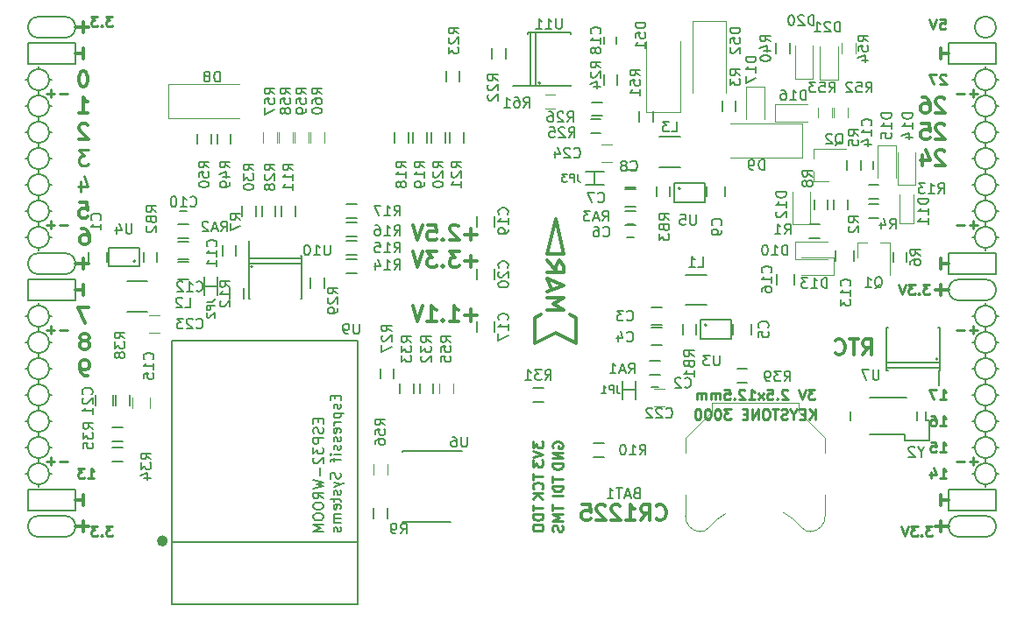
<source format=gbo>
G04 #@! TF.FileFunction,Legend,Bot*
%FSLAX46Y46*%
G04 Gerber Fmt 4.6, Leading zero omitted, Abs format (unit mm)*
G04 Created by KiCad (PCBNEW 4.0.7+dfsg1-1) date Thu Jan  4 19:54:08 2018*
%MOMM*%
%LPD*%
G01*
G04 APERTURE LIST*
%ADD10C,0.100000*%
%ADD11C,0.250000*%
%ADD12C,0.300000*%
%ADD13C,0.200000*%
%ADD14C,0.150000*%
%ADD15C,0.120000*%
%ADD16C,0.500000*%
%ADD17C,0.152400*%
G04 APERTURE END LIST*
D10*
D11*
X170323095Y-97702381D02*
X169704047Y-97702381D01*
X170037381Y-98083333D01*
X169894523Y-98083333D01*
X169799285Y-98130952D01*
X169751666Y-98178571D01*
X169704047Y-98273810D01*
X169704047Y-98511905D01*
X169751666Y-98607143D01*
X169799285Y-98654762D01*
X169894523Y-98702381D01*
X170180238Y-98702381D01*
X170275476Y-98654762D01*
X170323095Y-98607143D01*
X169418333Y-97702381D02*
X169085000Y-98702381D01*
X168751666Y-97702381D01*
X167704047Y-97797619D02*
X167656428Y-97750000D01*
X167561190Y-97702381D01*
X167323094Y-97702381D01*
X167227856Y-97750000D01*
X167180237Y-97797619D01*
X167132618Y-97892857D01*
X167132618Y-97988095D01*
X167180237Y-98130952D01*
X167751666Y-98702381D01*
X167132618Y-98702381D01*
X166704047Y-98607143D02*
X166656428Y-98654762D01*
X166704047Y-98702381D01*
X166751666Y-98654762D01*
X166704047Y-98607143D01*
X166704047Y-98702381D01*
X165751666Y-97702381D02*
X166227857Y-97702381D01*
X166275476Y-98178571D01*
X166227857Y-98130952D01*
X166132619Y-98083333D01*
X165894523Y-98083333D01*
X165799285Y-98130952D01*
X165751666Y-98178571D01*
X165704047Y-98273810D01*
X165704047Y-98511905D01*
X165751666Y-98607143D01*
X165799285Y-98654762D01*
X165894523Y-98702381D01*
X166132619Y-98702381D01*
X166227857Y-98654762D01*
X166275476Y-98607143D01*
X165370714Y-98702381D02*
X164846904Y-98035714D01*
X165370714Y-98035714D02*
X164846904Y-98702381D01*
X163942142Y-98702381D02*
X164513571Y-98702381D01*
X164227857Y-98702381D02*
X164227857Y-97702381D01*
X164323095Y-97845238D01*
X164418333Y-97940476D01*
X164513571Y-97988095D01*
X163561190Y-97797619D02*
X163513571Y-97750000D01*
X163418333Y-97702381D01*
X163180237Y-97702381D01*
X163084999Y-97750000D01*
X163037380Y-97797619D01*
X162989761Y-97892857D01*
X162989761Y-97988095D01*
X163037380Y-98130952D01*
X163608809Y-98702381D01*
X162989761Y-98702381D01*
X162561190Y-98607143D02*
X162513571Y-98654762D01*
X162561190Y-98702381D01*
X162608809Y-98654762D01*
X162561190Y-98607143D01*
X162561190Y-98702381D01*
X161608809Y-97702381D02*
X162085000Y-97702381D01*
X162132619Y-98178571D01*
X162085000Y-98130952D01*
X161989762Y-98083333D01*
X161751666Y-98083333D01*
X161656428Y-98130952D01*
X161608809Y-98178571D01*
X161561190Y-98273810D01*
X161561190Y-98511905D01*
X161608809Y-98607143D01*
X161656428Y-98654762D01*
X161751666Y-98702381D01*
X161989762Y-98702381D01*
X162085000Y-98654762D01*
X162132619Y-98607143D01*
X161132619Y-98702381D02*
X161132619Y-98035714D01*
X161132619Y-98130952D02*
X161085000Y-98083333D01*
X160989762Y-98035714D01*
X160846904Y-98035714D01*
X160751666Y-98083333D01*
X160704047Y-98178571D01*
X160704047Y-98702381D01*
X160704047Y-98178571D02*
X160656428Y-98083333D01*
X160561190Y-98035714D01*
X160418333Y-98035714D01*
X160323095Y-98083333D01*
X160275476Y-98178571D01*
X160275476Y-98702381D01*
X159799286Y-98702381D02*
X159799286Y-98035714D01*
X159799286Y-98130952D02*
X159751667Y-98083333D01*
X159656429Y-98035714D01*
X159513571Y-98035714D01*
X159418333Y-98083333D01*
X159370714Y-98178571D01*
X159370714Y-98702381D01*
X159370714Y-98178571D02*
X159323095Y-98083333D01*
X159227857Y-98035714D01*
X159085000Y-98035714D01*
X158989762Y-98083333D01*
X158942143Y-98178571D01*
X158942143Y-98702381D01*
D12*
X182492000Y-87582000D02*
X182492000Y-88598000D01*
X183254000Y-88090000D02*
X181984000Y-88090000D01*
X182492000Y-110442000D02*
X182492000Y-111458000D01*
X183254000Y-110950000D02*
X181984000Y-110950000D01*
X99688000Y-62182000D02*
X99688000Y-63198000D01*
X98926000Y-62690000D02*
X100196000Y-62690000D01*
X99688000Y-110442000D02*
X99688000Y-111458000D01*
X98926000Y-110950000D02*
X100196000Y-110950000D01*
X99688000Y-85042000D02*
X99688000Y-86058000D01*
X98926000Y-85550000D02*
X100196000Y-85550000D01*
D13*
X187826000Y-62690000D02*
G75*
G03X187826000Y-62690000I-1016000J0D01*
G01*
X184270000Y-87074000D02*
X186810000Y-87074000D01*
X184270000Y-89106000D02*
X186810000Y-89106000D01*
X184270000Y-87074000D02*
G75*
G03X184270000Y-89106000I0J-1016000D01*
G01*
X186810000Y-89106000D02*
G75*
G03X186810000Y-87074000I0J1016000D01*
G01*
X184270000Y-111966000D02*
X186810000Y-111966000D01*
X184270000Y-109934000D02*
X186810000Y-109934000D01*
X184270000Y-109934000D02*
G75*
G03X184270000Y-111966000I0J-1016000D01*
G01*
X186810000Y-111966000D02*
G75*
G03X186810000Y-109934000I0J1016000D01*
G01*
X97910000Y-63706000D02*
G75*
G03X97910000Y-61674000I0J1016000D01*
G01*
X95370000Y-61674000D02*
X97910000Y-61674000D01*
X95370000Y-63706000D02*
X97910000Y-63706000D01*
X95370000Y-61674000D02*
G75*
G03X95370000Y-63706000I0J-1016000D01*
G01*
X95370000Y-86566000D02*
X97910000Y-86566000D01*
X95370000Y-84534000D02*
X97910000Y-84534000D01*
X95370000Y-84534000D02*
G75*
G03X95370000Y-86566000I0J-1016000D01*
G01*
X97910000Y-86566000D02*
G75*
G03X97910000Y-84534000I0J1016000D01*
G01*
X95370000Y-111966000D02*
X97910000Y-111966000D01*
X95370000Y-109934000D02*
X97910000Y-109934000D01*
X95370000Y-109934000D02*
G75*
G03X95370000Y-111966000I0J-1016000D01*
G01*
X97910000Y-111966000D02*
G75*
G03X97910000Y-109934000I0J1016000D01*
G01*
X98926000Y-107394000D02*
X94354000Y-107394000D01*
X98926000Y-109426000D02*
X98926000Y-107394000D01*
X94354000Y-109426000D02*
X98926000Y-109426000D01*
X94354000Y-107394000D02*
X94354000Y-109426000D01*
X187826000Y-107394000D02*
X183254000Y-107394000D01*
X187826000Y-109426000D02*
X187826000Y-107394000D01*
X183254000Y-109426000D02*
X187826000Y-109426000D01*
X183254000Y-107394000D02*
X183254000Y-109426000D01*
X187826000Y-84534000D02*
X183254000Y-84534000D01*
X187826000Y-86566000D02*
X187826000Y-84534000D01*
X183254000Y-86566000D02*
X187826000Y-86566000D01*
X183254000Y-84534000D02*
X183254000Y-86566000D01*
X187826000Y-64214000D02*
X183254000Y-64214000D01*
X187826000Y-66246000D02*
X187826000Y-64214000D01*
X183254000Y-66246000D02*
X187826000Y-66246000D01*
X183254000Y-64214000D02*
X183254000Y-66246000D01*
X98926000Y-64214000D02*
X94354000Y-64214000D01*
X98926000Y-66246000D02*
X98926000Y-64214000D01*
X94354000Y-66246000D02*
X98926000Y-66246000D01*
X94354000Y-64214000D02*
X94354000Y-66246000D01*
X98926000Y-87074000D02*
X94354000Y-87074000D01*
X98926000Y-89106000D02*
X98926000Y-87074000D01*
X94354000Y-89106000D02*
X98926000Y-89106000D01*
X94354000Y-87074000D02*
X94354000Y-89106000D01*
D12*
X182872857Y-74711429D02*
X182801428Y-74640000D01*
X182658571Y-74568571D01*
X182301428Y-74568571D01*
X182158571Y-74640000D01*
X182087142Y-74711429D01*
X182015714Y-74854286D01*
X182015714Y-74997143D01*
X182087142Y-75211429D01*
X182944285Y-76068571D01*
X182015714Y-76068571D01*
X180730000Y-75068571D02*
X180730000Y-76068571D01*
X181087143Y-74497143D02*
X181444286Y-75568571D01*
X180515714Y-75568571D01*
X182872857Y-72171429D02*
X182801428Y-72100000D01*
X182658571Y-72028571D01*
X182301428Y-72028571D01*
X182158571Y-72100000D01*
X182087142Y-72171429D01*
X182015714Y-72314286D01*
X182015714Y-72457143D01*
X182087142Y-72671429D01*
X182944285Y-73528571D01*
X182015714Y-73528571D01*
X180658571Y-72028571D02*
X181372857Y-72028571D01*
X181444286Y-72742857D01*
X181372857Y-72671429D01*
X181230000Y-72600000D01*
X180872857Y-72600000D01*
X180730000Y-72671429D01*
X180658571Y-72742857D01*
X180587143Y-72885714D01*
X180587143Y-73242857D01*
X180658571Y-73385714D01*
X180730000Y-73457143D01*
X180872857Y-73528571D01*
X181230000Y-73528571D01*
X181372857Y-73457143D01*
X181444286Y-73385714D01*
D11*
X186032000Y-91971429D02*
X185270095Y-91971429D01*
X185651047Y-92352381D02*
X185651047Y-91590476D01*
X184793905Y-91971429D02*
X184032000Y-91971429D01*
X186032000Y-69111429D02*
X185270095Y-69111429D01*
X185651047Y-69492381D02*
X185651047Y-68730476D01*
X184793905Y-69111429D02*
X184032000Y-69111429D01*
X186032000Y-81811429D02*
X185270095Y-81811429D01*
X185651047Y-82192381D02*
X185651047Y-81430476D01*
X184793905Y-81811429D02*
X184032000Y-81811429D01*
X186032000Y-104671429D02*
X185270095Y-104671429D01*
X185651047Y-105052381D02*
X185651047Y-104290476D01*
X184793905Y-104671429D02*
X184032000Y-104671429D01*
X98148000Y-104671429D02*
X97386095Y-104671429D01*
X96909905Y-104671429D02*
X96148000Y-104671429D01*
X96528952Y-105052381D02*
X96528952Y-104290476D01*
X98148000Y-91971429D02*
X97386095Y-91971429D01*
X96909905Y-91971429D02*
X96148000Y-91971429D01*
X96528952Y-92352381D02*
X96528952Y-91590476D01*
X98148000Y-81811429D02*
X97386095Y-81811429D01*
X96909905Y-81811429D02*
X96148000Y-81811429D01*
X96528952Y-82192381D02*
X96528952Y-81430476D01*
X98148000Y-69111429D02*
X97386095Y-69111429D01*
X96909905Y-69111429D02*
X96148000Y-69111429D01*
X96528952Y-69492381D02*
X96528952Y-68730476D01*
D12*
X182492000Y-107902000D02*
X182492000Y-108918000D01*
X183254000Y-108410000D02*
X182492000Y-108410000D01*
D13*
X95370000Y-96726000D02*
X95370000Y-97234000D01*
X96386000Y-95710000D02*
X96640000Y-95710000D01*
X94354000Y-95710000D02*
X94100000Y-95710000D01*
X187826000Y-98250000D02*
X188080000Y-98250000D01*
X187826000Y-83010000D02*
X188080000Y-83010000D01*
X95370000Y-107140000D02*
X95370000Y-106886000D01*
X96386000Y-105870000D02*
X96640000Y-105870000D01*
X94354000Y-105870000D02*
X94100000Y-105870000D01*
X94354000Y-103330000D02*
X94100000Y-103330000D01*
X95370000Y-104346000D02*
X95370000Y-104854000D01*
X96386000Y-103330000D02*
X96640000Y-103330000D01*
X94354000Y-100790000D02*
X94100000Y-100790000D01*
X95370000Y-102314000D02*
X95370000Y-101806000D01*
X96386000Y-100790000D02*
X96640000Y-100790000D01*
X95370000Y-99266000D02*
X95370000Y-99774000D01*
X94354000Y-98250000D02*
X94100000Y-98250000D01*
X96386000Y-98250000D02*
X96640000Y-98250000D01*
X95370000Y-94186000D02*
X95370000Y-94694000D01*
X96386000Y-93170000D02*
X96640000Y-93170000D01*
X94354000Y-93170000D02*
X94100000Y-93170000D01*
X94354000Y-90630000D02*
X94100000Y-90630000D01*
X95370000Y-91646000D02*
X95370000Y-92154000D01*
X96640000Y-90630000D02*
X96386000Y-90630000D01*
X95370000Y-89360000D02*
X95370000Y-89614000D01*
X94354000Y-83010000D02*
X94100000Y-83010000D01*
X95370000Y-84280000D02*
X95370000Y-84026000D01*
X96386000Y-83010000D02*
X96640000Y-83010000D01*
X95370000Y-81486000D02*
X95370000Y-81994000D01*
X94354000Y-80470000D02*
X94100000Y-80470000D01*
X96640000Y-80470000D02*
X96386000Y-80470000D01*
X95370000Y-78946000D02*
X95370000Y-79454000D01*
X96386000Y-77930000D02*
X96640000Y-77930000D01*
X94354000Y-77930000D02*
X94100000Y-77930000D01*
X95370000Y-76406000D02*
X95370000Y-76914000D01*
X94354000Y-75390000D02*
X94100000Y-75390000D01*
X96386000Y-75390000D02*
X96640000Y-75390000D01*
X95370000Y-73866000D02*
X95370000Y-74374000D01*
X96386000Y-72850000D02*
X96640000Y-72850000D01*
X94100000Y-72850000D02*
X94354000Y-72850000D01*
X94354000Y-70310000D02*
X94100000Y-70310000D01*
X96640000Y-70310000D02*
X96386000Y-70310000D01*
X95370000Y-71326000D02*
X95370000Y-71834000D01*
X95370000Y-68786000D02*
X95370000Y-69294000D01*
X96386000Y-67770000D02*
X96640000Y-67770000D01*
X94354000Y-67770000D02*
X94100000Y-67770000D01*
X95370000Y-66500000D02*
X95370000Y-66754000D01*
X187826000Y-105870000D02*
X188080000Y-105870000D01*
X186810000Y-107140000D02*
X186810000Y-106886000D01*
X185540000Y-105870000D02*
X185794000Y-105870000D01*
X186810000Y-104346000D02*
X186810000Y-104854000D01*
X187826000Y-103330000D02*
X188080000Y-103330000D01*
X185540000Y-103330000D02*
X185794000Y-103330000D01*
X186810000Y-101806000D02*
X186810000Y-102314000D01*
X187826000Y-100790000D02*
X188080000Y-100790000D01*
X185540000Y-100790000D02*
X185794000Y-100790000D01*
X186810000Y-99266000D02*
X186810000Y-99774000D01*
X185540000Y-98250000D02*
X185794000Y-98250000D01*
X186810000Y-97234000D02*
X186810000Y-96726000D01*
X187826000Y-95710000D02*
X188080000Y-95710000D01*
X185540000Y-95710000D02*
X185794000Y-95710000D01*
X186810000Y-94694000D02*
X186810000Y-94186000D01*
X187826000Y-93170000D02*
X188080000Y-93170000D01*
X185540000Y-93170000D02*
X185794000Y-93170000D01*
X186810000Y-92154000D02*
X186810000Y-91646000D01*
X187826000Y-90630000D02*
X188080000Y-90630000D01*
X185540000Y-90630000D02*
X185794000Y-90630000D01*
X186810000Y-89360000D02*
X186810000Y-89614000D01*
X186810000Y-84280000D02*
X186810000Y-84026000D01*
X185540000Y-83010000D02*
X185794000Y-83010000D01*
X186810000Y-81994000D02*
X186810000Y-81486000D01*
X185794000Y-80470000D02*
X185540000Y-80470000D01*
X187826000Y-80470000D02*
X188080000Y-80470000D01*
X186810000Y-78946000D02*
X186810000Y-79454000D01*
X185794000Y-77930000D02*
X185540000Y-77930000D01*
X187826000Y-77930000D02*
X188080000Y-77930000D01*
X186810000Y-76406000D02*
X186810000Y-76914000D01*
X186810000Y-73866000D02*
X186810000Y-74374000D01*
X185794000Y-75390000D02*
X185540000Y-75390000D01*
X187826000Y-75390000D02*
X188080000Y-75390000D01*
X187826000Y-72850000D02*
X188080000Y-72850000D01*
X185540000Y-72850000D02*
X185794000Y-72850000D01*
X186810000Y-71834000D02*
X186810000Y-71326000D01*
X187826000Y-70310000D02*
X188080000Y-70310000D01*
X185540000Y-70310000D02*
X185794000Y-70310000D01*
X187826000Y-67770000D02*
X188080000Y-67770000D01*
X186810000Y-68786000D02*
X186810000Y-69294000D01*
X185540000Y-67770000D02*
X185794000Y-67770000D01*
X186810000Y-66500000D02*
X186810000Y-66754000D01*
X187826000Y-67770000D02*
G75*
G03X187826000Y-67770000I-1016000J0D01*
G01*
X187826000Y-70310000D02*
G75*
G03X187826000Y-70310000I-1016000J0D01*
G01*
X187826000Y-72850000D02*
G75*
G03X187826000Y-72850000I-1016000J0D01*
G01*
X187826000Y-75390000D02*
G75*
G03X187826000Y-75390000I-1016000J0D01*
G01*
X187826000Y-77930000D02*
G75*
G03X187826000Y-77930000I-1016000J0D01*
G01*
X187826000Y-80470000D02*
G75*
G03X187826000Y-80470000I-1016000J0D01*
G01*
X187826000Y-83010000D02*
G75*
G03X187826000Y-83010000I-1016000J0D01*
G01*
X187826000Y-90630000D02*
G75*
G03X187826000Y-90630000I-1016000J0D01*
G01*
X187826000Y-93170000D02*
G75*
G03X187826000Y-93170000I-1016000J0D01*
G01*
X187826000Y-95710000D02*
G75*
G03X187826000Y-95710000I-1016000J0D01*
G01*
X187826000Y-98250000D02*
G75*
G03X187826000Y-98250000I-1016000J0D01*
G01*
X187826000Y-100790000D02*
G75*
G03X187826000Y-100790000I-1016000J0D01*
G01*
X187826000Y-103330000D02*
G75*
G03X187826000Y-103330000I-1016000J0D01*
G01*
X187826000Y-105870000D02*
G75*
G03X187826000Y-105870000I-1016000J0D01*
G01*
X96386000Y-105870000D02*
G75*
G03X96386000Y-105870000I-1016000J0D01*
G01*
X96386000Y-103330000D02*
G75*
G03X96386000Y-103330000I-1016000J0D01*
G01*
X96386000Y-100790000D02*
G75*
G03X96386000Y-100790000I-1016000J0D01*
G01*
X96386000Y-98250000D02*
G75*
G03X96386000Y-98250000I-1016000J0D01*
G01*
X96386000Y-95710000D02*
G75*
G03X96386000Y-95710000I-1016000J0D01*
G01*
X96386000Y-93170000D02*
G75*
G03X96386000Y-93170000I-1016000J0D01*
G01*
X96386000Y-90630000D02*
G75*
G03X96386000Y-90630000I-1016000J0D01*
G01*
X96386000Y-83010000D02*
G75*
G03X96386000Y-83010000I-1016000J0D01*
G01*
X96386000Y-80470000D02*
G75*
G03X96386000Y-80470000I-1016000J0D01*
G01*
X96386000Y-77930000D02*
G75*
G03X96386000Y-77930000I-1016000J0D01*
G01*
X96386000Y-75390000D02*
G75*
G03X96386000Y-75390000I-1016000J0D01*
G01*
X96386000Y-72850000D02*
G75*
G03X96386000Y-72850000I-1016000J0D01*
G01*
X96386000Y-70310000D02*
G75*
G03X96386000Y-70310000I-1016000J0D01*
G01*
X96386000Y-67770000D02*
G75*
G03X96386000Y-67770000I-1016000J0D01*
G01*
D11*
X182428476Y-61888381D02*
X182904667Y-61888381D01*
X182952286Y-62364571D01*
X182904667Y-62316952D01*
X182809429Y-62269333D01*
X182571333Y-62269333D01*
X182476095Y-62316952D01*
X182428476Y-62364571D01*
X182380857Y-62459810D01*
X182380857Y-62697905D01*
X182428476Y-62793143D01*
X182476095Y-62840762D01*
X182571333Y-62888381D01*
X182809429Y-62888381D01*
X182904667Y-62840762D01*
X182952286Y-62793143D01*
X182095143Y-61888381D02*
X181761810Y-62888381D01*
X181428476Y-61888381D01*
D12*
X182492000Y-64722000D02*
X182492000Y-65738000D01*
X183254000Y-65230000D02*
X182492000Y-65230000D01*
D11*
X182999905Y-67317619D02*
X182952286Y-67270000D01*
X182857048Y-67222381D01*
X182618952Y-67222381D01*
X182523714Y-67270000D01*
X182476095Y-67317619D01*
X182428476Y-67412857D01*
X182428476Y-67508095D01*
X182476095Y-67650952D01*
X183047524Y-68222381D01*
X182428476Y-68222381D01*
X182095143Y-67222381D02*
X181428476Y-67222381D01*
X181857048Y-68222381D01*
D12*
X182872857Y-69631429D02*
X182801428Y-69560000D01*
X182658571Y-69488571D01*
X182301428Y-69488571D01*
X182158571Y-69560000D01*
X182087142Y-69631429D01*
X182015714Y-69774286D01*
X182015714Y-69917143D01*
X182087142Y-70131429D01*
X182944285Y-70988571D01*
X182015714Y-70988571D01*
X180730000Y-69488571D02*
X181015714Y-69488571D01*
X181158571Y-69560000D01*
X181230000Y-69631429D01*
X181372857Y-69845714D01*
X181444286Y-70131429D01*
X181444286Y-70702857D01*
X181372857Y-70845714D01*
X181301429Y-70917143D01*
X181158571Y-70988571D01*
X180872857Y-70988571D01*
X180730000Y-70917143D01*
X180658571Y-70845714D01*
X180587143Y-70702857D01*
X180587143Y-70345714D01*
X180658571Y-70202857D01*
X180730000Y-70131429D01*
X180872857Y-70060000D01*
X181158571Y-70060000D01*
X181301429Y-70131429D01*
X181372857Y-70202857D01*
X181444286Y-70345714D01*
X182492000Y-85042000D02*
X182492000Y-86058000D01*
X183254000Y-85550000D02*
X182492000Y-85550000D01*
D11*
X181428190Y-87542381D02*
X180809142Y-87542381D01*
X181142476Y-87923333D01*
X180999618Y-87923333D01*
X180904380Y-87970952D01*
X180856761Y-88018571D01*
X180809142Y-88113810D01*
X180809142Y-88351905D01*
X180856761Y-88447143D01*
X180904380Y-88494762D01*
X180999618Y-88542381D01*
X181285333Y-88542381D01*
X181380571Y-88494762D01*
X181428190Y-88447143D01*
X180380571Y-88447143D02*
X180332952Y-88494762D01*
X180380571Y-88542381D01*
X180428190Y-88494762D01*
X180380571Y-88447143D01*
X180380571Y-88542381D01*
X179999619Y-87542381D02*
X179380571Y-87542381D01*
X179713905Y-87923333D01*
X179571047Y-87923333D01*
X179475809Y-87970952D01*
X179428190Y-88018571D01*
X179380571Y-88113810D01*
X179380571Y-88351905D01*
X179428190Y-88447143D01*
X179475809Y-88494762D01*
X179571047Y-88542381D01*
X179856762Y-88542381D01*
X179952000Y-88494762D01*
X179999619Y-88447143D01*
X179094857Y-87542381D02*
X178761524Y-88542381D01*
X178428190Y-87542381D01*
X182428476Y-98702381D02*
X182999905Y-98702381D01*
X182714191Y-98702381D02*
X182714191Y-97702381D01*
X182809429Y-97845238D01*
X182904667Y-97940476D01*
X182999905Y-97988095D01*
X182095143Y-97702381D02*
X181428476Y-97702381D01*
X181857048Y-98702381D01*
X182428476Y-101242381D02*
X182999905Y-101242381D01*
X182714191Y-101242381D02*
X182714191Y-100242381D01*
X182809429Y-100385238D01*
X182904667Y-100480476D01*
X182999905Y-100528095D01*
X181571333Y-100242381D02*
X181761810Y-100242381D01*
X181857048Y-100290000D01*
X181904667Y-100337619D01*
X181999905Y-100480476D01*
X182047524Y-100670952D01*
X182047524Y-101051905D01*
X181999905Y-101147143D01*
X181952286Y-101194762D01*
X181857048Y-101242381D01*
X181666571Y-101242381D01*
X181571333Y-101194762D01*
X181523714Y-101147143D01*
X181476095Y-101051905D01*
X181476095Y-100813810D01*
X181523714Y-100718571D01*
X181571333Y-100670952D01*
X181666571Y-100623333D01*
X181857048Y-100623333D01*
X181952286Y-100670952D01*
X181999905Y-100718571D01*
X182047524Y-100813810D01*
X182428476Y-103782381D02*
X182999905Y-103782381D01*
X182714191Y-103782381D02*
X182714191Y-102782381D01*
X182809429Y-102925238D01*
X182904667Y-103020476D01*
X182999905Y-103068095D01*
X181523714Y-102782381D02*
X181999905Y-102782381D01*
X182047524Y-103258571D01*
X181999905Y-103210952D01*
X181904667Y-103163333D01*
X181666571Y-103163333D01*
X181571333Y-103210952D01*
X181523714Y-103258571D01*
X181476095Y-103353810D01*
X181476095Y-103591905D01*
X181523714Y-103687143D01*
X181571333Y-103734762D01*
X181666571Y-103782381D01*
X181904667Y-103782381D01*
X181999905Y-103734762D01*
X182047524Y-103687143D01*
X182428476Y-106322381D02*
X182999905Y-106322381D01*
X182714191Y-106322381D02*
X182714191Y-105322381D01*
X182809429Y-105465238D01*
X182904667Y-105560476D01*
X182999905Y-105608095D01*
X181571333Y-105655714D02*
X181571333Y-106322381D01*
X181809429Y-105274762D02*
X182047524Y-105989048D01*
X181428476Y-105989048D01*
X181682190Y-110910381D02*
X181063142Y-110910381D01*
X181396476Y-111291333D01*
X181253618Y-111291333D01*
X181158380Y-111338952D01*
X181110761Y-111386571D01*
X181063142Y-111481810D01*
X181063142Y-111719905D01*
X181110761Y-111815143D01*
X181158380Y-111862762D01*
X181253618Y-111910381D01*
X181539333Y-111910381D01*
X181634571Y-111862762D01*
X181682190Y-111815143D01*
X180634571Y-111815143D02*
X180586952Y-111862762D01*
X180634571Y-111910381D01*
X180682190Y-111862762D01*
X180634571Y-111815143D01*
X180634571Y-111910381D01*
X180253619Y-110910381D02*
X179634571Y-110910381D01*
X179967905Y-111291333D01*
X179825047Y-111291333D01*
X179729809Y-111338952D01*
X179682190Y-111386571D01*
X179634571Y-111481810D01*
X179634571Y-111719905D01*
X179682190Y-111815143D01*
X179729809Y-111862762D01*
X179825047Y-111910381D01*
X180110762Y-111910381D01*
X180206000Y-111862762D01*
X180253619Y-111815143D01*
X179348857Y-110910381D02*
X179015524Y-111910381D01*
X178682190Y-110910381D01*
D12*
X99688000Y-108918000D02*
X99688000Y-107902000D01*
X98926000Y-108410000D02*
X99688000Y-108410000D01*
X99688000Y-88598000D02*
X99688000Y-87582000D01*
X98926000Y-88090000D02*
X99688000Y-88090000D01*
X99688000Y-64722000D02*
X99688000Y-65738000D01*
X98926000Y-65230000D02*
X99688000Y-65230000D01*
D11*
X102513619Y-110910381D02*
X101894571Y-110910381D01*
X102227905Y-111291333D01*
X102085047Y-111291333D01*
X101989809Y-111338952D01*
X101942190Y-111386571D01*
X101894571Y-111481810D01*
X101894571Y-111719905D01*
X101942190Y-111815143D01*
X101989809Y-111862762D01*
X102085047Y-111910381D01*
X102370762Y-111910381D01*
X102466000Y-111862762D01*
X102513619Y-111815143D01*
X101466000Y-111815143D02*
X101418381Y-111862762D01*
X101466000Y-111910381D01*
X101513619Y-111862762D01*
X101466000Y-111815143D01*
X101466000Y-111910381D01*
X101085048Y-110910381D02*
X100466000Y-110910381D01*
X100799334Y-111291333D01*
X100656476Y-111291333D01*
X100561238Y-111338952D01*
X100513619Y-111386571D01*
X100466000Y-111481810D01*
X100466000Y-111719905D01*
X100513619Y-111815143D01*
X100561238Y-111862762D01*
X100656476Y-111910381D01*
X100942191Y-111910381D01*
X101037429Y-111862762D01*
X101085048Y-111815143D01*
X100132476Y-106322381D02*
X100703905Y-106322381D01*
X100418191Y-106322381D02*
X100418191Y-105322381D01*
X100513429Y-105465238D01*
X100608667Y-105560476D01*
X100703905Y-105608095D01*
X99799143Y-105322381D02*
X99180095Y-105322381D01*
X99513429Y-105703333D01*
X99370571Y-105703333D01*
X99275333Y-105750952D01*
X99227714Y-105798571D01*
X99180095Y-105893810D01*
X99180095Y-106131905D01*
X99227714Y-106227143D01*
X99275333Y-106274762D01*
X99370571Y-106322381D01*
X99656286Y-106322381D01*
X99751524Y-106274762D01*
X99799143Y-106227143D01*
D12*
X100100714Y-96388571D02*
X99814999Y-96388571D01*
X99672142Y-96317143D01*
X99600714Y-96245714D01*
X99457856Y-96031429D01*
X99386428Y-95745714D01*
X99386428Y-95174286D01*
X99457856Y-95031429D01*
X99529285Y-94960000D01*
X99672142Y-94888571D01*
X99957856Y-94888571D01*
X100100714Y-94960000D01*
X100172142Y-95031429D01*
X100243571Y-95174286D01*
X100243571Y-95531429D01*
X100172142Y-95674286D01*
X100100714Y-95745714D01*
X99957856Y-95817143D01*
X99672142Y-95817143D01*
X99529285Y-95745714D01*
X99457856Y-95674286D01*
X99386428Y-95531429D01*
X99957856Y-92991429D02*
X100100714Y-92920000D01*
X100172142Y-92848571D01*
X100243571Y-92705714D01*
X100243571Y-92634286D01*
X100172142Y-92491429D01*
X100100714Y-92420000D01*
X99957856Y-92348571D01*
X99672142Y-92348571D01*
X99529285Y-92420000D01*
X99457856Y-92491429D01*
X99386428Y-92634286D01*
X99386428Y-92705714D01*
X99457856Y-92848571D01*
X99529285Y-92920000D01*
X99672142Y-92991429D01*
X99957856Y-92991429D01*
X100100714Y-93062857D01*
X100172142Y-93134286D01*
X100243571Y-93277143D01*
X100243571Y-93562857D01*
X100172142Y-93705714D01*
X100100714Y-93777143D01*
X99957856Y-93848571D01*
X99672142Y-93848571D01*
X99529285Y-93777143D01*
X99457856Y-93705714D01*
X99386428Y-93562857D01*
X99386428Y-93277143D01*
X99457856Y-93134286D01*
X99529285Y-93062857D01*
X99672142Y-92991429D01*
X100187999Y-89808571D02*
X99187999Y-89808571D01*
X99830856Y-91308571D01*
X99529285Y-82188571D02*
X99814999Y-82188571D01*
X99957856Y-82260000D01*
X100029285Y-82331429D01*
X100172142Y-82545714D01*
X100243571Y-82831429D01*
X100243571Y-83402857D01*
X100172142Y-83545714D01*
X100100714Y-83617143D01*
X99957856Y-83688571D01*
X99672142Y-83688571D01*
X99529285Y-83617143D01*
X99457856Y-83545714D01*
X99386428Y-83402857D01*
X99386428Y-83045714D01*
X99457856Y-82902857D01*
X99529285Y-82831429D01*
X99672142Y-82760000D01*
X99957856Y-82760000D01*
X100100714Y-82831429D01*
X100172142Y-82902857D01*
X100243571Y-83045714D01*
X99330856Y-79648571D02*
X100045142Y-79648571D01*
X100116571Y-80362857D01*
X100045142Y-80291429D01*
X99902285Y-80220000D01*
X99545142Y-80220000D01*
X99402285Y-80291429D01*
X99330856Y-80362857D01*
X99259428Y-80505714D01*
X99259428Y-80862857D01*
X99330856Y-81005714D01*
X99402285Y-81077143D01*
X99545142Y-81148571D01*
X99902285Y-81148571D01*
X100045142Y-81077143D01*
X100116571Y-81005714D01*
D11*
X99402285Y-77608571D02*
X99402285Y-78608571D01*
X99759428Y-77037143D02*
X100116571Y-78108571D01*
X99187999Y-78108571D01*
X100187999Y-74568571D02*
X99259428Y-74568571D01*
X99759428Y-75140000D01*
X99545142Y-75140000D01*
X99402285Y-75211429D01*
X99330856Y-75282857D01*
X99259428Y-75425714D01*
X99259428Y-75782857D01*
X99330856Y-75925714D01*
X99402285Y-75997143D01*
X99545142Y-76068571D01*
X99973714Y-76068571D01*
X100116571Y-75997143D01*
X100187999Y-75925714D01*
D12*
X100116571Y-72171429D02*
X100045142Y-72100000D01*
X99902285Y-72028571D01*
X99545142Y-72028571D01*
X99402285Y-72100000D01*
X99330856Y-72171429D01*
X99259428Y-72314286D01*
X99259428Y-72457143D01*
X99330856Y-72671429D01*
X100187999Y-73528571D01*
X99259428Y-73528571D01*
X99259428Y-70988571D02*
X100116571Y-70988571D01*
X99687999Y-70988571D02*
X99687999Y-69488571D01*
X99830856Y-69702857D01*
X99973714Y-69845714D01*
X100116571Y-69917143D01*
X99759428Y-66948571D02*
X99616571Y-66948571D01*
X99473714Y-67020000D01*
X99402285Y-67091429D01*
X99330856Y-67234286D01*
X99259428Y-67520000D01*
X99259428Y-67877143D01*
X99330856Y-68162857D01*
X99402285Y-68305714D01*
X99473714Y-68377143D01*
X99616571Y-68448571D01*
X99759428Y-68448571D01*
X99902285Y-68377143D01*
X99973714Y-68305714D01*
X100045142Y-68162857D01*
X100116571Y-67877143D01*
X100116571Y-67520000D01*
X100045142Y-67234286D01*
X99973714Y-67091429D01*
X99902285Y-67020000D01*
X99759428Y-66948571D01*
D11*
X102513619Y-61634381D02*
X101894571Y-61634381D01*
X102227905Y-62015333D01*
X102085047Y-62015333D01*
X101989809Y-62062952D01*
X101942190Y-62110571D01*
X101894571Y-62205810D01*
X101894571Y-62443905D01*
X101942190Y-62539143D01*
X101989809Y-62586762D01*
X102085047Y-62634381D01*
X102370762Y-62634381D01*
X102466000Y-62586762D01*
X102513619Y-62539143D01*
X101466000Y-62539143D02*
X101418381Y-62586762D01*
X101466000Y-62634381D01*
X101513619Y-62586762D01*
X101466000Y-62539143D01*
X101466000Y-62634381D01*
X101085048Y-61634381D02*
X100466000Y-61634381D01*
X100799334Y-62015333D01*
X100656476Y-62015333D01*
X100561238Y-62062952D01*
X100513619Y-62110571D01*
X100466000Y-62205810D01*
X100466000Y-62443905D01*
X100513619Y-62539143D01*
X100561238Y-62586762D01*
X100656476Y-62634381D01*
X100942191Y-62634381D01*
X101037429Y-62586762D01*
X101085048Y-62539143D01*
X170370715Y-100607381D02*
X170370715Y-99607381D01*
X169799286Y-100607381D02*
X170227858Y-100035952D01*
X169799286Y-99607381D02*
X170370715Y-100178810D01*
X169370715Y-100083571D02*
X169037381Y-100083571D01*
X168894524Y-100607381D02*
X169370715Y-100607381D01*
X169370715Y-99607381D01*
X168894524Y-99607381D01*
X168275477Y-100131190D02*
X168275477Y-100607381D01*
X168608810Y-99607381D02*
X168275477Y-100131190D01*
X167942143Y-99607381D01*
X167656429Y-100559762D02*
X167513572Y-100607381D01*
X167275476Y-100607381D01*
X167180238Y-100559762D01*
X167132619Y-100512143D01*
X167085000Y-100416905D01*
X167085000Y-100321667D01*
X167132619Y-100226429D01*
X167180238Y-100178810D01*
X167275476Y-100131190D01*
X167465953Y-100083571D01*
X167561191Y-100035952D01*
X167608810Y-99988333D01*
X167656429Y-99893095D01*
X167656429Y-99797857D01*
X167608810Y-99702619D01*
X167561191Y-99655000D01*
X167465953Y-99607381D01*
X167227857Y-99607381D01*
X167085000Y-99655000D01*
X166799286Y-99607381D02*
X166227857Y-99607381D01*
X166513572Y-100607381D02*
X166513572Y-99607381D01*
X165704048Y-99607381D02*
X165513571Y-99607381D01*
X165418333Y-99655000D01*
X165323095Y-99750238D01*
X165275476Y-99940714D01*
X165275476Y-100274048D01*
X165323095Y-100464524D01*
X165418333Y-100559762D01*
X165513571Y-100607381D01*
X165704048Y-100607381D01*
X165799286Y-100559762D01*
X165894524Y-100464524D01*
X165942143Y-100274048D01*
X165942143Y-99940714D01*
X165894524Y-99750238D01*
X165799286Y-99655000D01*
X165704048Y-99607381D01*
X164846905Y-100607381D02*
X164846905Y-99607381D01*
X164275476Y-100607381D01*
X164275476Y-99607381D01*
X163799286Y-100083571D02*
X163465952Y-100083571D01*
X163323095Y-100607381D02*
X163799286Y-100607381D01*
X163799286Y-99607381D01*
X163323095Y-99607381D01*
X162227857Y-99607381D02*
X161608809Y-99607381D01*
X161942143Y-99988333D01*
X161799285Y-99988333D01*
X161704047Y-100035952D01*
X161656428Y-100083571D01*
X161608809Y-100178810D01*
X161608809Y-100416905D01*
X161656428Y-100512143D01*
X161704047Y-100559762D01*
X161799285Y-100607381D01*
X162085000Y-100607381D01*
X162180238Y-100559762D01*
X162227857Y-100512143D01*
X160989762Y-99607381D02*
X160894523Y-99607381D01*
X160799285Y-99655000D01*
X160751666Y-99702619D01*
X160704047Y-99797857D01*
X160656428Y-99988333D01*
X160656428Y-100226429D01*
X160704047Y-100416905D01*
X160751666Y-100512143D01*
X160799285Y-100559762D01*
X160894523Y-100607381D01*
X160989762Y-100607381D01*
X161085000Y-100559762D01*
X161132619Y-100512143D01*
X161180238Y-100416905D01*
X161227857Y-100226429D01*
X161227857Y-99988333D01*
X161180238Y-99797857D01*
X161132619Y-99702619D01*
X161085000Y-99655000D01*
X160989762Y-99607381D01*
X160037381Y-99607381D02*
X159942142Y-99607381D01*
X159846904Y-99655000D01*
X159799285Y-99702619D01*
X159751666Y-99797857D01*
X159704047Y-99988333D01*
X159704047Y-100226429D01*
X159751666Y-100416905D01*
X159799285Y-100512143D01*
X159846904Y-100559762D01*
X159942142Y-100607381D01*
X160037381Y-100607381D01*
X160132619Y-100559762D01*
X160180238Y-100512143D01*
X160227857Y-100416905D01*
X160275476Y-100226429D01*
X160275476Y-99988333D01*
X160227857Y-99797857D01*
X160180238Y-99702619D01*
X160132619Y-99655000D01*
X160037381Y-99607381D01*
X159085000Y-99607381D02*
X158989761Y-99607381D01*
X158894523Y-99655000D01*
X158846904Y-99702619D01*
X158799285Y-99797857D01*
X158751666Y-99988333D01*
X158751666Y-100226429D01*
X158799285Y-100416905D01*
X158846904Y-100512143D01*
X158894523Y-100559762D01*
X158989761Y-100607381D01*
X159085000Y-100607381D01*
X159180238Y-100559762D01*
X159227857Y-100512143D01*
X159275476Y-100416905D01*
X159323095Y-100226429D01*
X159323095Y-99988333D01*
X159275476Y-99797857D01*
X159227857Y-99702619D01*
X159180238Y-99655000D01*
X159085000Y-99607381D01*
D12*
X155027856Y-110215714D02*
X155099285Y-110287143D01*
X155313571Y-110358571D01*
X155456428Y-110358571D01*
X155670713Y-110287143D01*
X155813571Y-110144286D01*
X155884999Y-110001429D01*
X155956428Y-109715714D01*
X155956428Y-109501429D01*
X155884999Y-109215714D01*
X155813571Y-109072857D01*
X155670713Y-108930000D01*
X155456428Y-108858571D01*
X155313571Y-108858571D01*
X155099285Y-108930000D01*
X155027856Y-109001429D01*
X153527856Y-110358571D02*
X154027856Y-109644286D01*
X154384999Y-110358571D02*
X154384999Y-108858571D01*
X153813571Y-108858571D01*
X153670713Y-108930000D01*
X153599285Y-109001429D01*
X153527856Y-109144286D01*
X153527856Y-109358571D01*
X153599285Y-109501429D01*
X153670713Y-109572857D01*
X153813571Y-109644286D01*
X154384999Y-109644286D01*
X152099285Y-110358571D02*
X152956428Y-110358571D01*
X152527856Y-110358571D02*
X152527856Y-108858571D01*
X152670713Y-109072857D01*
X152813571Y-109215714D01*
X152956428Y-109287143D01*
X151527857Y-109001429D02*
X151456428Y-108930000D01*
X151313571Y-108858571D01*
X150956428Y-108858571D01*
X150813571Y-108930000D01*
X150742142Y-109001429D01*
X150670714Y-109144286D01*
X150670714Y-109287143D01*
X150742142Y-109501429D01*
X151599285Y-110358571D01*
X150670714Y-110358571D01*
X150099286Y-109001429D02*
X150027857Y-108930000D01*
X149885000Y-108858571D01*
X149527857Y-108858571D01*
X149385000Y-108930000D01*
X149313571Y-109001429D01*
X149242143Y-109144286D01*
X149242143Y-109287143D01*
X149313571Y-109501429D01*
X150170714Y-110358571D01*
X149242143Y-110358571D01*
X147885000Y-108858571D02*
X148599286Y-108858571D01*
X148670715Y-109572857D01*
X148599286Y-109501429D01*
X148456429Y-109430000D01*
X148099286Y-109430000D01*
X147956429Y-109501429D01*
X147885000Y-109572857D01*
X147813572Y-109715714D01*
X147813572Y-110072857D01*
X147885000Y-110215714D01*
X147956429Y-110287143D01*
X148099286Y-110358571D01*
X148456429Y-110358571D01*
X148599286Y-110287143D01*
X148670715Y-110215714D01*
X137699999Y-82727143D02*
X136557142Y-82727143D01*
X137128571Y-83298571D02*
X137128571Y-82155714D01*
X135914285Y-81941429D02*
X135842856Y-81870000D01*
X135699999Y-81798571D01*
X135342856Y-81798571D01*
X135199999Y-81870000D01*
X135128570Y-81941429D01*
X135057142Y-82084286D01*
X135057142Y-82227143D01*
X135128570Y-82441429D01*
X135985713Y-83298571D01*
X135057142Y-83298571D01*
X134414285Y-83155714D02*
X134342857Y-83227143D01*
X134414285Y-83298571D01*
X134485714Y-83227143D01*
X134414285Y-83155714D01*
X134414285Y-83298571D01*
X132985713Y-81798571D02*
X133699999Y-81798571D01*
X133771428Y-82512857D01*
X133699999Y-82441429D01*
X133557142Y-82370000D01*
X133199999Y-82370000D01*
X133057142Y-82441429D01*
X132985713Y-82512857D01*
X132914285Y-82655714D01*
X132914285Y-83012857D01*
X132985713Y-83155714D01*
X133057142Y-83227143D01*
X133199999Y-83298571D01*
X133557142Y-83298571D01*
X133699999Y-83227143D01*
X133771428Y-83155714D01*
X132485714Y-81798571D02*
X131985714Y-83298571D01*
X131485714Y-81798571D01*
X137699999Y-85327143D02*
X136557142Y-85327143D01*
X137128571Y-85898571D02*
X137128571Y-84755714D01*
X135985713Y-84398571D02*
X135057142Y-84398571D01*
X135557142Y-84970000D01*
X135342856Y-84970000D01*
X135199999Y-85041429D01*
X135128570Y-85112857D01*
X135057142Y-85255714D01*
X135057142Y-85612857D01*
X135128570Y-85755714D01*
X135199999Y-85827143D01*
X135342856Y-85898571D01*
X135771428Y-85898571D01*
X135914285Y-85827143D01*
X135985713Y-85755714D01*
X134414285Y-85755714D02*
X134342857Y-85827143D01*
X134414285Y-85898571D01*
X134485714Y-85827143D01*
X134414285Y-85755714D01*
X134414285Y-85898571D01*
X133842856Y-84398571D02*
X132914285Y-84398571D01*
X133414285Y-84970000D01*
X133199999Y-84970000D01*
X133057142Y-85041429D01*
X132985713Y-85112857D01*
X132914285Y-85255714D01*
X132914285Y-85612857D01*
X132985713Y-85755714D01*
X133057142Y-85827143D01*
X133199999Y-85898571D01*
X133628571Y-85898571D01*
X133771428Y-85827143D01*
X133842856Y-85755714D01*
X132485714Y-84398571D02*
X131985714Y-85898571D01*
X131485714Y-84398571D01*
X137699999Y-90527143D02*
X136557142Y-90527143D01*
X137128571Y-91098571D02*
X137128571Y-89955714D01*
X135057142Y-91098571D02*
X135914285Y-91098571D01*
X135485713Y-91098571D02*
X135485713Y-89598571D01*
X135628570Y-89812857D01*
X135771428Y-89955714D01*
X135914285Y-90027143D01*
X134414285Y-90955714D02*
X134342857Y-91027143D01*
X134414285Y-91098571D01*
X134485714Y-91027143D01*
X134414285Y-90955714D01*
X134414285Y-91098571D01*
X132914285Y-91098571D02*
X133771428Y-91098571D01*
X133342856Y-91098571D02*
X133342856Y-89598571D01*
X133485713Y-89812857D01*
X133628571Y-89955714D01*
X133771428Y-90027143D01*
X132485714Y-89598571D02*
X131985714Y-91098571D01*
X131485714Y-89598571D01*
D11*
X143082381Y-105854286D02*
X143082381Y-106425715D01*
X144082381Y-106140000D02*
X143082381Y-106140000D01*
X143987143Y-107330477D02*
X144034762Y-107282858D01*
X144082381Y-107140001D01*
X144082381Y-107044763D01*
X144034762Y-106901905D01*
X143939524Y-106806667D01*
X143844286Y-106759048D01*
X143653810Y-106711429D01*
X143510952Y-106711429D01*
X143320476Y-106759048D01*
X143225238Y-106806667D01*
X143130000Y-106901905D01*
X143082381Y-107044763D01*
X143082381Y-107140001D01*
X143130000Y-107282858D01*
X143177619Y-107330477D01*
X144082381Y-107759048D02*
X143082381Y-107759048D01*
X144082381Y-108330477D02*
X143510952Y-107901905D01*
X143082381Y-108330477D02*
X143653810Y-107759048D01*
X143082381Y-102726905D02*
X143082381Y-103345953D01*
X143463333Y-103012619D01*
X143463333Y-103155477D01*
X143510952Y-103250715D01*
X143558571Y-103298334D01*
X143653810Y-103345953D01*
X143891905Y-103345953D01*
X143987143Y-103298334D01*
X144034762Y-103250715D01*
X144082381Y-103155477D01*
X144082381Y-102869762D01*
X144034762Y-102774524D01*
X143987143Y-102726905D01*
X143082381Y-103631667D02*
X144082381Y-103965000D01*
X143082381Y-104298334D01*
X143082381Y-104536429D02*
X143082381Y-105155477D01*
X143463333Y-104822143D01*
X143463333Y-104965001D01*
X143510952Y-105060239D01*
X143558571Y-105107858D01*
X143653810Y-105155477D01*
X143891905Y-105155477D01*
X143987143Y-105107858D01*
X144034762Y-105060239D01*
X144082381Y-104965001D01*
X144082381Y-104679286D01*
X144034762Y-104584048D01*
X143987143Y-104536429D01*
X143082381Y-108878476D02*
X143082381Y-109449905D01*
X144082381Y-109164190D02*
X143082381Y-109164190D01*
X144082381Y-109783238D02*
X143082381Y-109783238D01*
X143082381Y-110021333D01*
X143130000Y-110164191D01*
X143225238Y-110259429D01*
X143320476Y-110307048D01*
X143510952Y-110354667D01*
X143653810Y-110354667D01*
X143844286Y-110307048D01*
X143939524Y-110259429D01*
X144034762Y-110164191D01*
X144082381Y-110021333D01*
X144082381Y-109783238D01*
X143082381Y-110973714D02*
X143082381Y-111164191D01*
X143130000Y-111259429D01*
X143225238Y-111354667D01*
X143415714Y-111402286D01*
X143749048Y-111402286D01*
X143939524Y-111354667D01*
X144034762Y-111259429D01*
X144082381Y-111164191D01*
X144082381Y-110973714D01*
X144034762Y-110878476D01*
X143939524Y-110783238D01*
X143749048Y-110735619D01*
X143415714Y-110735619D01*
X143225238Y-110783238D01*
X143130000Y-110878476D01*
X143082381Y-110973714D01*
X145035000Y-103330096D02*
X144987381Y-103234858D01*
X144987381Y-103092001D01*
X145035000Y-102949143D01*
X145130238Y-102853905D01*
X145225476Y-102806286D01*
X145415952Y-102758667D01*
X145558810Y-102758667D01*
X145749286Y-102806286D01*
X145844524Y-102853905D01*
X145939762Y-102949143D01*
X145987381Y-103092001D01*
X145987381Y-103187239D01*
X145939762Y-103330096D01*
X145892143Y-103377715D01*
X145558810Y-103377715D01*
X145558810Y-103187239D01*
X145987381Y-103806286D02*
X144987381Y-103806286D01*
X145987381Y-104377715D01*
X144987381Y-104377715D01*
X145987381Y-104853905D02*
X144987381Y-104853905D01*
X144987381Y-105092000D01*
X145035000Y-105234858D01*
X145130238Y-105330096D01*
X145225476Y-105377715D01*
X145415952Y-105425334D01*
X145558810Y-105425334D01*
X145749286Y-105377715D01*
X145844524Y-105330096D01*
X145939762Y-105234858D01*
X145987381Y-105092000D01*
X145987381Y-104853905D01*
X144987381Y-106116191D02*
X144987381Y-106687620D01*
X145987381Y-106401905D02*
X144987381Y-106401905D01*
X145987381Y-107020953D02*
X144987381Y-107020953D01*
X144987381Y-107259048D01*
X145035000Y-107401906D01*
X145130238Y-107497144D01*
X145225476Y-107544763D01*
X145415952Y-107592382D01*
X145558810Y-107592382D01*
X145749286Y-107544763D01*
X145844524Y-107497144D01*
X145939762Y-107401906D01*
X145987381Y-107259048D01*
X145987381Y-107020953D01*
X145987381Y-108020953D02*
X144987381Y-108020953D01*
X144987381Y-108854667D02*
X144987381Y-109426096D01*
X145987381Y-109140381D02*
X144987381Y-109140381D01*
X145987381Y-109759429D02*
X144987381Y-109759429D01*
X145701667Y-110092763D01*
X144987381Y-110426096D01*
X145987381Y-110426096D01*
X145939762Y-110854667D02*
X145987381Y-110997524D01*
X145987381Y-111235620D01*
X145939762Y-111330858D01*
X145892143Y-111378477D01*
X145796905Y-111426096D01*
X145701667Y-111426096D01*
X145606429Y-111378477D01*
X145558810Y-111330858D01*
X145511190Y-111235620D01*
X145463571Y-111045143D01*
X145415952Y-110949905D01*
X145368333Y-110902286D01*
X145273095Y-110854667D01*
X145177857Y-110854667D01*
X145082619Y-110902286D01*
X145035000Y-110949905D01*
X144987381Y-111045143D01*
X144987381Y-111283239D01*
X145035000Y-111426096D01*
D12*
X174967142Y-94356571D02*
X175467142Y-93642286D01*
X175824285Y-94356571D02*
X175824285Y-92856571D01*
X175252857Y-92856571D01*
X175109999Y-92928000D01*
X175038571Y-92999429D01*
X174967142Y-93142286D01*
X174967142Y-93356571D01*
X175038571Y-93499429D01*
X175109999Y-93570857D01*
X175252857Y-93642286D01*
X175824285Y-93642286D01*
X174538571Y-92856571D02*
X173681428Y-92856571D01*
X174109999Y-94356571D02*
X174109999Y-92856571D01*
X172324285Y-94213714D02*
X172395714Y-94285143D01*
X172610000Y-94356571D01*
X172752857Y-94356571D01*
X172967142Y-94285143D01*
X173110000Y-94142286D01*
X173181428Y-93999429D01*
X173252857Y-93713714D01*
X173252857Y-93499429D01*
X173181428Y-93213714D01*
X173110000Y-93070857D01*
X172967142Y-92928000D01*
X172752857Y-92856571D01*
X172610000Y-92856571D01*
X172395714Y-92928000D01*
X172324285Y-92999429D01*
D14*
X102823000Y-98258000D02*
X102823000Y-99258000D01*
X104173000Y-99258000D02*
X104173000Y-98258000D01*
X151758000Y-97742000D02*
X153028000Y-97742000D01*
X153028000Y-96853000D02*
X153028000Y-98631000D01*
X151758000Y-96853000D02*
X151758000Y-98631000D01*
D15*
X157345000Y-70900000D02*
X154045000Y-70900000D01*
X154045000Y-70900000D02*
X154045000Y-64000000D01*
X157345000Y-70900000D02*
X157345000Y-64000000D01*
D14*
X153369000Y-70826000D02*
X153369000Y-71826000D01*
X154719000Y-71826000D02*
X154719000Y-70826000D01*
X157870000Y-89565000D02*
X159870000Y-89565000D01*
X159870000Y-86615000D02*
X157870000Y-86615000D01*
X159886803Y-91500000D02*
G75*
G03X159886803Y-91500000I-111803J0D01*
G01*
X159275000Y-92800000D02*
X162275000Y-92800000D01*
X162275000Y-92800000D02*
X162275000Y-91000000D01*
X162275000Y-91000000D02*
X159275000Y-91000000D01*
X159275000Y-91000000D02*
X159275000Y-92800000D01*
X105895000Y-87250000D02*
X103895000Y-87250000D01*
X103895000Y-90200000D02*
X105895000Y-90200000D01*
X104736803Y-85315000D02*
G75*
G03X104736803Y-85315000I-111803J0D01*
G01*
X105125000Y-84015000D02*
X102125000Y-84015000D01*
X102125000Y-84015000D02*
X102125000Y-85815000D01*
X102125000Y-85815000D02*
X105125000Y-85815000D01*
X105125000Y-85815000D02*
X105125000Y-84015000D01*
X155330000Y-76230000D02*
X157330000Y-76230000D01*
X157330000Y-73280000D02*
X155330000Y-73280000D01*
X157346803Y-78292000D02*
G75*
G03X157346803Y-78292000I-111803J0D01*
G01*
X156735000Y-79592000D02*
X159735000Y-79592000D01*
X159735000Y-79592000D02*
X159735000Y-77792000D01*
X159735000Y-77792000D02*
X156735000Y-77792000D01*
X156735000Y-77792000D02*
X156735000Y-79592000D01*
X100235000Y-85415000D02*
X100235000Y-84415000D01*
X101935000Y-84415000D02*
X101935000Y-85415000D01*
X155560000Y-91480000D02*
X154560000Y-91480000D01*
X154560000Y-89780000D02*
X155560000Y-89780000D01*
X155560000Y-93385000D02*
X154560000Y-93385000D01*
X154560000Y-91685000D02*
X155560000Y-91685000D01*
X164165000Y-91400000D02*
X164165000Y-92400000D01*
X162465000Y-92400000D02*
X162465000Y-91400000D01*
X153020000Y-80050000D02*
X152020000Y-80050000D01*
X152020000Y-78350000D02*
X153020000Y-78350000D01*
X153020000Y-78145000D02*
X152020000Y-78145000D01*
X152020000Y-76445000D02*
X153020000Y-76445000D01*
X161625000Y-78065000D02*
X161625000Y-79065000D01*
X159925000Y-79065000D02*
X159925000Y-78065000D01*
X108840000Y-83430000D02*
X109840000Y-83430000D01*
X109840000Y-85130000D02*
X108840000Y-85130000D01*
X108840000Y-85335000D02*
X109840000Y-85335000D01*
X109840000Y-87035000D02*
X108840000Y-87035000D01*
X174071000Y-84288000D02*
X174071000Y-85288000D01*
X172371000Y-85288000D02*
X172371000Y-84288000D01*
D15*
X174435000Y-83520000D02*
X175365000Y-83520000D01*
X177595000Y-83520000D02*
X176665000Y-83520000D01*
X177595000Y-83520000D02*
X177595000Y-86680000D01*
X174435000Y-83520000D02*
X174435000Y-84980000D01*
X170175000Y-77605000D02*
X170175000Y-76675000D01*
X170175000Y-74445000D02*
X170175000Y-75375000D01*
X170175000Y-74445000D02*
X173335000Y-74445000D01*
X170175000Y-77605000D02*
X171635000Y-77605000D01*
D14*
X154510000Y-97510000D02*
X155210000Y-97510000D01*
X155210000Y-96310000D02*
X154510000Y-96310000D01*
X152170000Y-82975000D02*
X152870000Y-82975000D01*
X152870000Y-81775000D02*
X152170000Y-81775000D01*
X109690000Y-80505000D02*
X108990000Y-80505000D01*
X108990000Y-81705000D02*
X109690000Y-81705000D01*
X174780000Y-75675000D02*
X174780000Y-76375000D01*
X175980000Y-76375000D02*
X175980000Y-75675000D01*
X170800000Y-81700000D02*
X169800000Y-81700000D01*
X169800000Y-83050000D02*
X170800000Y-83050000D01*
X172165000Y-79335000D02*
X172165000Y-80335000D01*
X173515000Y-80335000D02*
X173515000Y-79335000D01*
X175515000Y-81145000D02*
X176515000Y-81145000D01*
X176515000Y-79795000D02*
X175515000Y-79795000D01*
X174785000Y-76525000D02*
X174785000Y-75525000D01*
X173435000Y-75525000D02*
X173435000Y-76525000D01*
X179230000Y-85415000D02*
X179230000Y-84415000D01*
X177880000Y-84415000D02*
X177880000Y-85415000D01*
X114460000Y-84780000D02*
X114460000Y-83780000D01*
X113110000Y-83780000D02*
X113110000Y-84780000D01*
X170260000Y-79335000D02*
X170260000Y-80335000D01*
X171610000Y-80335000D02*
X171610000Y-79335000D01*
X129065000Y-110180000D02*
X129065000Y-109180000D01*
X127715000Y-109180000D02*
X127715000Y-110180000D01*
X148972000Y-104259000D02*
X149972000Y-104259000D01*
X149972000Y-102909000D02*
X148972000Y-102909000D01*
X175515000Y-79240000D02*
X176515000Y-79240000D01*
X176515000Y-77890000D02*
X175515000Y-77890000D01*
X155360000Y-94965000D02*
X154360000Y-94965000D01*
X154360000Y-96315000D02*
X155360000Y-96315000D01*
X108840000Y-83050000D02*
X109840000Y-83050000D01*
X109840000Y-81700000D02*
X108840000Y-81700000D01*
X153020000Y-80430000D02*
X152020000Y-80430000D01*
X152020000Y-81780000D02*
X153020000Y-81780000D01*
X158910000Y-92400000D02*
X158910000Y-91400000D01*
X157560000Y-91400000D02*
X157560000Y-92400000D01*
X105490000Y-84415000D02*
X105490000Y-85415000D01*
X106840000Y-85415000D02*
X106840000Y-84415000D01*
X156370000Y-79065000D02*
X156370000Y-78065000D01*
X155020000Y-78065000D02*
X155020000Y-79065000D01*
X125096000Y-86479000D02*
X126096000Y-86479000D01*
X126096000Y-85129000D02*
X125096000Y-85129000D01*
X125096000Y-84701000D02*
X126096000Y-84701000D01*
X126096000Y-83351000D02*
X125096000Y-83351000D01*
X125096000Y-82923000D02*
X126096000Y-82923000D01*
X126096000Y-81573000D02*
X125096000Y-81573000D01*
X125096000Y-81145000D02*
X126096000Y-81145000D01*
X126096000Y-79795000D02*
X125096000Y-79795000D01*
X129747000Y-72858000D02*
X129747000Y-73858000D01*
X131097000Y-73858000D02*
X131097000Y-72858000D01*
X131525000Y-72858000D02*
X131525000Y-73858000D01*
X132875000Y-73858000D02*
X132875000Y-72858000D01*
X133303000Y-72858000D02*
X133303000Y-73858000D01*
X134653000Y-73858000D02*
X134653000Y-72858000D01*
X135081000Y-72858000D02*
X135081000Y-73858000D01*
X136431000Y-73858000D02*
X136431000Y-72858000D01*
X151189600Y-64310000D02*
X151189600Y-63610000D01*
X149989600Y-63610000D02*
X149989600Y-64310000D01*
X161370000Y-69810000D02*
X161370000Y-70810000D01*
X162720000Y-70810000D02*
X162720000Y-69810000D01*
X139145000Y-64730000D02*
X139145000Y-65730000D01*
X140495000Y-65730000D02*
X140495000Y-64730000D01*
X134700000Y-66932000D02*
X134700000Y-67932000D01*
X136050000Y-67932000D02*
X136050000Y-66932000D01*
X149940000Y-67270000D02*
X149940000Y-68270000D01*
X151290000Y-68270000D02*
X151290000Y-67270000D01*
X148675000Y-72890000D02*
X149675000Y-72890000D01*
X149675000Y-71540000D02*
X148675000Y-71540000D01*
X148780000Y-71275000D02*
X149780000Y-71275000D01*
X149780000Y-69925000D02*
X148780000Y-69925000D01*
X130510000Y-103690000D02*
X130510000Y-103790000D01*
X130510000Y-110515000D02*
X130510000Y-110490000D01*
X135160000Y-110515000D02*
X135160000Y-110490000D01*
X136235000Y-103690000D02*
X130510000Y-103690000D01*
X135160000Y-110515000D02*
X130510000Y-110515000D01*
X120175000Y-80970000D02*
X120175000Y-79970000D01*
X118825000Y-79970000D02*
X118825000Y-80970000D01*
X113805000Y-87900000D02*
X113805000Y-88900000D01*
X115155000Y-88900000D02*
X115155000Y-87900000D01*
X128350000Y-95675000D02*
X128350000Y-96675000D01*
X129700000Y-96675000D02*
X129700000Y-95675000D01*
X118270000Y-80970000D02*
X118270000Y-79970000D01*
X116920000Y-79970000D02*
X116920000Y-80970000D01*
X122955000Y-87900000D02*
X122955000Y-86900000D01*
X121605000Y-86900000D02*
X121605000Y-87900000D01*
X116365000Y-80970000D02*
X116365000Y-79970000D01*
X115015000Y-79970000D02*
X115015000Y-80970000D01*
X143130000Y-98925000D02*
X144130000Y-98925000D01*
X144130000Y-97575000D02*
X143130000Y-97575000D01*
X132160000Y-97115000D02*
X132160000Y-98115000D01*
X133510000Y-98115000D02*
X133510000Y-97115000D01*
X130255000Y-97115000D02*
X130255000Y-98115000D01*
X131605000Y-98115000D02*
X131605000Y-97115000D01*
X103490000Y-103290000D02*
X102490000Y-103290000D01*
X102490000Y-104640000D02*
X103490000Y-104640000D01*
X102490000Y-102735000D02*
X103490000Y-102735000D01*
X103490000Y-101385000D02*
X102490000Y-101385000D01*
X168356000Y-86574000D02*
X168356000Y-87574000D01*
X166656000Y-87574000D02*
X166656000Y-86574000D01*
X162815000Y-97020000D02*
X163815000Y-97020000D01*
X163815000Y-95670000D02*
X162815000Y-95670000D01*
X166577000Y-64222000D02*
X166577000Y-65222000D01*
X167927000Y-65222000D02*
X167927000Y-64222000D01*
X137700000Y-92146000D02*
X137700000Y-91146000D01*
X139400000Y-91146000D02*
X139400000Y-92146000D01*
X139400000Y-80986000D02*
X139400000Y-81986000D01*
X137700000Y-81986000D02*
X137700000Y-80986000D01*
X137700000Y-87066000D02*
X137700000Y-86066000D01*
X139400000Y-86066000D02*
X139400000Y-87066000D01*
X100870000Y-99258000D02*
X100870000Y-98258000D01*
X102570000Y-98258000D02*
X102570000Y-99258000D01*
X112602000Y-72985000D02*
X112602000Y-73985000D01*
X113952000Y-73985000D02*
X113952000Y-72985000D01*
X110697000Y-72985000D02*
X110697000Y-73985000D01*
X112047000Y-73985000D02*
X112047000Y-72985000D01*
D15*
X172160000Y-70445000D02*
X172160000Y-71445000D01*
X173520000Y-71445000D02*
X173520000Y-70445000D01*
X170636000Y-70445000D02*
X170636000Y-71445000D01*
X171996000Y-71445000D02*
X171996000Y-70445000D01*
X106126000Y-98512000D02*
X106126000Y-99512000D01*
X104426000Y-99512000D02*
X104426000Y-98512000D01*
X107861000Y-71452000D02*
X107861000Y-68152000D01*
X107861000Y-68152000D02*
X114761000Y-68152000D01*
X107861000Y-71452000D02*
X114761000Y-71452000D01*
X169112000Y-71962000D02*
X169112000Y-75262000D01*
X169112000Y-75262000D02*
X162212000Y-75262000D01*
X169112000Y-71962000D02*
X162212000Y-71962000D01*
X158490000Y-62100000D02*
X161790000Y-62100000D01*
X161790000Y-62100000D02*
X161790000Y-69000000D01*
X158490000Y-62100000D02*
X158490000Y-69000000D01*
X155814000Y-99354000D02*
X154814000Y-99354000D01*
X154814000Y-97654000D02*
X155814000Y-97654000D01*
X106046000Y-90542000D02*
X107046000Y-90542000D01*
X107046000Y-92242000D02*
X106046000Y-92242000D01*
X149734000Y-74032000D02*
X150734000Y-74032000D01*
X150734000Y-75732000D02*
X149734000Y-75732000D01*
X172922000Y-64222000D02*
X172922000Y-65222000D01*
X174282000Y-65222000D02*
X174282000Y-64222000D01*
X135420000Y-98115000D02*
X135420000Y-97115000D01*
X134060000Y-97115000D02*
X134060000Y-98115000D01*
X160091264Y-111074552D02*
G75*
G02X161785000Y-109670000I4493736J-3695448D01*
G01*
X167317553Y-109624793D02*
G75*
G02X169085000Y-111070000I-2732553J-5145207D01*
G01*
X159170385Y-111454160D02*
G75*
G03X160085000Y-111070000I124615J984160D01*
G01*
X169999615Y-111454160D02*
G75*
G02X169085000Y-111070000I-124615J984160D01*
G01*
X157835000Y-109920000D02*
G75*
G03X159285000Y-111470000I1500000J-50000D01*
G01*
X171335000Y-109920000D02*
G75*
G02X169885000Y-111470000I-1500000J-50000D01*
G01*
X157835000Y-107870000D02*
X157835000Y-109970000D01*
X171335000Y-107870000D02*
X171335000Y-109970000D01*
X171335000Y-103870000D02*
X171335000Y-102420000D01*
X171335000Y-102420000D02*
X168735000Y-99820000D01*
X168735000Y-99820000D02*
X168735000Y-99020000D01*
X168735000Y-99020000D02*
X160435000Y-99020000D01*
X160435000Y-99020000D02*
X160435000Y-99820000D01*
X160435000Y-99820000D02*
X157835000Y-102420000D01*
X157835000Y-102420000D02*
X157835000Y-103870000D01*
X170134000Y-67638000D02*
X168434000Y-67638000D01*
X168434000Y-67638000D02*
X168434000Y-64488000D01*
X170134000Y-67638000D02*
X170134000Y-64488000D01*
X172547000Y-67731000D02*
X170847000Y-67731000D01*
X170847000Y-67731000D02*
X170847000Y-64581000D01*
X172547000Y-67731000D02*
X172547000Y-64581000D01*
X168400000Y-85130000D02*
X168400000Y-83430000D01*
X168400000Y-83430000D02*
X171550000Y-83430000D01*
X168400000Y-85130000D02*
X171550000Y-85130000D01*
X169880000Y-81735000D02*
X168180000Y-81735000D01*
X168180000Y-81735000D02*
X168180000Y-78585000D01*
X169880000Y-81735000D02*
X169880000Y-78585000D01*
X172200000Y-84954000D02*
X172200000Y-86654000D01*
X172200000Y-86654000D02*
X169050000Y-86654000D01*
X172200000Y-84954000D02*
X169050000Y-84954000D01*
X180040000Y-77925000D02*
X178340000Y-77925000D01*
X178340000Y-77925000D02*
X178340000Y-74775000D01*
X180040000Y-77925000D02*
X180040000Y-74775000D01*
X176435000Y-74125000D02*
X178135000Y-74125000D01*
X178135000Y-74125000D02*
X178135000Y-77275000D01*
X176435000Y-74125000D02*
X176435000Y-77275000D01*
X166495000Y-71795000D02*
X166495000Y-70095000D01*
X166495000Y-70095000D02*
X169645000Y-70095000D01*
X166495000Y-71795000D02*
X169645000Y-71795000D01*
X163735000Y-68410000D02*
X165435000Y-68410000D01*
X165435000Y-68410000D02*
X165435000Y-71560000D01*
X163735000Y-68410000D02*
X163735000Y-71560000D01*
D14*
X111372000Y-87709000D02*
X112642000Y-87709000D01*
X112642000Y-86820000D02*
X112642000Y-88598000D01*
X111372000Y-86820000D02*
X111372000Y-88598000D01*
X149091000Y-76660000D02*
X149091000Y-77930000D01*
X149980000Y-77930000D02*
X148202000Y-77930000D01*
X149980000Y-76660000D02*
X148202000Y-76660000D01*
D15*
X127710000Y-104946000D02*
X127710000Y-105946000D01*
X129070000Y-105946000D02*
X129070000Y-104946000D01*
X117042000Y-72858000D02*
X117042000Y-73858000D01*
X118402000Y-73858000D02*
X118402000Y-72858000D01*
X118566000Y-72858000D02*
X118566000Y-73858000D01*
X119926000Y-73858000D02*
X119926000Y-72858000D01*
X120090000Y-72858000D02*
X120090000Y-73858000D01*
X121450000Y-73858000D02*
X121450000Y-72858000D01*
X121614000Y-72858000D02*
X121614000Y-73858000D01*
X122974000Y-73858000D02*
X122974000Y-72858000D01*
X144280000Y-70580000D02*
X145280000Y-70580000D01*
X145280000Y-69220000D02*
X144280000Y-69220000D01*
D14*
X182200803Y-94757500D02*
G75*
G03X182200803Y-94757500I-89803J0D01*
G01*
X177285000Y-95583000D02*
X182365000Y-95583000D01*
X182365000Y-95075000D02*
X177285000Y-95075000D01*
X182400000Y-95880000D02*
X182350000Y-95880000D01*
X182400000Y-91730000D02*
X182255000Y-91730000D01*
X177250000Y-91730000D02*
X177395000Y-91730000D01*
X177250000Y-95880000D02*
X177395000Y-95880000D01*
X182400000Y-95880000D02*
X182400000Y-91730000D01*
X177250000Y-95880000D02*
X177250000Y-91730000D01*
X182350000Y-95880000D02*
X182350000Y-97280000D01*
X143817303Y-68087500D02*
G75*
G03X143817303Y-68087500I-89803J0D01*
G01*
X142902000Y-63261500D02*
X142902000Y-68341500D01*
X143410000Y-68341500D02*
X143410000Y-63261500D01*
X142605000Y-68376500D02*
X142605000Y-68326500D01*
X146755000Y-68376500D02*
X146755000Y-68231500D01*
X146755000Y-63226500D02*
X146755000Y-63371500D01*
X142605000Y-63226500D02*
X142605000Y-63371500D01*
X142605000Y-68376500D02*
X146755000Y-68376500D01*
X142605000Y-63226500D02*
X146755000Y-63226500D01*
X142605000Y-68326500D02*
X141205000Y-68326500D01*
X116033803Y-85867500D02*
G75*
G03X116033803Y-85867500I-89803J0D01*
G01*
X120770000Y-85042000D02*
X115690000Y-85042000D01*
X115690000Y-85550000D02*
X120770000Y-85550000D01*
X115655000Y-84745000D02*
X115705000Y-84745000D01*
X115655000Y-88895000D02*
X115800000Y-88895000D01*
X120805000Y-88895000D02*
X120660000Y-88895000D01*
X120805000Y-84745000D02*
X120660000Y-84745000D01*
X115655000Y-84745000D02*
X115655000Y-88895000D01*
X120805000Y-84745000D02*
X120805000Y-88895000D01*
X115705000Y-84745000D02*
X115705000Y-83345000D01*
D16*
X107607981Y-112354000D02*
G75*
G03X107607981Y-112354000I-283981J0D01*
G01*
D14*
X126230000Y-112500000D02*
X108230000Y-112500000D01*
X108230000Y-118500000D02*
X108230000Y-93000000D01*
X126230000Y-118500000D02*
X126230000Y-93000000D01*
X126230000Y-93000000D02*
X108230000Y-93000000D01*
X126230000Y-118500000D02*
X108230000Y-118500000D01*
X181412000Y-100682000D02*
X181012000Y-100682000D01*
X181412000Y-102682000D02*
X181412000Y-100682000D01*
X179012000Y-102682000D02*
X181412000Y-102682000D01*
X179012000Y-102082000D02*
X179012000Y-102682000D01*
X173812000Y-99882000D02*
X173812000Y-100682000D01*
X179212000Y-98482000D02*
X175612000Y-98482000D01*
X179012000Y-102082000D02*
X175612000Y-102082000D01*
X180212000Y-99882000D02*
X180212000Y-100682000D01*
X181012000Y-99882000D02*
X181012000Y-100682000D01*
D12*
X146100000Y-88820000D02*
X144500000Y-88820000D01*
X145100000Y-89420000D02*
X146100000Y-88820000D01*
X146100000Y-90020000D02*
X145100000Y-89420000D01*
X144500000Y-90020000D02*
X146100000Y-90020000D01*
X143300000Y-90820000D02*
X143900000Y-90420000D01*
X147300000Y-90820000D02*
X146700000Y-90420000D01*
X147300000Y-93220000D02*
X147300000Y-90820000D01*
X145300000Y-81220000D02*
X146100000Y-84620000D01*
X144500000Y-84620000D02*
X145300000Y-81220000D01*
X146100000Y-84620000D02*
X144500000Y-84620000D01*
X145300000Y-86220000D02*
X144500000Y-85220000D01*
X145300000Y-85820000D02*
X145300000Y-86420000D01*
X145700000Y-85220000D02*
X145300000Y-85820000D01*
X146100000Y-85820000D02*
X145700000Y-85220000D01*
X146100000Y-86420000D02*
X146100000Y-85820000D01*
X146100000Y-86420000D02*
X144500000Y-86420000D01*
X144500000Y-87020000D02*
X144900000Y-88020000D01*
X146100000Y-87620000D02*
X144500000Y-87020000D01*
X144500000Y-88220000D02*
X146100000Y-87620000D01*
X143300000Y-93220000D02*
X143300000Y-90820000D01*
X145300000Y-92220000D02*
X143300000Y-93220000D01*
X147300000Y-93220000D02*
X145300000Y-92220000D01*
D15*
X179890000Y-81635000D02*
X178490000Y-81635000D01*
X178490000Y-81635000D02*
X178490000Y-78835000D01*
X179890000Y-81635000D02*
X179890000Y-78835000D01*
D14*
X103696381Y-92781143D02*
X103220190Y-92447809D01*
X103696381Y-92209714D02*
X102696381Y-92209714D01*
X102696381Y-92590667D01*
X102744000Y-92685905D01*
X102791619Y-92733524D01*
X102886857Y-92781143D01*
X103029714Y-92781143D01*
X103124952Y-92733524D01*
X103172571Y-92685905D01*
X103220190Y-92590667D01*
X103220190Y-92209714D01*
X102696381Y-93114476D02*
X102696381Y-93733524D01*
X103077333Y-93400190D01*
X103077333Y-93543048D01*
X103124952Y-93638286D01*
X103172571Y-93685905D01*
X103267810Y-93733524D01*
X103505905Y-93733524D01*
X103601143Y-93685905D01*
X103648762Y-93638286D01*
X103696381Y-93543048D01*
X103696381Y-93257333D01*
X103648762Y-93162095D01*
X103601143Y-93114476D01*
X103124952Y-94304952D02*
X103077333Y-94209714D01*
X103029714Y-94162095D01*
X102934476Y-94114476D01*
X102886857Y-94114476D01*
X102791619Y-94162095D01*
X102744000Y-94209714D01*
X102696381Y-94304952D01*
X102696381Y-94495429D01*
X102744000Y-94590667D01*
X102791619Y-94638286D01*
X102886857Y-94685905D01*
X102934476Y-94685905D01*
X103029714Y-94638286D01*
X103077333Y-94590667D01*
X103124952Y-94495429D01*
X103124952Y-94304952D01*
X103172571Y-94209714D01*
X103220190Y-94162095D01*
X103315429Y-94114476D01*
X103505905Y-94114476D01*
X103601143Y-94162095D01*
X103648762Y-94209714D01*
X103696381Y-94304952D01*
X103696381Y-94495429D01*
X103648762Y-94590667D01*
X103601143Y-94638286D01*
X103505905Y-94685905D01*
X103315429Y-94685905D01*
X103220190Y-94638286D01*
X103172571Y-94590667D01*
X103124952Y-94495429D01*
D17*
X151249999Y-97324714D02*
X151249999Y-97869000D01*
X151286285Y-97977857D01*
X151358856Y-98050429D01*
X151467713Y-98086714D01*
X151540285Y-98086714D01*
X150887142Y-98086714D02*
X150887142Y-97324714D01*
X150596857Y-97324714D01*
X150524285Y-97361000D01*
X150488000Y-97397286D01*
X150451714Y-97469857D01*
X150451714Y-97578714D01*
X150488000Y-97651286D01*
X150524285Y-97687571D01*
X150596857Y-97723857D01*
X150887142Y-97723857D01*
X149726000Y-98086714D02*
X150161428Y-98086714D01*
X149943714Y-98086714D02*
X149943714Y-97324714D01*
X150016285Y-97433571D01*
X150088857Y-97506143D01*
X150161428Y-97542429D01*
D14*
X153988381Y-62237714D02*
X152988381Y-62237714D01*
X152988381Y-62475809D01*
X153036000Y-62618667D01*
X153131238Y-62713905D01*
X153226476Y-62761524D01*
X153416952Y-62809143D01*
X153559810Y-62809143D01*
X153750286Y-62761524D01*
X153845524Y-62713905D01*
X153940762Y-62618667D01*
X153988381Y-62475809D01*
X153988381Y-62237714D01*
X152988381Y-63713905D02*
X152988381Y-63237714D01*
X153464571Y-63190095D01*
X153416952Y-63237714D01*
X153369333Y-63332952D01*
X153369333Y-63571048D01*
X153416952Y-63666286D01*
X153464571Y-63713905D01*
X153559810Y-63761524D01*
X153797905Y-63761524D01*
X153893143Y-63713905D01*
X153940762Y-63666286D01*
X153988381Y-63571048D01*
X153988381Y-63332952D01*
X153940762Y-63237714D01*
X153893143Y-63190095D01*
X153988381Y-64713905D02*
X153988381Y-64142476D01*
X153988381Y-64428190D02*
X152988381Y-64428190D01*
X153131238Y-64332952D01*
X153226476Y-64237714D01*
X153274095Y-64142476D01*
X153480381Y-67381143D02*
X153004190Y-67047809D01*
X153480381Y-66809714D02*
X152480381Y-66809714D01*
X152480381Y-67190667D01*
X152528000Y-67285905D01*
X152575619Y-67333524D01*
X152670857Y-67381143D01*
X152813714Y-67381143D01*
X152908952Y-67333524D01*
X152956571Y-67285905D01*
X153004190Y-67190667D01*
X153004190Y-66809714D01*
X152480381Y-68285905D02*
X152480381Y-67809714D01*
X152956571Y-67762095D01*
X152908952Y-67809714D01*
X152861333Y-67904952D01*
X152861333Y-68143048D01*
X152908952Y-68238286D01*
X152956571Y-68285905D01*
X153051810Y-68333524D01*
X153289905Y-68333524D01*
X153385143Y-68285905D01*
X153432762Y-68238286D01*
X153480381Y-68143048D01*
X153480381Y-67904952D01*
X153432762Y-67809714D01*
X153385143Y-67762095D01*
X153480381Y-69285905D02*
X153480381Y-68714476D01*
X153480381Y-69000190D02*
X152480381Y-69000190D01*
X152623238Y-68904952D01*
X152718476Y-68809714D01*
X152766095Y-68714476D01*
X159036666Y-85842381D02*
X159512857Y-85842381D01*
X159512857Y-84842381D01*
X158179523Y-85842381D02*
X158750952Y-85842381D01*
X158465238Y-85842381D02*
X158465238Y-84842381D01*
X158560476Y-84985238D01*
X158655714Y-85080476D01*
X158750952Y-85128095D01*
D13*
X161155905Y-94400381D02*
X161155905Y-95209905D01*
X161108286Y-95305143D01*
X161060667Y-95352762D01*
X160965429Y-95400381D01*
X160774952Y-95400381D01*
X160679714Y-95352762D01*
X160632095Y-95305143D01*
X160584476Y-95209905D01*
X160584476Y-94400381D01*
X160203524Y-94400381D02*
X159584476Y-94400381D01*
X159917810Y-94781333D01*
X159774952Y-94781333D01*
X159679714Y-94828952D01*
X159632095Y-94876571D01*
X159584476Y-94971810D01*
X159584476Y-95209905D01*
X159632095Y-95305143D01*
X159679714Y-95352762D01*
X159774952Y-95400381D01*
X160060667Y-95400381D01*
X160155905Y-95352762D01*
X160203524Y-95305143D01*
D14*
X109506666Y-89812381D02*
X109982857Y-89812381D01*
X109982857Y-88812381D01*
X109220952Y-88907619D02*
X109173333Y-88860000D01*
X109078095Y-88812381D01*
X108839999Y-88812381D01*
X108744761Y-88860000D01*
X108697142Y-88907619D01*
X108649523Y-89002857D01*
X108649523Y-89098095D01*
X108697142Y-89240952D01*
X109268571Y-89812381D01*
X108649523Y-89812381D01*
D13*
X104386905Y-81670381D02*
X104386905Y-82479905D01*
X104339286Y-82575143D01*
X104291667Y-82622762D01*
X104196429Y-82670381D01*
X104005952Y-82670381D01*
X103910714Y-82622762D01*
X103863095Y-82575143D01*
X103815476Y-82479905D01*
X103815476Y-81670381D01*
X102910714Y-82003714D02*
X102910714Y-82670381D01*
X103148810Y-81622762D02*
X103386905Y-82337048D01*
X102767857Y-82337048D01*
D14*
X156496666Y-72794381D02*
X156972857Y-72794381D01*
X156972857Y-71794381D01*
X156258571Y-71794381D02*
X155639523Y-71794381D01*
X155972857Y-72175333D01*
X155829999Y-72175333D01*
X155734761Y-72222952D01*
X155687142Y-72270571D01*
X155639523Y-72365810D01*
X155639523Y-72603905D01*
X155687142Y-72699143D01*
X155734761Y-72746762D01*
X155829999Y-72794381D01*
X156115714Y-72794381D01*
X156210952Y-72746762D01*
X156258571Y-72699143D01*
D13*
X158869905Y-80811381D02*
X158869905Y-81620905D01*
X158822286Y-81716143D01*
X158774667Y-81763762D01*
X158679429Y-81811381D01*
X158488952Y-81811381D01*
X158393714Y-81763762D01*
X158346095Y-81716143D01*
X158298476Y-81620905D01*
X158298476Y-80811381D01*
X157346095Y-80811381D02*
X157822286Y-80811381D01*
X157869905Y-81287571D01*
X157822286Y-81239952D01*
X157727048Y-81192333D01*
X157488952Y-81192333D01*
X157393714Y-81239952D01*
X157346095Y-81287571D01*
X157298476Y-81382810D01*
X157298476Y-81620905D01*
X157346095Y-81716143D01*
X157393714Y-81763762D01*
X157488952Y-81811381D01*
X157727048Y-81811381D01*
X157822286Y-81763762D01*
X157869905Y-81716143D01*
D14*
X101315143Y-81319334D02*
X101362762Y-81271715D01*
X101410381Y-81128858D01*
X101410381Y-81033620D01*
X101362762Y-80890762D01*
X101267524Y-80795524D01*
X101172286Y-80747905D01*
X100981810Y-80700286D01*
X100838952Y-80700286D01*
X100648476Y-80747905D01*
X100553238Y-80795524D01*
X100458000Y-80890762D01*
X100410381Y-81033620D01*
X100410381Y-81128858D01*
X100458000Y-81271715D01*
X100505619Y-81319334D01*
X101410381Y-82271715D02*
X101410381Y-81700286D01*
X101410381Y-81986000D02*
X100410381Y-81986000D01*
X100553238Y-81890762D01*
X100648476Y-81795524D01*
X100696095Y-81700286D01*
X152178666Y-90987143D02*
X152226285Y-91034762D01*
X152369142Y-91082381D01*
X152464380Y-91082381D01*
X152607238Y-91034762D01*
X152702476Y-90939524D01*
X152750095Y-90844286D01*
X152797714Y-90653810D01*
X152797714Y-90510952D01*
X152750095Y-90320476D01*
X152702476Y-90225238D01*
X152607238Y-90130000D01*
X152464380Y-90082381D01*
X152369142Y-90082381D01*
X152226285Y-90130000D01*
X152178666Y-90177619D01*
X151845333Y-90082381D02*
X151226285Y-90082381D01*
X151559619Y-90463333D01*
X151416761Y-90463333D01*
X151321523Y-90510952D01*
X151273904Y-90558571D01*
X151226285Y-90653810D01*
X151226285Y-90891905D01*
X151273904Y-90987143D01*
X151321523Y-91034762D01*
X151416761Y-91082381D01*
X151702476Y-91082381D01*
X151797714Y-91034762D01*
X151845333Y-90987143D01*
X152178666Y-93019143D02*
X152226285Y-93066762D01*
X152369142Y-93114381D01*
X152464380Y-93114381D01*
X152607238Y-93066762D01*
X152702476Y-92971524D01*
X152750095Y-92876286D01*
X152797714Y-92685810D01*
X152797714Y-92542952D01*
X152750095Y-92352476D01*
X152702476Y-92257238D01*
X152607238Y-92162000D01*
X152464380Y-92114381D01*
X152369142Y-92114381D01*
X152226285Y-92162000D01*
X152178666Y-92209619D01*
X151321523Y-92447714D02*
X151321523Y-93114381D01*
X151559619Y-92066762D02*
X151797714Y-92781048D01*
X151178666Y-92781048D01*
X165772143Y-91733334D02*
X165819762Y-91685715D01*
X165867381Y-91542858D01*
X165867381Y-91447620D01*
X165819762Y-91304762D01*
X165724524Y-91209524D01*
X165629286Y-91161905D01*
X165438810Y-91114286D01*
X165295952Y-91114286D01*
X165105476Y-91161905D01*
X165010238Y-91209524D01*
X164915000Y-91304762D01*
X164867381Y-91447620D01*
X164867381Y-91542858D01*
X164915000Y-91685715D01*
X164962619Y-91733334D01*
X164867381Y-92638096D02*
X164867381Y-92161905D01*
X165343571Y-92114286D01*
X165295952Y-92161905D01*
X165248333Y-92257143D01*
X165248333Y-92495239D01*
X165295952Y-92590477D01*
X165343571Y-92638096D01*
X165438810Y-92685715D01*
X165676905Y-92685715D01*
X165772143Y-92638096D01*
X165819762Y-92590477D01*
X165867381Y-92495239D01*
X165867381Y-92257143D01*
X165819762Y-92161905D01*
X165772143Y-92114286D01*
X149384666Y-79557143D02*
X149432285Y-79604762D01*
X149575142Y-79652381D01*
X149670380Y-79652381D01*
X149813238Y-79604762D01*
X149908476Y-79509524D01*
X149956095Y-79414286D01*
X150003714Y-79223810D01*
X150003714Y-79080952D01*
X149956095Y-78890476D01*
X149908476Y-78795238D01*
X149813238Y-78700000D01*
X149670380Y-78652381D01*
X149575142Y-78652381D01*
X149432285Y-78700000D01*
X149384666Y-78747619D01*
X149051333Y-78652381D02*
X148384666Y-78652381D01*
X148813238Y-79652381D01*
X152559666Y-76509143D02*
X152607285Y-76556762D01*
X152750142Y-76604381D01*
X152845380Y-76604381D01*
X152988238Y-76556762D01*
X153083476Y-76461524D01*
X153131095Y-76366286D01*
X153178714Y-76175810D01*
X153178714Y-76032952D01*
X153131095Y-75842476D01*
X153083476Y-75747238D01*
X152988238Y-75652000D01*
X152845380Y-75604381D01*
X152750142Y-75604381D01*
X152607285Y-75652000D01*
X152559666Y-75699619D01*
X151988238Y-76032952D02*
X152083476Y-75985333D01*
X152131095Y-75937714D01*
X152178714Y-75842476D01*
X152178714Y-75794857D01*
X152131095Y-75699619D01*
X152083476Y-75652000D01*
X151988238Y-75604381D01*
X151797761Y-75604381D01*
X151702523Y-75652000D01*
X151654904Y-75699619D01*
X151607285Y-75794857D01*
X151607285Y-75842476D01*
X151654904Y-75937714D01*
X151702523Y-75985333D01*
X151797761Y-76032952D01*
X151988238Y-76032952D01*
X152083476Y-76080571D01*
X152131095Y-76128190D01*
X152178714Y-76223429D01*
X152178714Y-76413905D01*
X152131095Y-76509143D01*
X152083476Y-76556762D01*
X151988238Y-76604381D01*
X151797761Y-76604381D01*
X151702523Y-76556762D01*
X151654904Y-76509143D01*
X151607285Y-76413905D01*
X151607285Y-76223429D01*
X151654904Y-76128190D01*
X151702523Y-76080571D01*
X151797761Y-76032952D01*
X161259143Y-81827334D02*
X161306762Y-81779715D01*
X161354381Y-81636858D01*
X161354381Y-81541620D01*
X161306762Y-81398762D01*
X161211524Y-81303524D01*
X161116286Y-81255905D01*
X160925810Y-81208286D01*
X160782952Y-81208286D01*
X160592476Y-81255905D01*
X160497238Y-81303524D01*
X160402000Y-81398762D01*
X160354381Y-81541620D01*
X160354381Y-81636858D01*
X160402000Y-81779715D01*
X160449619Y-81827334D01*
X161354381Y-82303524D02*
X161354381Y-82494000D01*
X161306762Y-82589239D01*
X161259143Y-82636858D01*
X161116286Y-82732096D01*
X160925810Y-82779715D01*
X160544857Y-82779715D01*
X160449619Y-82732096D01*
X160402000Y-82684477D01*
X160354381Y-82589239D01*
X160354381Y-82398762D01*
X160402000Y-82303524D01*
X160449619Y-82255905D01*
X160544857Y-82208286D01*
X160782952Y-82208286D01*
X160878190Y-82255905D01*
X160925810Y-82303524D01*
X160973429Y-82398762D01*
X160973429Y-82589239D01*
X160925810Y-82684477D01*
X160878190Y-82732096D01*
X160782952Y-82779715D01*
X112491143Y-83891143D02*
X112538762Y-83843524D01*
X112586381Y-83700667D01*
X112586381Y-83605429D01*
X112538762Y-83462571D01*
X112443524Y-83367333D01*
X112348286Y-83319714D01*
X112157810Y-83272095D01*
X112014952Y-83272095D01*
X111824476Y-83319714D01*
X111729238Y-83367333D01*
X111634000Y-83462571D01*
X111586381Y-83605429D01*
X111586381Y-83700667D01*
X111634000Y-83843524D01*
X111681619Y-83891143D01*
X112586381Y-84843524D02*
X112586381Y-84272095D01*
X112586381Y-84557809D02*
X111586381Y-84557809D01*
X111729238Y-84462571D01*
X111824476Y-84367333D01*
X111872095Y-84272095D01*
X112586381Y-85795905D02*
X112586381Y-85224476D01*
X112586381Y-85510190D02*
X111586381Y-85510190D01*
X111729238Y-85414952D01*
X111824476Y-85319714D01*
X111872095Y-85224476D01*
X110617857Y-88157143D02*
X110665476Y-88204762D01*
X110808333Y-88252381D01*
X110903571Y-88252381D01*
X111046429Y-88204762D01*
X111141667Y-88109524D01*
X111189286Y-88014286D01*
X111236905Y-87823810D01*
X111236905Y-87680952D01*
X111189286Y-87490476D01*
X111141667Y-87395238D01*
X111046429Y-87300000D01*
X110903571Y-87252381D01*
X110808333Y-87252381D01*
X110665476Y-87300000D01*
X110617857Y-87347619D01*
X109665476Y-88252381D02*
X110236905Y-88252381D01*
X109951191Y-88252381D02*
X109951191Y-87252381D01*
X110046429Y-87395238D01*
X110141667Y-87490476D01*
X110236905Y-87538095D01*
X109284524Y-87347619D02*
X109236905Y-87300000D01*
X109141667Y-87252381D01*
X108903571Y-87252381D01*
X108808333Y-87300000D01*
X108760714Y-87347619D01*
X108713095Y-87442857D01*
X108713095Y-87538095D01*
X108760714Y-87680952D01*
X109332143Y-88252381D01*
X108713095Y-88252381D01*
X173705143Y-87701143D02*
X173752762Y-87653524D01*
X173800381Y-87510667D01*
X173800381Y-87415429D01*
X173752762Y-87272571D01*
X173657524Y-87177333D01*
X173562286Y-87129714D01*
X173371810Y-87082095D01*
X173228952Y-87082095D01*
X173038476Y-87129714D01*
X172943238Y-87177333D01*
X172848000Y-87272571D01*
X172800381Y-87415429D01*
X172800381Y-87510667D01*
X172848000Y-87653524D01*
X172895619Y-87701143D01*
X173800381Y-88653524D02*
X173800381Y-88082095D01*
X173800381Y-88367809D02*
X172800381Y-88367809D01*
X172943238Y-88272571D01*
X173038476Y-88177333D01*
X173086095Y-88082095D01*
X172800381Y-88986857D02*
X172800381Y-89605905D01*
X173181333Y-89272571D01*
X173181333Y-89415429D01*
X173228952Y-89510667D01*
X173276571Y-89558286D01*
X173371810Y-89605905D01*
X173609905Y-89605905D01*
X173705143Y-89558286D01*
X173752762Y-89510667D01*
X173800381Y-89415429D01*
X173800381Y-89129714D01*
X173752762Y-89034476D01*
X173705143Y-88986857D01*
X176110238Y-87939119D02*
X176205476Y-87891500D01*
X176300714Y-87796262D01*
X176443571Y-87653405D01*
X176538810Y-87605786D01*
X176634048Y-87605786D01*
X176586429Y-87843881D02*
X176681667Y-87796262D01*
X176776905Y-87701024D01*
X176824524Y-87510548D01*
X176824524Y-87177214D01*
X176776905Y-86986738D01*
X176681667Y-86891500D01*
X176586429Y-86843881D01*
X176395952Y-86843881D01*
X176300714Y-86891500D01*
X176205476Y-86986738D01*
X176157857Y-87177214D01*
X176157857Y-87510548D01*
X176205476Y-87701024D01*
X176300714Y-87796262D01*
X176395952Y-87843881D01*
X176586429Y-87843881D01*
X175205476Y-87843881D02*
X175776905Y-87843881D01*
X175491191Y-87843881D02*
X175491191Y-86843881D01*
X175586429Y-86986738D01*
X175681667Y-87081976D01*
X175776905Y-87129595D01*
X172325238Y-74072619D02*
X172420476Y-74025000D01*
X172515714Y-73929762D01*
X172658571Y-73786905D01*
X172753810Y-73739286D01*
X172849048Y-73739286D01*
X172801429Y-73977381D02*
X172896667Y-73929762D01*
X172991905Y-73834524D01*
X173039524Y-73644048D01*
X173039524Y-73310714D01*
X172991905Y-73120238D01*
X172896667Y-73025000D01*
X172801429Y-72977381D01*
X172610952Y-72977381D01*
X172515714Y-73025000D01*
X172420476Y-73120238D01*
X172372857Y-73310714D01*
X172372857Y-73644048D01*
X172420476Y-73834524D01*
X172515714Y-73929762D01*
X172610952Y-73977381D01*
X172801429Y-73977381D01*
X171991905Y-73072619D02*
X171944286Y-73025000D01*
X171849048Y-72977381D01*
X171610952Y-72977381D01*
X171515714Y-73025000D01*
X171468095Y-73072619D01*
X171420476Y-73167857D01*
X171420476Y-73263095D01*
X171468095Y-73405952D01*
X172039524Y-73977381D01*
X171420476Y-73977381D01*
X157766666Y-97464143D02*
X157814285Y-97511762D01*
X157957142Y-97559381D01*
X158052380Y-97559381D01*
X158195238Y-97511762D01*
X158290476Y-97416524D01*
X158338095Y-97321286D01*
X158385714Y-97130810D01*
X158385714Y-96987952D01*
X158338095Y-96797476D01*
X158290476Y-96702238D01*
X158195238Y-96607000D01*
X158052380Y-96559381D01*
X157957142Y-96559381D01*
X157814285Y-96607000D01*
X157766666Y-96654619D01*
X157385714Y-96654619D02*
X157338095Y-96607000D01*
X157242857Y-96559381D01*
X157004761Y-96559381D01*
X156909523Y-96607000D01*
X156861904Y-96654619D01*
X156814285Y-96749857D01*
X156814285Y-96845095D01*
X156861904Y-96987952D01*
X157433333Y-97559381D01*
X156814285Y-97559381D01*
X149892666Y-82859143D02*
X149940285Y-82906762D01*
X150083142Y-82954381D01*
X150178380Y-82954381D01*
X150321238Y-82906762D01*
X150416476Y-82811524D01*
X150464095Y-82716286D01*
X150511714Y-82525810D01*
X150511714Y-82382952D01*
X150464095Y-82192476D01*
X150416476Y-82097238D01*
X150321238Y-82002000D01*
X150178380Y-81954381D01*
X150083142Y-81954381D01*
X149940285Y-82002000D01*
X149892666Y-82049619D01*
X149035523Y-81954381D02*
X149226000Y-81954381D01*
X149321238Y-82002000D01*
X149368857Y-82049619D01*
X149464095Y-82192476D01*
X149511714Y-82382952D01*
X149511714Y-82763905D01*
X149464095Y-82859143D01*
X149416476Y-82906762D01*
X149321238Y-82954381D01*
X149130761Y-82954381D01*
X149035523Y-82906762D01*
X148987904Y-82859143D01*
X148940285Y-82763905D01*
X148940285Y-82525810D01*
X148987904Y-82430571D01*
X149035523Y-82382952D01*
X149130761Y-82335333D01*
X149321238Y-82335333D01*
X149416476Y-82382952D01*
X149464095Y-82430571D01*
X149511714Y-82525810D01*
X110022857Y-79957143D02*
X110070476Y-80004762D01*
X110213333Y-80052381D01*
X110308571Y-80052381D01*
X110451429Y-80004762D01*
X110546667Y-79909524D01*
X110594286Y-79814286D01*
X110641905Y-79623810D01*
X110641905Y-79480952D01*
X110594286Y-79290476D01*
X110546667Y-79195238D01*
X110451429Y-79100000D01*
X110308571Y-79052381D01*
X110213333Y-79052381D01*
X110070476Y-79100000D01*
X110022857Y-79147619D01*
X109070476Y-80052381D02*
X109641905Y-80052381D01*
X109356191Y-80052381D02*
X109356191Y-79052381D01*
X109451429Y-79195238D01*
X109546667Y-79290476D01*
X109641905Y-79338095D01*
X108451429Y-79052381D02*
X108356190Y-79052381D01*
X108260952Y-79100000D01*
X108213333Y-79147619D01*
X108165714Y-79242857D01*
X108118095Y-79433333D01*
X108118095Y-79671429D01*
X108165714Y-79861905D01*
X108213333Y-79957143D01*
X108260952Y-80004762D01*
X108356190Y-80052381D01*
X108451429Y-80052381D01*
X108546667Y-80004762D01*
X108594286Y-79957143D01*
X108641905Y-79861905D01*
X108689524Y-79671429D01*
X108689524Y-79433333D01*
X108641905Y-79242857D01*
X108594286Y-79147619D01*
X108546667Y-79100000D01*
X108451429Y-79052381D01*
X175737143Y-72207143D02*
X175784762Y-72159524D01*
X175832381Y-72016667D01*
X175832381Y-71921429D01*
X175784762Y-71778571D01*
X175689524Y-71683333D01*
X175594286Y-71635714D01*
X175403810Y-71588095D01*
X175260952Y-71588095D01*
X175070476Y-71635714D01*
X174975238Y-71683333D01*
X174880000Y-71778571D01*
X174832381Y-71921429D01*
X174832381Y-72016667D01*
X174880000Y-72159524D01*
X174927619Y-72207143D01*
X175832381Y-73159524D02*
X175832381Y-72588095D01*
X175832381Y-72873809D02*
X174832381Y-72873809D01*
X174975238Y-72778571D01*
X175070476Y-72683333D01*
X175118095Y-72588095D01*
X175165714Y-74016667D02*
X175832381Y-74016667D01*
X174784762Y-73778571D02*
X175499048Y-73540476D01*
X175499048Y-74159524D01*
X167418666Y-82700381D02*
X167752000Y-82224190D01*
X167990095Y-82700381D02*
X167990095Y-81700381D01*
X167609142Y-81700381D01*
X167513904Y-81748000D01*
X167466285Y-81795619D01*
X167418666Y-81890857D01*
X167418666Y-82033714D01*
X167466285Y-82128952D01*
X167513904Y-82176571D01*
X167609142Y-82224190D01*
X167990095Y-82224190D01*
X166466285Y-82700381D02*
X167037714Y-82700381D01*
X166752000Y-82700381D02*
X166752000Y-81700381D01*
X166847238Y-81843238D01*
X166942476Y-81938476D01*
X167037714Y-81986095D01*
X174562381Y-81573334D02*
X174086190Y-81240000D01*
X174562381Y-81001905D02*
X173562381Y-81001905D01*
X173562381Y-81382858D01*
X173610000Y-81478096D01*
X173657619Y-81525715D01*
X173752857Y-81573334D01*
X173895714Y-81573334D01*
X173990952Y-81525715D01*
X174038571Y-81478096D01*
X174086190Y-81382858D01*
X174086190Y-81001905D01*
X173657619Y-81954286D02*
X173610000Y-82001905D01*
X173562381Y-82097143D01*
X173562381Y-82335239D01*
X173610000Y-82430477D01*
X173657619Y-82478096D01*
X173752857Y-82525715D01*
X173848095Y-82525715D01*
X173990952Y-82478096D01*
X174562381Y-81906667D01*
X174562381Y-82525715D01*
X177578666Y-82192381D02*
X177912000Y-81716190D01*
X178150095Y-82192381D02*
X178150095Y-81192381D01*
X177769142Y-81192381D01*
X177673904Y-81240000D01*
X177626285Y-81287619D01*
X177578666Y-81382857D01*
X177578666Y-81525714D01*
X177626285Y-81620952D01*
X177673904Y-81668571D01*
X177769142Y-81716190D01*
X178150095Y-81716190D01*
X176721523Y-81525714D02*
X176721523Y-82192381D01*
X176959619Y-81144762D02*
X177197714Y-81859048D01*
X176578666Y-81859048D01*
X174562381Y-73191334D02*
X174086190Y-72858000D01*
X174562381Y-72619905D02*
X173562381Y-72619905D01*
X173562381Y-73000858D01*
X173610000Y-73096096D01*
X173657619Y-73143715D01*
X173752857Y-73191334D01*
X173895714Y-73191334D01*
X173990952Y-73143715D01*
X174038571Y-73096096D01*
X174086190Y-73000858D01*
X174086190Y-72619905D01*
X173562381Y-74096096D02*
X173562381Y-73619905D01*
X174038571Y-73572286D01*
X173990952Y-73619905D01*
X173943333Y-73715143D01*
X173943333Y-73953239D01*
X173990952Y-74048477D01*
X174038571Y-74096096D01*
X174133810Y-74143715D01*
X174371905Y-74143715D01*
X174467143Y-74096096D01*
X174514762Y-74048477D01*
X174562381Y-73953239D01*
X174562381Y-73715143D01*
X174514762Y-73619905D01*
X174467143Y-73572286D01*
X180531381Y-84748334D02*
X180055190Y-84415000D01*
X180531381Y-84176905D02*
X179531381Y-84176905D01*
X179531381Y-84557858D01*
X179579000Y-84653096D01*
X179626619Y-84700715D01*
X179721857Y-84748334D01*
X179864714Y-84748334D01*
X179959952Y-84700715D01*
X180007571Y-84653096D01*
X180055190Y-84557858D01*
X180055190Y-84176905D01*
X179531381Y-85605477D02*
X179531381Y-85415000D01*
X179579000Y-85319762D01*
X179626619Y-85272143D01*
X179769476Y-85176905D01*
X179959952Y-85129286D01*
X180340905Y-85129286D01*
X180436143Y-85176905D01*
X180483762Y-85224524D01*
X180531381Y-85319762D01*
X180531381Y-85510239D01*
X180483762Y-85605477D01*
X180436143Y-85653096D01*
X180340905Y-85700715D01*
X180102810Y-85700715D01*
X180007571Y-85653096D01*
X179959952Y-85605477D01*
X179912333Y-85510239D01*
X179912333Y-85319762D01*
X179959952Y-85224524D01*
X180007571Y-85176905D01*
X180102810Y-85129286D01*
X114872381Y-81319334D02*
X114396190Y-80986000D01*
X114872381Y-80747905D02*
X113872381Y-80747905D01*
X113872381Y-81128858D01*
X113920000Y-81224096D01*
X113967619Y-81271715D01*
X114062857Y-81319334D01*
X114205714Y-81319334D01*
X114300952Y-81271715D01*
X114348571Y-81224096D01*
X114396190Y-81128858D01*
X114396190Y-80747905D01*
X113872381Y-81652667D02*
X113872381Y-82319334D01*
X114872381Y-81890762D01*
X170117381Y-77128334D02*
X169641190Y-76795000D01*
X170117381Y-76556905D02*
X169117381Y-76556905D01*
X169117381Y-76937858D01*
X169165000Y-77033096D01*
X169212619Y-77080715D01*
X169307857Y-77128334D01*
X169450714Y-77128334D01*
X169545952Y-77080715D01*
X169593571Y-77033096D01*
X169641190Y-76937858D01*
X169641190Y-76556905D01*
X169545952Y-77699762D02*
X169498333Y-77604524D01*
X169450714Y-77556905D01*
X169355476Y-77509286D01*
X169307857Y-77509286D01*
X169212619Y-77556905D01*
X169165000Y-77604524D01*
X169117381Y-77699762D01*
X169117381Y-77890239D01*
X169165000Y-77985477D01*
X169212619Y-78033096D01*
X169307857Y-78080715D01*
X169355476Y-78080715D01*
X169450714Y-78033096D01*
X169498333Y-77985477D01*
X169545952Y-77890239D01*
X169545952Y-77699762D01*
X169593571Y-77604524D01*
X169641190Y-77556905D01*
X169736429Y-77509286D01*
X169926905Y-77509286D01*
X170022143Y-77556905D01*
X170069762Y-77604524D01*
X170117381Y-77699762D01*
X170117381Y-77890239D01*
X170069762Y-77985477D01*
X170022143Y-78033096D01*
X169926905Y-78080715D01*
X169736429Y-78080715D01*
X169641190Y-78033096D01*
X169593571Y-77985477D01*
X169545952Y-77890239D01*
X130334666Y-111656381D02*
X130668000Y-111180190D01*
X130906095Y-111656381D02*
X130906095Y-110656381D01*
X130525142Y-110656381D01*
X130429904Y-110704000D01*
X130382285Y-110751619D01*
X130334666Y-110846857D01*
X130334666Y-110989714D01*
X130382285Y-111084952D01*
X130429904Y-111132571D01*
X130525142Y-111180190D01*
X130906095Y-111180190D01*
X129858476Y-111656381D02*
X129668000Y-111656381D01*
X129572761Y-111608762D01*
X129525142Y-111561143D01*
X129429904Y-111418286D01*
X129382285Y-111227810D01*
X129382285Y-110846857D01*
X129429904Y-110751619D01*
X129477523Y-110704000D01*
X129572761Y-110656381D01*
X129763238Y-110656381D01*
X129858476Y-110704000D01*
X129906095Y-110751619D01*
X129953714Y-110846857D01*
X129953714Y-111084952D01*
X129906095Y-111180190D01*
X129858476Y-111227810D01*
X129763238Y-111275429D01*
X129572761Y-111275429D01*
X129477523Y-111227810D01*
X129429904Y-111180190D01*
X129382285Y-111084952D01*
X153416857Y-104036381D02*
X153750191Y-103560190D01*
X153988286Y-104036381D02*
X153988286Y-103036381D01*
X153607333Y-103036381D01*
X153512095Y-103084000D01*
X153464476Y-103131619D01*
X153416857Y-103226857D01*
X153416857Y-103369714D01*
X153464476Y-103464952D01*
X153512095Y-103512571D01*
X153607333Y-103560190D01*
X153988286Y-103560190D01*
X152464476Y-104036381D02*
X153035905Y-104036381D01*
X152750191Y-104036381D02*
X152750191Y-103036381D01*
X152845429Y-103179238D01*
X152940667Y-103274476D01*
X153035905Y-103322095D01*
X151845429Y-103036381D02*
X151750190Y-103036381D01*
X151654952Y-103084000D01*
X151607333Y-103131619D01*
X151559714Y-103226857D01*
X151512095Y-103417333D01*
X151512095Y-103655429D01*
X151559714Y-103845905D01*
X151607333Y-103941143D01*
X151654952Y-103988762D01*
X151750190Y-104036381D01*
X151845429Y-104036381D01*
X151940667Y-103988762D01*
X151988286Y-103941143D01*
X152035905Y-103845905D01*
X152083524Y-103655429D01*
X152083524Y-103417333D01*
X152035905Y-103226857D01*
X151988286Y-103131619D01*
X151940667Y-103084000D01*
X151845429Y-103036381D01*
X182245857Y-78763381D02*
X182579191Y-78287190D01*
X182817286Y-78763381D02*
X182817286Y-77763381D01*
X182436333Y-77763381D01*
X182341095Y-77811000D01*
X182293476Y-77858619D01*
X182245857Y-77953857D01*
X182245857Y-78096714D01*
X182293476Y-78191952D01*
X182341095Y-78239571D01*
X182436333Y-78287190D01*
X182817286Y-78287190D01*
X181293476Y-78763381D02*
X181864905Y-78763381D01*
X181579191Y-78763381D02*
X181579191Y-77763381D01*
X181674429Y-77906238D01*
X181769667Y-78001476D01*
X181864905Y-78049095D01*
X180960143Y-77763381D02*
X180341095Y-77763381D01*
X180674429Y-78144333D01*
X180531571Y-78144333D01*
X180436333Y-78191952D01*
X180388714Y-78239571D01*
X180341095Y-78334810D01*
X180341095Y-78572905D01*
X180388714Y-78668143D01*
X180436333Y-78715762D01*
X180531571Y-78763381D01*
X180817286Y-78763381D01*
X180912524Y-78715762D01*
X180960143Y-78668143D01*
X152353238Y-96162381D02*
X152686572Y-95686190D01*
X152924667Y-96162381D02*
X152924667Y-95162381D01*
X152543714Y-95162381D01*
X152448476Y-95210000D01*
X152400857Y-95257619D01*
X152353238Y-95352857D01*
X152353238Y-95495714D01*
X152400857Y-95590952D01*
X152448476Y-95638571D01*
X152543714Y-95686190D01*
X152924667Y-95686190D01*
X151972286Y-95876667D02*
X151496095Y-95876667D01*
X152067524Y-96162381D02*
X151734191Y-95162381D01*
X151400857Y-96162381D01*
X150543714Y-96162381D02*
X151115143Y-96162381D01*
X150829429Y-96162381D02*
X150829429Y-95162381D01*
X150924667Y-95305238D01*
X151019905Y-95400476D01*
X151115143Y-95448095D01*
X112983238Y-82446381D02*
X113316572Y-81970190D01*
X113554667Y-82446381D02*
X113554667Y-81446381D01*
X113173714Y-81446381D01*
X113078476Y-81494000D01*
X113030857Y-81541619D01*
X112983238Y-81636857D01*
X112983238Y-81779714D01*
X113030857Y-81874952D01*
X113078476Y-81922571D01*
X113173714Y-81970190D01*
X113554667Y-81970190D01*
X112602286Y-82160667D02*
X112126095Y-82160667D01*
X112697524Y-82446381D02*
X112364191Y-81446381D01*
X112030857Y-82446381D01*
X111745143Y-81541619D02*
X111697524Y-81494000D01*
X111602286Y-81446381D01*
X111364190Y-81446381D01*
X111268952Y-81494000D01*
X111221333Y-81541619D01*
X111173714Y-81636857D01*
X111173714Y-81732095D01*
X111221333Y-81874952D01*
X111792762Y-82446381D01*
X111173714Y-82446381D01*
X149813238Y-81430381D02*
X150146572Y-80954190D01*
X150384667Y-81430381D02*
X150384667Y-80430381D01*
X150003714Y-80430381D01*
X149908476Y-80478000D01*
X149860857Y-80525619D01*
X149813238Y-80620857D01*
X149813238Y-80763714D01*
X149860857Y-80858952D01*
X149908476Y-80906571D01*
X150003714Y-80954190D01*
X150384667Y-80954190D01*
X149432286Y-81144667D02*
X148956095Y-81144667D01*
X149527524Y-81430381D02*
X149194191Y-80430381D01*
X148860857Y-81430381D01*
X148622762Y-80430381D02*
X148003714Y-80430381D01*
X148337048Y-80811333D01*
X148194190Y-80811333D01*
X148098952Y-80858952D01*
X148051333Y-80906571D01*
X148003714Y-81001810D01*
X148003714Y-81239905D01*
X148051333Y-81335143D01*
X148098952Y-81382762D01*
X148194190Y-81430381D01*
X148479905Y-81430381D01*
X148575143Y-81382762D01*
X148622762Y-81335143D01*
X158687381Y-94535334D02*
X158211190Y-94202000D01*
X158687381Y-93963905D02*
X157687381Y-93963905D01*
X157687381Y-94344858D01*
X157735000Y-94440096D01*
X157782619Y-94487715D01*
X157877857Y-94535334D01*
X158020714Y-94535334D01*
X158115952Y-94487715D01*
X158163571Y-94440096D01*
X158211190Y-94344858D01*
X158211190Y-93963905D01*
X158163571Y-95297239D02*
X158211190Y-95440096D01*
X158258810Y-95487715D01*
X158354048Y-95535334D01*
X158496905Y-95535334D01*
X158592143Y-95487715D01*
X158639762Y-95440096D01*
X158687381Y-95344858D01*
X158687381Y-94963905D01*
X157687381Y-94963905D01*
X157687381Y-95297239D01*
X157735000Y-95392477D01*
X157782619Y-95440096D01*
X157877857Y-95487715D01*
X157973095Y-95487715D01*
X158068333Y-95440096D01*
X158115952Y-95392477D01*
X158163571Y-95297239D01*
X158163571Y-94963905D01*
X158687381Y-96487715D02*
X158687381Y-95916286D01*
X158687381Y-96202000D02*
X157687381Y-96202000D01*
X157830238Y-96106762D01*
X157925476Y-96011524D01*
X157973095Y-95916286D01*
X106744381Y-80565334D02*
X106268190Y-80232000D01*
X106744381Y-79993905D02*
X105744381Y-79993905D01*
X105744381Y-80374858D01*
X105792000Y-80470096D01*
X105839619Y-80517715D01*
X105934857Y-80565334D01*
X106077714Y-80565334D01*
X106172952Y-80517715D01*
X106220571Y-80470096D01*
X106268190Y-80374858D01*
X106268190Y-79993905D01*
X106220571Y-81327239D02*
X106268190Y-81470096D01*
X106315810Y-81517715D01*
X106411048Y-81565334D01*
X106553905Y-81565334D01*
X106649143Y-81517715D01*
X106696762Y-81470096D01*
X106744381Y-81374858D01*
X106744381Y-80993905D01*
X105744381Y-80993905D01*
X105744381Y-81327239D01*
X105792000Y-81422477D01*
X105839619Y-81470096D01*
X105934857Y-81517715D01*
X106030095Y-81517715D01*
X106125333Y-81470096D01*
X106172952Y-81422477D01*
X106220571Y-81327239D01*
X106220571Y-80993905D01*
X105839619Y-81946286D02*
X105792000Y-81993905D01*
X105744381Y-82089143D01*
X105744381Y-82327239D01*
X105792000Y-82422477D01*
X105839619Y-82470096D01*
X105934857Y-82517715D01*
X106030095Y-82517715D01*
X106172952Y-82470096D01*
X106744381Y-81898667D01*
X106744381Y-82517715D01*
X156274381Y-81327334D02*
X155798190Y-80994000D01*
X156274381Y-80755905D02*
X155274381Y-80755905D01*
X155274381Y-81136858D01*
X155322000Y-81232096D01*
X155369619Y-81279715D01*
X155464857Y-81327334D01*
X155607714Y-81327334D01*
X155702952Y-81279715D01*
X155750571Y-81232096D01*
X155798190Y-81136858D01*
X155798190Y-80755905D01*
X155750571Y-82089239D02*
X155798190Y-82232096D01*
X155845810Y-82279715D01*
X155941048Y-82327334D01*
X156083905Y-82327334D01*
X156179143Y-82279715D01*
X156226762Y-82232096D01*
X156274381Y-82136858D01*
X156274381Y-81755905D01*
X155274381Y-81755905D01*
X155274381Y-82089239D01*
X155322000Y-82184477D01*
X155369619Y-82232096D01*
X155464857Y-82279715D01*
X155560095Y-82279715D01*
X155655333Y-82232096D01*
X155702952Y-82184477D01*
X155750571Y-82089239D01*
X155750571Y-81755905D01*
X155274381Y-82660667D02*
X155274381Y-83279715D01*
X155655333Y-82946381D01*
X155655333Y-83089239D01*
X155702952Y-83184477D01*
X155750571Y-83232096D01*
X155845810Y-83279715D01*
X156083905Y-83279715D01*
X156179143Y-83232096D01*
X156226762Y-83184477D01*
X156274381Y-83089239D01*
X156274381Y-82803524D01*
X156226762Y-82708286D01*
X156179143Y-82660667D01*
X129708857Y-86129381D02*
X130042191Y-85653190D01*
X130280286Y-86129381D02*
X130280286Y-85129381D01*
X129899333Y-85129381D01*
X129804095Y-85177000D01*
X129756476Y-85224619D01*
X129708857Y-85319857D01*
X129708857Y-85462714D01*
X129756476Y-85557952D01*
X129804095Y-85605571D01*
X129899333Y-85653190D01*
X130280286Y-85653190D01*
X128756476Y-86129381D02*
X129327905Y-86129381D01*
X129042191Y-86129381D02*
X129042191Y-85129381D01*
X129137429Y-85272238D01*
X129232667Y-85367476D01*
X129327905Y-85415095D01*
X127899333Y-85462714D02*
X127899333Y-86129381D01*
X128137429Y-85081762D02*
X128375524Y-85796048D01*
X127756476Y-85796048D01*
X129708857Y-84479381D02*
X130042191Y-84003190D01*
X130280286Y-84479381D02*
X130280286Y-83479381D01*
X129899333Y-83479381D01*
X129804095Y-83527000D01*
X129756476Y-83574619D01*
X129708857Y-83669857D01*
X129708857Y-83812714D01*
X129756476Y-83907952D01*
X129804095Y-83955571D01*
X129899333Y-84003190D01*
X130280286Y-84003190D01*
X128756476Y-84479381D02*
X129327905Y-84479381D01*
X129042191Y-84479381D02*
X129042191Y-83479381D01*
X129137429Y-83622238D01*
X129232667Y-83717476D01*
X129327905Y-83765095D01*
X127851714Y-83479381D02*
X128327905Y-83479381D01*
X128375524Y-83955571D01*
X128327905Y-83907952D01*
X128232667Y-83860333D01*
X127994571Y-83860333D01*
X127899333Y-83907952D01*
X127851714Y-83955571D01*
X127804095Y-84050810D01*
X127804095Y-84288905D01*
X127851714Y-84384143D01*
X127899333Y-84431762D01*
X127994571Y-84479381D01*
X128232667Y-84479381D01*
X128327905Y-84431762D01*
X128375524Y-84384143D01*
X129708857Y-82827381D02*
X130042191Y-82351190D01*
X130280286Y-82827381D02*
X130280286Y-81827381D01*
X129899333Y-81827381D01*
X129804095Y-81875000D01*
X129756476Y-81922619D01*
X129708857Y-82017857D01*
X129708857Y-82160714D01*
X129756476Y-82255952D01*
X129804095Y-82303571D01*
X129899333Y-82351190D01*
X130280286Y-82351190D01*
X128756476Y-82827381D02*
X129327905Y-82827381D01*
X129042191Y-82827381D02*
X129042191Y-81827381D01*
X129137429Y-81970238D01*
X129232667Y-82065476D01*
X129327905Y-82113095D01*
X127899333Y-81827381D02*
X128089810Y-81827381D01*
X128185048Y-81875000D01*
X128232667Y-81922619D01*
X128327905Y-82065476D01*
X128375524Y-82255952D01*
X128375524Y-82636905D01*
X128327905Y-82732143D01*
X128280286Y-82779762D01*
X128185048Y-82827381D01*
X127994571Y-82827381D01*
X127899333Y-82779762D01*
X127851714Y-82732143D01*
X127804095Y-82636905D01*
X127804095Y-82398810D01*
X127851714Y-82303571D01*
X127899333Y-82255952D01*
X127994571Y-82208333D01*
X128185048Y-82208333D01*
X128280286Y-82255952D01*
X128327905Y-82303571D01*
X128375524Y-82398810D01*
X129708857Y-80922381D02*
X130042191Y-80446190D01*
X130280286Y-80922381D02*
X130280286Y-79922381D01*
X129899333Y-79922381D01*
X129804095Y-79970000D01*
X129756476Y-80017619D01*
X129708857Y-80112857D01*
X129708857Y-80255714D01*
X129756476Y-80350952D01*
X129804095Y-80398571D01*
X129899333Y-80446190D01*
X130280286Y-80446190D01*
X128756476Y-80922381D02*
X129327905Y-80922381D01*
X129042191Y-80922381D02*
X129042191Y-79922381D01*
X129137429Y-80065238D01*
X129232667Y-80160476D01*
X129327905Y-80208095D01*
X128423143Y-79922381D02*
X127756476Y-79922381D01*
X128185048Y-80922381D01*
X130874381Y-76271143D02*
X130398190Y-75937809D01*
X130874381Y-75699714D02*
X129874381Y-75699714D01*
X129874381Y-76080667D01*
X129922000Y-76175905D01*
X129969619Y-76223524D01*
X130064857Y-76271143D01*
X130207714Y-76271143D01*
X130302952Y-76223524D01*
X130350571Y-76175905D01*
X130398190Y-76080667D01*
X130398190Y-75699714D01*
X130874381Y-77223524D02*
X130874381Y-76652095D01*
X130874381Y-76937809D02*
X129874381Y-76937809D01*
X130017238Y-76842571D01*
X130112476Y-76747333D01*
X130160095Y-76652095D01*
X130302952Y-77794952D02*
X130255333Y-77699714D01*
X130207714Y-77652095D01*
X130112476Y-77604476D01*
X130064857Y-77604476D01*
X129969619Y-77652095D01*
X129922000Y-77699714D01*
X129874381Y-77794952D01*
X129874381Y-77985429D01*
X129922000Y-78080667D01*
X129969619Y-78128286D01*
X130064857Y-78175905D01*
X130112476Y-78175905D01*
X130207714Y-78128286D01*
X130255333Y-78080667D01*
X130302952Y-77985429D01*
X130302952Y-77794952D01*
X130350571Y-77699714D01*
X130398190Y-77652095D01*
X130493429Y-77604476D01*
X130683905Y-77604476D01*
X130779143Y-77652095D01*
X130826762Y-77699714D01*
X130874381Y-77794952D01*
X130874381Y-77985429D01*
X130826762Y-78080667D01*
X130779143Y-78128286D01*
X130683905Y-78175905D01*
X130493429Y-78175905D01*
X130398190Y-78128286D01*
X130350571Y-78080667D01*
X130302952Y-77985429D01*
X132652381Y-76271143D02*
X132176190Y-75937809D01*
X132652381Y-75699714D02*
X131652381Y-75699714D01*
X131652381Y-76080667D01*
X131700000Y-76175905D01*
X131747619Y-76223524D01*
X131842857Y-76271143D01*
X131985714Y-76271143D01*
X132080952Y-76223524D01*
X132128571Y-76175905D01*
X132176190Y-76080667D01*
X132176190Y-75699714D01*
X132652381Y-77223524D02*
X132652381Y-76652095D01*
X132652381Y-76937809D02*
X131652381Y-76937809D01*
X131795238Y-76842571D01*
X131890476Y-76747333D01*
X131938095Y-76652095D01*
X132652381Y-77699714D02*
X132652381Y-77890190D01*
X132604762Y-77985429D01*
X132557143Y-78033048D01*
X132414286Y-78128286D01*
X132223810Y-78175905D01*
X131842857Y-78175905D01*
X131747619Y-78128286D01*
X131700000Y-78080667D01*
X131652381Y-77985429D01*
X131652381Y-77794952D01*
X131700000Y-77699714D01*
X131747619Y-77652095D01*
X131842857Y-77604476D01*
X132080952Y-77604476D01*
X132176190Y-77652095D01*
X132223810Y-77699714D01*
X132271429Y-77794952D01*
X132271429Y-77985429D01*
X132223810Y-78080667D01*
X132176190Y-78128286D01*
X132080952Y-78175905D01*
X134430381Y-76271143D02*
X133954190Y-75937809D01*
X134430381Y-75699714D02*
X133430381Y-75699714D01*
X133430381Y-76080667D01*
X133478000Y-76175905D01*
X133525619Y-76223524D01*
X133620857Y-76271143D01*
X133763714Y-76271143D01*
X133858952Y-76223524D01*
X133906571Y-76175905D01*
X133954190Y-76080667D01*
X133954190Y-75699714D01*
X133525619Y-76652095D02*
X133478000Y-76699714D01*
X133430381Y-76794952D01*
X133430381Y-77033048D01*
X133478000Y-77128286D01*
X133525619Y-77175905D01*
X133620857Y-77223524D01*
X133716095Y-77223524D01*
X133858952Y-77175905D01*
X134430381Y-76604476D01*
X134430381Y-77223524D01*
X133430381Y-77842571D02*
X133430381Y-77937810D01*
X133478000Y-78033048D01*
X133525619Y-78080667D01*
X133620857Y-78128286D01*
X133811333Y-78175905D01*
X134049429Y-78175905D01*
X134239905Y-78128286D01*
X134335143Y-78080667D01*
X134382762Y-78033048D01*
X134430381Y-77937810D01*
X134430381Y-77842571D01*
X134382762Y-77747333D01*
X134335143Y-77699714D01*
X134239905Y-77652095D01*
X134049429Y-77604476D01*
X133811333Y-77604476D01*
X133620857Y-77652095D01*
X133525619Y-77699714D01*
X133478000Y-77747333D01*
X133430381Y-77842571D01*
X136208381Y-76271143D02*
X135732190Y-75937809D01*
X136208381Y-75699714D02*
X135208381Y-75699714D01*
X135208381Y-76080667D01*
X135256000Y-76175905D01*
X135303619Y-76223524D01*
X135398857Y-76271143D01*
X135541714Y-76271143D01*
X135636952Y-76223524D01*
X135684571Y-76175905D01*
X135732190Y-76080667D01*
X135732190Y-75699714D01*
X135303619Y-76652095D02*
X135256000Y-76699714D01*
X135208381Y-76794952D01*
X135208381Y-77033048D01*
X135256000Y-77128286D01*
X135303619Y-77175905D01*
X135398857Y-77223524D01*
X135494095Y-77223524D01*
X135636952Y-77175905D01*
X136208381Y-76604476D01*
X136208381Y-77223524D01*
X136208381Y-78175905D02*
X136208381Y-77604476D01*
X136208381Y-77890190D02*
X135208381Y-77890190D01*
X135351238Y-77794952D01*
X135446476Y-77699714D01*
X135494095Y-77604476D01*
X149575143Y-63317143D02*
X149622762Y-63269524D01*
X149670381Y-63126667D01*
X149670381Y-63031429D01*
X149622762Y-62888571D01*
X149527524Y-62793333D01*
X149432286Y-62745714D01*
X149241810Y-62698095D01*
X149098952Y-62698095D01*
X148908476Y-62745714D01*
X148813238Y-62793333D01*
X148718000Y-62888571D01*
X148670381Y-63031429D01*
X148670381Y-63126667D01*
X148718000Y-63269524D01*
X148765619Y-63317143D01*
X149670381Y-64269524D02*
X149670381Y-63698095D01*
X149670381Y-63983809D02*
X148670381Y-63983809D01*
X148813238Y-63888571D01*
X148908476Y-63793333D01*
X148956095Y-63698095D01*
X149098952Y-64840952D02*
X149051333Y-64745714D01*
X149003714Y-64698095D01*
X148908476Y-64650476D01*
X148860857Y-64650476D01*
X148765619Y-64698095D01*
X148718000Y-64745714D01*
X148670381Y-64840952D01*
X148670381Y-65031429D01*
X148718000Y-65126667D01*
X148765619Y-65174286D01*
X148860857Y-65221905D01*
X148908476Y-65221905D01*
X149003714Y-65174286D01*
X149051333Y-65126667D01*
X149098952Y-65031429D01*
X149098952Y-64840952D01*
X149146571Y-64745714D01*
X149194190Y-64698095D01*
X149289429Y-64650476D01*
X149479905Y-64650476D01*
X149575143Y-64698095D01*
X149622762Y-64745714D01*
X149670381Y-64840952D01*
X149670381Y-65031429D01*
X149622762Y-65126667D01*
X149575143Y-65174286D01*
X149479905Y-65221905D01*
X149289429Y-65221905D01*
X149194190Y-65174286D01*
X149146571Y-65126667D01*
X149098952Y-65031429D01*
X163132381Y-67349334D02*
X162656190Y-67016000D01*
X163132381Y-66777905D02*
X162132381Y-66777905D01*
X162132381Y-67158858D01*
X162180000Y-67254096D01*
X162227619Y-67301715D01*
X162322857Y-67349334D01*
X162465714Y-67349334D01*
X162560952Y-67301715D01*
X162608571Y-67254096D01*
X162656190Y-67158858D01*
X162656190Y-66777905D01*
X162132381Y-67682667D02*
X162132381Y-68301715D01*
X162513333Y-67968381D01*
X162513333Y-68111239D01*
X162560952Y-68206477D01*
X162608571Y-68254096D01*
X162703810Y-68301715D01*
X162941905Y-68301715D01*
X163037143Y-68254096D01*
X163084762Y-68206477D01*
X163132381Y-68111239D01*
X163132381Y-67825524D01*
X163084762Y-67730286D01*
X163037143Y-67682667D01*
X139732381Y-67857143D02*
X139256190Y-67523809D01*
X139732381Y-67285714D02*
X138732381Y-67285714D01*
X138732381Y-67666667D01*
X138780000Y-67761905D01*
X138827619Y-67809524D01*
X138922857Y-67857143D01*
X139065714Y-67857143D01*
X139160952Y-67809524D01*
X139208571Y-67761905D01*
X139256190Y-67666667D01*
X139256190Y-67285714D01*
X138827619Y-68238095D02*
X138780000Y-68285714D01*
X138732381Y-68380952D01*
X138732381Y-68619048D01*
X138780000Y-68714286D01*
X138827619Y-68761905D01*
X138922857Y-68809524D01*
X139018095Y-68809524D01*
X139160952Y-68761905D01*
X139732381Y-68190476D01*
X139732381Y-68809524D01*
X138827619Y-69190476D02*
X138780000Y-69238095D01*
X138732381Y-69333333D01*
X138732381Y-69571429D01*
X138780000Y-69666667D01*
X138827619Y-69714286D01*
X138922857Y-69761905D01*
X139018095Y-69761905D01*
X139160952Y-69714286D01*
X139732381Y-69142857D01*
X139732381Y-69761905D01*
X135954381Y-63317143D02*
X135478190Y-62983809D01*
X135954381Y-62745714D02*
X134954381Y-62745714D01*
X134954381Y-63126667D01*
X135002000Y-63221905D01*
X135049619Y-63269524D01*
X135144857Y-63317143D01*
X135287714Y-63317143D01*
X135382952Y-63269524D01*
X135430571Y-63221905D01*
X135478190Y-63126667D01*
X135478190Y-62745714D01*
X135049619Y-63698095D02*
X135002000Y-63745714D01*
X134954381Y-63840952D01*
X134954381Y-64079048D01*
X135002000Y-64174286D01*
X135049619Y-64221905D01*
X135144857Y-64269524D01*
X135240095Y-64269524D01*
X135382952Y-64221905D01*
X135954381Y-63650476D01*
X135954381Y-64269524D01*
X134954381Y-64602857D02*
X134954381Y-65221905D01*
X135335333Y-64888571D01*
X135335333Y-65031429D01*
X135382952Y-65126667D01*
X135430571Y-65174286D01*
X135525810Y-65221905D01*
X135763905Y-65221905D01*
X135859143Y-65174286D01*
X135906762Y-65126667D01*
X135954381Y-65031429D01*
X135954381Y-64745714D01*
X135906762Y-64650476D01*
X135859143Y-64602857D01*
X149670381Y-66619143D02*
X149194190Y-66285809D01*
X149670381Y-66047714D02*
X148670381Y-66047714D01*
X148670381Y-66428667D01*
X148718000Y-66523905D01*
X148765619Y-66571524D01*
X148860857Y-66619143D01*
X149003714Y-66619143D01*
X149098952Y-66571524D01*
X149146571Y-66523905D01*
X149194190Y-66428667D01*
X149194190Y-66047714D01*
X148765619Y-67000095D02*
X148718000Y-67047714D01*
X148670381Y-67142952D01*
X148670381Y-67381048D01*
X148718000Y-67476286D01*
X148765619Y-67523905D01*
X148860857Y-67571524D01*
X148956095Y-67571524D01*
X149098952Y-67523905D01*
X149670381Y-66952476D01*
X149670381Y-67571524D01*
X149003714Y-68428667D02*
X149670381Y-68428667D01*
X148622762Y-68190571D02*
X149337048Y-67952476D01*
X149337048Y-68571524D01*
X146558857Y-73352381D02*
X146892191Y-72876190D01*
X147130286Y-73352381D02*
X147130286Y-72352381D01*
X146749333Y-72352381D01*
X146654095Y-72400000D01*
X146606476Y-72447619D01*
X146558857Y-72542857D01*
X146558857Y-72685714D01*
X146606476Y-72780952D01*
X146654095Y-72828571D01*
X146749333Y-72876190D01*
X147130286Y-72876190D01*
X146177905Y-72447619D02*
X146130286Y-72400000D01*
X146035048Y-72352381D01*
X145796952Y-72352381D01*
X145701714Y-72400000D01*
X145654095Y-72447619D01*
X145606476Y-72542857D01*
X145606476Y-72638095D01*
X145654095Y-72780952D01*
X146225524Y-73352381D01*
X145606476Y-73352381D01*
X144701714Y-72352381D02*
X145177905Y-72352381D01*
X145225524Y-72828571D01*
X145177905Y-72780952D01*
X145082667Y-72733333D01*
X144844571Y-72733333D01*
X144749333Y-72780952D01*
X144701714Y-72828571D01*
X144654095Y-72923810D01*
X144654095Y-73161905D01*
X144701714Y-73257143D01*
X144749333Y-73304762D01*
X144844571Y-73352381D01*
X145082667Y-73352381D01*
X145177905Y-73304762D01*
X145225524Y-73257143D01*
X146422857Y-71852381D02*
X146756191Y-71376190D01*
X146994286Y-71852381D02*
X146994286Y-70852381D01*
X146613333Y-70852381D01*
X146518095Y-70900000D01*
X146470476Y-70947619D01*
X146422857Y-71042857D01*
X146422857Y-71185714D01*
X146470476Y-71280952D01*
X146518095Y-71328571D01*
X146613333Y-71376190D01*
X146994286Y-71376190D01*
X146041905Y-70947619D02*
X145994286Y-70900000D01*
X145899048Y-70852381D01*
X145660952Y-70852381D01*
X145565714Y-70900000D01*
X145518095Y-70947619D01*
X145470476Y-71042857D01*
X145470476Y-71138095D01*
X145518095Y-71280952D01*
X146089524Y-71852381D01*
X145470476Y-71852381D01*
X144613333Y-70852381D02*
X144803810Y-70852381D01*
X144899048Y-70900000D01*
X144946667Y-70947619D01*
X145041905Y-71090476D01*
X145089524Y-71280952D01*
X145089524Y-71661905D01*
X145041905Y-71757143D01*
X144994286Y-71804762D01*
X144899048Y-71852381D01*
X144708571Y-71852381D01*
X144613333Y-71804762D01*
X144565714Y-71757143D01*
X144518095Y-71661905D01*
X144518095Y-71423810D01*
X144565714Y-71328571D01*
X144613333Y-71280952D01*
X144708571Y-71233333D01*
X144899048Y-71233333D01*
X144994286Y-71280952D01*
X145041905Y-71328571D01*
X145089524Y-71423810D01*
X136771905Y-102274381D02*
X136771905Y-103083905D01*
X136724286Y-103179143D01*
X136676667Y-103226762D01*
X136581429Y-103274381D01*
X136390952Y-103274381D01*
X136295714Y-103226762D01*
X136248095Y-103179143D01*
X136200476Y-103083905D01*
X136200476Y-102274381D01*
X135295714Y-102274381D02*
X135486191Y-102274381D01*
X135581429Y-102322000D01*
X135629048Y-102369619D01*
X135724286Y-102512476D01*
X135771905Y-102702952D01*
X135771905Y-103083905D01*
X135724286Y-103179143D01*
X135676667Y-103226762D01*
X135581429Y-103274381D01*
X135390952Y-103274381D01*
X135295714Y-103226762D01*
X135248095Y-103179143D01*
X135200476Y-103083905D01*
X135200476Y-102845810D01*
X135248095Y-102750571D01*
X135295714Y-102702952D01*
X135390952Y-102655333D01*
X135581429Y-102655333D01*
X135676667Y-102702952D01*
X135724286Y-102750571D01*
X135771905Y-102845810D01*
X119952381Y-76525143D02*
X119476190Y-76191809D01*
X119952381Y-75953714D02*
X118952381Y-75953714D01*
X118952381Y-76334667D01*
X119000000Y-76429905D01*
X119047619Y-76477524D01*
X119142857Y-76525143D01*
X119285714Y-76525143D01*
X119380952Y-76477524D01*
X119428571Y-76429905D01*
X119476190Y-76334667D01*
X119476190Y-75953714D01*
X119952381Y-77477524D02*
X119952381Y-76906095D01*
X119952381Y-77191809D02*
X118952381Y-77191809D01*
X119095238Y-77096571D01*
X119190476Y-77001333D01*
X119238095Y-76906095D01*
X119952381Y-78429905D02*
X119952381Y-77858476D01*
X119952381Y-78144190D02*
X118952381Y-78144190D01*
X119095238Y-78048952D01*
X119190476Y-77953714D01*
X119238095Y-77858476D01*
X113856381Y-87828143D02*
X113380190Y-87494809D01*
X113856381Y-87256714D02*
X112856381Y-87256714D01*
X112856381Y-87637667D01*
X112904000Y-87732905D01*
X112951619Y-87780524D01*
X113046857Y-87828143D01*
X113189714Y-87828143D01*
X113284952Y-87780524D01*
X113332571Y-87732905D01*
X113380190Y-87637667D01*
X113380190Y-87256714D01*
X113856381Y-88780524D02*
X113856381Y-88209095D01*
X113856381Y-88494809D02*
X112856381Y-88494809D01*
X112999238Y-88399571D01*
X113094476Y-88304333D01*
X113142095Y-88209095D01*
X112951619Y-89161476D02*
X112904000Y-89209095D01*
X112856381Y-89304333D01*
X112856381Y-89542429D01*
X112904000Y-89637667D01*
X112951619Y-89685286D01*
X113046857Y-89732905D01*
X113142095Y-89732905D01*
X113284952Y-89685286D01*
X113856381Y-89113857D01*
X113856381Y-89732905D01*
X129477381Y-92103143D02*
X129001190Y-91769809D01*
X129477381Y-91531714D02*
X128477381Y-91531714D01*
X128477381Y-91912667D01*
X128525000Y-92007905D01*
X128572619Y-92055524D01*
X128667857Y-92103143D01*
X128810714Y-92103143D01*
X128905952Y-92055524D01*
X128953571Y-92007905D01*
X129001190Y-91912667D01*
X129001190Y-91531714D01*
X128572619Y-92484095D02*
X128525000Y-92531714D01*
X128477381Y-92626952D01*
X128477381Y-92865048D01*
X128525000Y-92960286D01*
X128572619Y-93007905D01*
X128667857Y-93055524D01*
X128763095Y-93055524D01*
X128905952Y-93007905D01*
X129477381Y-92436476D01*
X129477381Y-93055524D01*
X128477381Y-93388857D02*
X128477381Y-94055524D01*
X129477381Y-93626952D01*
X118174381Y-76525143D02*
X117698190Y-76191809D01*
X118174381Y-75953714D02*
X117174381Y-75953714D01*
X117174381Y-76334667D01*
X117222000Y-76429905D01*
X117269619Y-76477524D01*
X117364857Y-76525143D01*
X117507714Y-76525143D01*
X117602952Y-76477524D01*
X117650571Y-76429905D01*
X117698190Y-76334667D01*
X117698190Y-75953714D01*
X117269619Y-76906095D02*
X117222000Y-76953714D01*
X117174381Y-77048952D01*
X117174381Y-77287048D01*
X117222000Y-77382286D01*
X117269619Y-77429905D01*
X117364857Y-77477524D01*
X117460095Y-77477524D01*
X117602952Y-77429905D01*
X118174381Y-76858476D01*
X118174381Y-77477524D01*
X117602952Y-78048952D02*
X117555333Y-77953714D01*
X117507714Y-77906095D01*
X117412476Y-77858476D01*
X117364857Y-77858476D01*
X117269619Y-77906095D01*
X117222000Y-77953714D01*
X117174381Y-78048952D01*
X117174381Y-78239429D01*
X117222000Y-78334667D01*
X117269619Y-78382286D01*
X117364857Y-78429905D01*
X117412476Y-78429905D01*
X117507714Y-78382286D01*
X117555333Y-78334667D01*
X117602952Y-78239429D01*
X117602952Y-78048952D01*
X117650571Y-77953714D01*
X117698190Y-77906095D01*
X117793429Y-77858476D01*
X117983905Y-77858476D01*
X118079143Y-77906095D01*
X118126762Y-77953714D01*
X118174381Y-78048952D01*
X118174381Y-78239429D01*
X118126762Y-78334667D01*
X118079143Y-78382286D01*
X117983905Y-78429905D01*
X117793429Y-78429905D01*
X117698190Y-78382286D01*
X117650571Y-78334667D01*
X117602952Y-78239429D01*
X124270381Y-88463143D02*
X123794190Y-88129809D01*
X124270381Y-87891714D02*
X123270381Y-87891714D01*
X123270381Y-88272667D01*
X123318000Y-88367905D01*
X123365619Y-88415524D01*
X123460857Y-88463143D01*
X123603714Y-88463143D01*
X123698952Y-88415524D01*
X123746571Y-88367905D01*
X123794190Y-88272667D01*
X123794190Y-87891714D01*
X123365619Y-88844095D02*
X123318000Y-88891714D01*
X123270381Y-88986952D01*
X123270381Y-89225048D01*
X123318000Y-89320286D01*
X123365619Y-89367905D01*
X123460857Y-89415524D01*
X123556095Y-89415524D01*
X123698952Y-89367905D01*
X124270381Y-88796476D01*
X124270381Y-89415524D01*
X124270381Y-89891714D02*
X124270381Y-90082190D01*
X124222762Y-90177429D01*
X124175143Y-90225048D01*
X124032286Y-90320286D01*
X123841810Y-90367905D01*
X123460857Y-90367905D01*
X123365619Y-90320286D01*
X123318000Y-90272667D01*
X123270381Y-90177429D01*
X123270381Y-89986952D01*
X123318000Y-89891714D01*
X123365619Y-89844095D01*
X123460857Y-89796476D01*
X123698952Y-89796476D01*
X123794190Y-89844095D01*
X123841810Y-89891714D01*
X123889429Y-89986952D01*
X123889429Y-90177429D01*
X123841810Y-90272667D01*
X123794190Y-90320286D01*
X123698952Y-90367905D01*
X116142381Y-76525143D02*
X115666190Y-76191809D01*
X116142381Y-75953714D02*
X115142381Y-75953714D01*
X115142381Y-76334667D01*
X115190000Y-76429905D01*
X115237619Y-76477524D01*
X115332857Y-76525143D01*
X115475714Y-76525143D01*
X115570952Y-76477524D01*
X115618571Y-76429905D01*
X115666190Y-76334667D01*
X115666190Y-75953714D01*
X115142381Y-76858476D02*
X115142381Y-77477524D01*
X115523333Y-77144190D01*
X115523333Y-77287048D01*
X115570952Y-77382286D01*
X115618571Y-77429905D01*
X115713810Y-77477524D01*
X115951905Y-77477524D01*
X116047143Y-77429905D01*
X116094762Y-77382286D01*
X116142381Y-77287048D01*
X116142381Y-77001333D01*
X116094762Y-76906095D01*
X116047143Y-76858476D01*
X115142381Y-78096571D02*
X115142381Y-78191810D01*
X115190000Y-78287048D01*
X115237619Y-78334667D01*
X115332857Y-78382286D01*
X115523333Y-78429905D01*
X115761429Y-78429905D01*
X115951905Y-78382286D01*
X116047143Y-78334667D01*
X116094762Y-78287048D01*
X116142381Y-78191810D01*
X116142381Y-78096571D01*
X116094762Y-78001333D01*
X116047143Y-77953714D01*
X115951905Y-77906095D01*
X115761429Y-77858476D01*
X115523333Y-77858476D01*
X115332857Y-77906095D01*
X115237619Y-77953714D01*
X115190000Y-78001333D01*
X115142381Y-78096571D01*
X144272857Y-96802381D02*
X144606191Y-96326190D01*
X144844286Y-96802381D02*
X144844286Y-95802381D01*
X144463333Y-95802381D01*
X144368095Y-95850000D01*
X144320476Y-95897619D01*
X144272857Y-95992857D01*
X144272857Y-96135714D01*
X144320476Y-96230952D01*
X144368095Y-96278571D01*
X144463333Y-96326190D01*
X144844286Y-96326190D01*
X143939524Y-95802381D02*
X143320476Y-95802381D01*
X143653810Y-96183333D01*
X143510952Y-96183333D01*
X143415714Y-96230952D01*
X143368095Y-96278571D01*
X143320476Y-96373810D01*
X143320476Y-96611905D01*
X143368095Y-96707143D01*
X143415714Y-96754762D01*
X143510952Y-96802381D01*
X143796667Y-96802381D01*
X143891905Y-96754762D01*
X143939524Y-96707143D01*
X142368095Y-96802381D02*
X142939524Y-96802381D01*
X142653810Y-96802381D02*
X142653810Y-95802381D01*
X142749048Y-95945238D01*
X142844286Y-96040476D01*
X142939524Y-96088095D01*
X133287381Y-93162143D02*
X132811190Y-92828809D01*
X133287381Y-92590714D02*
X132287381Y-92590714D01*
X132287381Y-92971667D01*
X132335000Y-93066905D01*
X132382619Y-93114524D01*
X132477857Y-93162143D01*
X132620714Y-93162143D01*
X132715952Y-93114524D01*
X132763571Y-93066905D01*
X132811190Y-92971667D01*
X132811190Y-92590714D01*
X132287381Y-93495476D02*
X132287381Y-94114524D01*
X132668333Y-93781190D01*
X132668333Y-93924048D01*
X132715952Y-94019286D01*
X132763571Y-94066905D01*
X132858810Y-94114524D01*
X133096905Y-94114524D01*
X133192143Y-94066905D01*
X133239762Y-94019286D01*
X133287381Y-93924048D01*
X133287381Y-93638333D01*
X133239762Y-93543095D01*
X133192143Y-93495476D01*
X132382619Y-94495476D02*
X132335000Y-94543095D01*
X132287381Y-94638333D01*
X132287381Y-94876429D01*
X132335000Y-94971667D01*
X132382619Y-95019286D01*
X132477857Y-95066905D01*
X132573095Y-95066905D01*
X132715952Y-95019286D01*
X133287381Y-94447857D01*
X133287381Y-95066905D01*
X131382381Y-93162143D02*
X130906190Y-92828809D01*
X131382381Y-92590714D02*
X130382381Y-92590714D01*
X130382381Y-92971667D01*
X130430000Y-93066905D01*
X130477619Y-93114524D01*
X130572857Y-93162143D01*
X130715714Y-93162143D01*
X130810952Y-93114524D01*
X130858571Y-93066905D01*
X130906190Y-92971667D01*
X130906190Y-92590714D01*
X130382381Y-93495476D02*
X130382381Y-94114524D01*
X130763333Y-93781190D01*
X130763333Y-93924048D01*
X130810952Y-94019286D01*
X130858571Y-94066905D01*
X130953810Y-94114524D01*
X131191905Y-94114524D01*
X131287143Y-94066905D01*
X131334762Y-94019286D01*
X131382381Y-93924048D01*
X131382381Y-93638333D01*
X131334762Y-93543095D01*
X131287143Y-93495476D01*
X130382381Y-94447857D02*
X130382381Y-95066905D01*
X130763333Y-94733571D01*
X130763333Y-94876429D01*
X130810952Y-94971667D01*
X130858571Y-95019286D01*
X130953810Y-95066905D01*
X131191905Y-95066905D01*
X131287143Y-95019286D01*
X131334762Y-94971667D01*
X131382381Y-94876429D01*
X131382381Y-94590714D01*
X131334762Y-94495476D01*
X131287143Y-94447857D01*
X106236381Y-104465143D02*
X105760190Y-104131809D01*
X106236381Y-103893714D02*
X105236381Y-103893714D01*
X105236381Y-104274667D01*
X105284000Y-104369905D01*
X105331619Y-104417524D01*
X105426857Y-104465143D01*
X105569714Y-104465143D01*
X105664952Y-104417524D01*
X105712571Y-104369905D01*
X105760190Y-104274667D01*
X105760190Y-103893714D01*
X105236381Y-104798476D02*
X105236381Y-105417524D01*
X105617333Y-105084190D01*
X105617333Y-105227048D01*
X105664952Y-105322286D01*
X105712571Y-105369905D01*
X105807810Y-105417524D01*
X106045905Y-105417524D01*
X106141143Y-105369905D01*
X106188762Y-105322286D01*
X106236381Y-105227048D01*
X106236381Y-104941333D01*
X106188762Y-104846095D01*
X106141143Y-104798476D01*
X105569714Y-106274667D02*
X106236381Y-106274667D01*
X105188762Y-106036571D02*
X105903048Y-105798476D01*
X105903048Y-106417524D01*
X100648381Y-101544143D02*
X100172190Y-101210809D01*
X100648381Y-100972714D02*
X99648381Y-100972714D01*
X99648381Y-101353667D01*
X99696000Y-101448905D01*
X99743619Y-101496524D01*
X99838857Y-101544143D01*
X99981714Y-101544143D01*
X100076952Y-101496524D01*
X100124571Y-101448905D01*
X100172190Y-101353667D01*
X100172190Y-100972714D01*
X99648381Y-101877476D02*
X99648381Y-102496524D01*
X100029333Y-102163190D01*
X100029333Y-102306048D01*
X100076952Y-102401286D01*
X100124571Y-102448905D01*
X100219810Y-102496524D01*
X100457905Y-102496524D01*
X100553143Y-102448905D01*
X100600762Y-102401286D01*
X100648381Y-102306048D01*
X100648381Y-102020333D01*
X100600762Y-101925095D01*
X100553143Y-101877476D01*
X99648381Y-103401286D02*
X99648381Y-102925095D01*
X100124571Y-102877476D01*
X100076952Y-102925095D01*
X100029333Y-103020333D01*
X100029333Y-103258429D01*
X100076952Y-103353667D01*
X100124571Y-103401286D01*
X100219810Y-103448905D01*
X100457905Y-103448905D01*
X100553143Y-103401286D01*
X100600762Y-103353667D01*
X100648381Y-103258429D01*
X100648381Y-103020333D01*
X100600762Y-102925095D01*
X100553143Y-102877476D01*
X166085143Y-86431143D02*
X166132762Y-86383524D01*
X166180381Y-86240667D01*
X166180381Y-86145429D01*
X166132762Y-86002571D01*
X166037524Y-85907333D01*
X165942286Y-85859714D01*
X165751810Y-85812095D01*
X165608952Y-85812095D01*
X165418476Y-85859714D01*
X165323238Y-85907333D01*
X165228000Y-86002571D01*
X165180381Y-86145429D01*
X165180381Y-86240667D01*
X165228000Y-86383524D01*
X165275619Y-86431143D01*
X166180381Y-87383524D02*
X166180381Y-86812095D01*
X166180381Y-87097809D02*
X165180381Y-87097809D01*
X165323238Y-87002571D01*
X165418476Y-86907333D01*
X165466095Y-86812095D01*
X165180381Y-88240667D02*
X165180381Y-88050190D01*
X165228000Y-87954952D01*
X165275619Y-87907333D01*
X165418476Y-87812095D01*
X165608952Y-87764476D01*
X165989905Y-87764476D01*
X166085143Y-87812095D01*
X166132762Y-87859714D01*
X166180381Y-87954952D01*
X166180381Y-88145429D01*
X166132762Y-88240667D01*
X166085143Y-88288286D01*
X165989905Y-88335905D01*
X165751810Y-88335905D01*
X165656571Y-88288286D01*
X165608952Y-88240667D01*
X165561333Y-88145429D01*
X165561333Y-87954952D01*
X165608952Y-87859714D01*
X165656571Y-87812095D01*
X165751810Y-87764476D01*
X167386857Y-96924381D02*
X167720191Y-96448190D01*
X167958286Y-96924381D02*
X167958286Y-95924381D01*
X167577333Y-95924381D01*
X167482095Y-95972000D01*
X167434476Y-96019619D01*
X167386857Y-96114857D01*
X167386857Y-96257714D01*
X167434476Y-96352952D01*
X167482095Y-96400571D01*
X167577333Y-96448190D01*
X167958286Y-96448190D01*
X167053524Y-95924381D02*
X166434476Y-95924381D01*
X166767810Y-96305333D01*
X166624952Y-96305333D01*
X166529714Y-96352952D01*
X166482095Y-96400571D01*
X166434476Y-96495810D01*
X166434476Y-96733905D01*
X166482095Y-96829143D01*
X166529714Y-96876762D01*
X166624952Y-96924381D01*
X166910667Y-96924381D01*
X167005905Y-96876762D01*
X167053524Y-96829143D01*
X165958286Y-96924381D02*
X165767810Y-96924381D01*
X165672571Y-96876762D01*
X165624952Y-96829143D01*
X165529714Y-96686286D01*
X165482095Y-96495810D01*
X165482095Y-96114857D01*
X165529714Y-96019619D01*
X165577333Y-95972000D01*
X165672571Y-95924381D01*
X165863048Y-95924381D01*
X165958286Y-95972000D01*
X166005905Y-96019619D01*
X166053524Y-96114857D01*
X166053524Y-96352952D01*
X166005905Y-96448190D01*
X165958286Y-96495810D01*
X165863048Y-96543429D01*
X165672571Y-96543429D01*
X165577333Y-96495810D01*
X165529714Y-96448190D01*
X165482095Y-96352952D01*
X166053381Y-64079143D02*
X165577190Y-63745809D01*
X166053381Y-63507714D02*
X165053381Y-63507714D01*
X165053381Y-63888667D01*
X165101000Y-63983905D01*
X165148619Y-64031524D01*
X165243857Y-64079143D01*
X165386714Y-64079143D01*
X165481952Y-64031524D01*
X165529571Y-63983905D01*
X165577190Y-63888667D01*
X165577190Y-63507714D01*
X165386714Y-64936286D02*
X166053381Y-64936286D01*
X165005762Y-64698190D02*
X165720048Y-64460095D01*
X165720048Y-65079143D01*
X165053381Y-65650571D02*
X165053381Y-65745810D01*
X165101000Y-65841048D01*
X165148619Y-65888667D01*
X165243857Y-65936286D01*
X165434333Y-65983905D01*
X165672429Y-65983905D01*
X165862905Y-65936286D01*
X165958143Y-65888667D01*
X166005762Y-65841048D01*
X166053381Y-65745810D01*
X166053381Y-65650571D01*
X166005762Y-65555333D01*
X165958143Y-65507714D01*
X165862905Y-65460095D01*
X165672429Y-65412476D01*
X165434333Y-65412476D01*
X165243857Y-65460095D01*
X165148619Y-65507714D01*
X165101000Y-65555333D01*
X165053381Y-65650571D01*
X140657143Y-91003143D02*
X140704762Y-90955524D01*
X140752381Y-90812667D01*
X140752381Y-90717429D01*
X140704762Y-90574571D01*
X140609524Y-90479333D01*
X140514286Y-90431714D01*
X140323810Y-90384095D01*
X140180952Y-90384095D01*
X139990476Y-90431714D01*
X139895238Y-90479333D01*
X139800000Y-90574571D01*
X139752381Y-90717429D01*
X139752381Y-90812667D01*
X139800000Y-90955524D01*
X139847619Y-91003143D01*
X140752381Y-91955524D02*
X140752381Y-91384095D01*
X140752381Y-91669809D02*
X139752381Y-91669809D01*
X139895238Y-91574571D01*
X139990476Y-91479333D01*
X140038095Y-91384095D01*
X139752381Y-92288857D02*
X139752381Y-92955524D01*
X140752381Y-92526952D01*
X140657143Y-80777143D02*
X140704762Y-80729524D01*
X140752381Y-80586667D01*
X140752381Y-80491429D01*
X140704762Y-80348571D01*
X140609524Y-80253333D01*
X140514286Y-80205714D01*
X140323810Y-80158095D01*
X140180952Y-80158095D01*
X139990476Y-80205714D01*
X139895238Y-80253333D01*
X139800000Y-80348571D01*
X139752381Y-80491429D01*
X139752381Y-80586667D01*
X139800000Y-80729524D01*
X139847619Y-80777143D01*
X140752381Y-81729524D02*
X140752381Y-81158095D01*
X140752381Y-81443809D02*
X139752381Y-81443809D01*
X139895238Y-81348571D01*
X139990476Y-81253333D01*
X140038095Y-81158095D01*
X140752381Y-82205714D02*
X140752381Y-82396190D01*
X140704762Y-82491429D01*
X140657143Y-82539048D01*
X140514286Y-82634286D01*
X140323810Y-82681905D01*
X139942857Y-82681905D01*
X139847619Y-82634286D01*
X139800000Y-82586667D01*
X139752381Y-82491429D01*
X139752381Y-82300952D01*
X139800000Y-82205714D01*
X139847619Y-82158095D01*
X139942857Y-82110476D01*
X140180952Y-82110476D01*
X140276190Y-82158095D01*
X140323810Y-82205714D01*
X140371429Y-82300952D01*
X140371429Y-82491429D01*
X140323810Y-82586667D01*
X140276190Y-82634286D01*
X140180952Y-82681905D01*
X140657143Y-85943143D02*
X140704762Y-85895524D01*
X140752381Y-85752667D01*
X140752381Y-85657429D01*
X140704762Y-85514571D01*
X140609524Y-85419333D01*
X140514286Y-85371714D01*
X140323810Y-85324095D01*
X140180952Y-85324095D01*
X139990476Y-85371714D01*
X139895238Y-85419333D01*
X139800000Y-85514571D01*
X139752381Y-85657429D01*
X139752381Y-85752667D01*
X139800000Y-85895524D01*
X139847619Y-85943143D01*
X139847619Y-86324095D02*
X139800000Y-86371714D01*
X139752381Y-86466952D01*
X139752381Y-86705048D01*
X139800000Y-86800286D01*
X139847619Y-86847905D01*
X139942857Y-86895524D01*
X140038095Y-86895524D01*
X140180952Y-86847905D01*
X140752381Y-86276476D01*
X140752381Y-86895524D01*
X139752381Y-87514571D02*
X139752381Y-87609810D01*
X139800000Y-87705048D01*
X139847619Y-87752667D01*
X139942857Y-87800286D01*
X140133333Y-87847905D01*
X140371429Y-87847905D01*
X140561905Y-87800286D01*
X140657143Y-87752667D01*
X140704762Y-87705048D01*
X140752381Y-87609810D01*
X140752381Y-87514571D01*
X140704762Y-87419333D01*
X140657143Y-87371714D01*
X140561905Y-87324095D01*
X140371429Y-87276476D01*
X140133333Y-87276476D01*
X139942857Y-87324095D01*
X139847619Y-87371714D01*
X139800000Y-87419333D01*
X139752381Y-87514571D01*
X100489643Y-98178643D02*
X100537262Y-98131024D01*
X100584881Y-97988167D01*
X100584881Y-97892929D01*
X100537262Y-97750071D01*
X100442024Y-97654833D01*
X100346786Y-97607214D01*
X100156310Y-97559595D01*
X100013452Y-97559595D01*
X99822976Y-97607214D01*
X99727738Y-97654833D01*
X99632500Y-97750071D01*
X99584881Y-97892929D01*
X99584881Y-97988167D01*
X99632500Y-98131024D01*
X99680119Y-98178643D01*
X99680119Y-98559595D02*
X99632500Y-98607214D01*
X99584881Y-98702452D01*
X99584881Y-98940548D01*
X99632500Y-99035786D01*
X99680119Y-99083405D01*
X99775357Y-99131024D01*
X99870595Y-99131024D01*
X100013452Y-99083405D01*
X100584881Y-98511976D01*
X100584881Y-99131024D01*
X100584881Y-100083405D02*
X100584881Y-99511976D01*
X100584881Y-99797690D02*
X99584881Y-99797690D01*
X99727738Y-99702452D01*
X99822976Y-99607214D01*
X99870595Y-99511976D01*
X113856381Y-76271143D02*
X113380190Y-75937809D01*
X113856381Y-75699714D02*
X112856381Y-75699714D01*
X112856381Y-76080667D01*
X112904000Y-76175905D01*
X112951619Y-76223524D01*
X113046857Y-76271143D01*
X113189714Y-76271143D01*
X113284952Y-76223524D01*
X113332571Y-76175905D01*
X113380190Y-76080667D01*
X113380190Y-75699714D01*
X113189714Y-77128286D02*
X113856381Y-77128286D01*
X112808762Y-76890190D02*
X113523048Y-76652095D01*
X113523048Y-77271143D01*
X113856381Y-77699714D02*
X113856381Y-77890190D01*
X113808762Y-77985429D01*
X113761143Y-78033048D01*
X113618286Y-78128286D01*
X113427810Y-78175905D01*
X113046857Y-78175905D01*
X112951619Y-78128286D01*
X112904000Y-78080667D01*
X112856381Y-77985429D01*
X112856381Y-77794952D01*
X112904000Y-77699714D01*
X112951619Y-77652095D01*
X113046857Y-77604476D01*
X113284952Y-77604476D01*
X113380190Y-77652095D01*
X113427810Y-77699714D01*
X113475429Y-77794952D01*
X113475429Y-77985429D01*
X113427810Y-78080667D01*
X113380190Y-78128286D01*
X113284952Y-78175905D01*
X111824381Y-76271143D02*
X111348190Y-75937809D01*
X111824381Y-75699714D02*
X110824381Y-75699714D01*
X110824381Y-76080667D01*
X110872000Y-76175905D01*
X110919619Y-76223524D01*
X111014857Y-76271143D01*
X111157714Y-76271143D01*
X111252952Y-76223524D01*
X111300571Y-76175905D01*
X111348190Y-76080667D01*
X111348190Y-75699714D01*
X110824381Y-77175905D02*
X110824381Y-76699714D01*
X111300571Y-76652095D01*
X111252952Y-76699714D01*
X111205333Y-76794952D01*
X111205333Y-77033048D01*
X111252952Y-77128286D01*
X111300571Y-77175905D01*
X111395810Y-77223524D01*
X111633905Y-77223524D01*
X111729143Y-77175905D01*
X111776762Y-77128286D01*
X111824381Y-77033048D01*
X111824381Y-76794952D01*
X111776762Y-76699714D01*
X111729143Y-76652095D01*
X110824381Y-77842571D02*
X110824381Y-77937810D01*
X110872000Y-78033048D01*
X110919619Y-78080667D01*
X111014857Y-78128286D01*
X111205333Y-78175905D01*
X111443429Y-78175905D01*
X111633905Y-78128286D01*
X111729143Y-78080667D01*
X111776762Y-78033048D01*
X111824381Y-77937810D01*
X111824381Y-77842571D01*
X111776762Y-77747333D01*
X111729143Y-77699714D01*
X111633905Y-77652095D01*
X111443429Y-77604476D01*
X111205333Y-77604476D01*
X111014857Y-77652095D01*
X110919619Y-77699714D01*
X110872000Y-77747333D01*
X110824381Y-77842571D01*
X175260857Y-68984381D02*
X175594191Y-68508190D01*
X175832286Y-68984381D02*
X175832286Y-67984381D01*
X175451333Y-67984381D01*
X175356095Y-68032000D01*
X175308476Y-68079619D01*
X175260857Y-68174857D01*
X175260857Y-68317714D01*
X175308476Y-68412952D01*
X175356095Y-68460571D01*
X175451333Y-68508190D01*
X175832286Y-68508190D01*
X174356095Y-67984381D02*
X174832286Y-67984381D01*
X174879905Y-68460571D01*
X174832286Y-68412952D01*
X174737048Y-68365333D01*
X174498952Y-68365333D01*
X174403714Y-68412952D01*
X174356095Y-68460571D01*
X174308476Y-68555810D01*
X174308476Y-68793905D01*
X174356095Y-68889143D01*
X174403714Y-68936762D01*
X174498952Y-68984381D01*
X174737048Y-68984381D01*
X174832286Y-68936762D01*
X174879905Y-68889143D01*
X173927524Y-68079619D02*
X173879905Y-68032000D01*
X173784667Y-67984381D01*
X173546571Y-67984381D01*
X173451333Y-68032000D01*
X173403714Y-68079619D01*
X173356095Y-68174857D01*
X173356095Y-68270095D01*
X173403714Y-68412952D01*
X173975143Y-68984381D01*
X173356095Y-68984381D01*
X171704857Y-68984381D02*
X172038191Y-68508190D01*
X172276286Y-68984381D02*
X172276286Y-67984381D01*
X171895333Y-67984381D01*
X171800095Y-68032000D01*
X171752476Y-68079619D01*
X171704857Y-68174857D01*
X171704857Y-68317714D01*
X171752476Y-68412952D01*
X171800095Y-68460571D01*
X171895333Y-68508190D01*
X172276286Y-68508190D01*
X170800095Y-67984381D02*
X171276286Y-67984381D01*
X171323905Y-68460571D01*
X171276286Y-68412952D01*
X171181048Y-68365333D01*
X170942952Y-68365333D01*
X170847714Y-68412952D01*
X170800095Y-68460571D01*
X170752476Y-68555810D01*
X170752476Y-68793905D01*
X170800095Y-68889143D01*
X170847714Y-68936762D01*
X170942952Y-68984381D01*
X171181048Y-68984381D01*
X171276286Y-68936762D01*
X171323905Y-68889143D01*
X170419143Y-67984381D02*
X169800095Y-67984381D01*
X170133429Y-68365333D01*
X169990571Y-68365333D01*
X169895333Y-68412952D01*
X169847714Y-68460571D01*
X169800095Y-68555810D01*
X169800095Y-68793905D01*
X169847714Y-68889143D01*
X169895333Y-68936762D01*
X169990571Y-68984381D01*
X170276286Y-68984381D01*
X170371524Y-68936762D01*
X170419143Y-68889143D01*
X106395143Y-94813143D02*
X106442762Y-94765524D01*
X106490381Y-94622667D01*
X106490381Y-94527429D01*
X106442762Y-94384571D01*
X106347524Y-94289333D01*
X106252286Y-94241714D01*
X106061810Y-94194095D01*
X105918952Y-94194095D01*
X105728476Y-94241714D01*
X105633238Y-94289333D01*
X105538000Y-94384571D01*
X105490381Y-94527429D01*
X105490381Y-94622667D01*
X105538000Y-94765524D01*
X105585619Y-94813143D01*
X106490381Y-95765524D02*
X106490381Y-95194095D01*
X106490381Y-95479809D02*
X105490381Y-95479809D01*
X105633238Y-95384571D01*
X105728476Y-95289333D01*
X105776095Y-95194095D01*
X105490381Y-96670286D02*
X105490381Y-96194095D01*
X105966571Y-96146476D01*
X105918952Y-96194095D01*
X105871333Y-96289333D01*
X105871333Y-96527429D01*
X105918952Y-96622667D01*
X105966571Y-96670286D01*
X106061810Y-96717905D01*
X106299905Y-96717905D01*
X106395143Y-96670286D01*
X106442762Y-96622667D01*
X106490381Y-96527429D01*
X106490381Y-96289333D01*
X106442762Y-96194095D01*
X106395143Y-96146476D01*
X112872095Y-67968381D02*
X112872095Y-66968381D01*
X112634000Y-66968381D01*
X112491142Y-67016000D01*
X112395904Y-67111238D01*
X112348285Y-67206476D01*
X112300666Y-67396952D01*
X112300666Y-67539810D01*
X112348285Y-67730286D01*
X112395904Y-67825524D01*
X112491142Y-67920762D01*
X112634000Y-67968381D01*
X112872095Y-67968381D01*
X111729238Y-67396952D02*
X111824476Y-67349333D01*
X111872095Y-67301714D01*
X111919714Y-67206476D01*
X111919714Y-67158857D01*
X111872095Y-67063619D01*
X111824476Y-67016000D01*
X111729238Y-66968381D01*
X111538761Y-66968381D01*
X111443523Y-67016000D01*
X111395904Y-67063619D01*
X111348285Y-67158857D01*
X111348285Y-67206476D01*
X111395904Y-67301714D01*
X111443523Y-67349333D01*
X111538761Y-67396952D01*
X111729238Y-67396952D01*
X111824476Y-67444571D01*
X111872095Y-67492190D01*
X111919714Y-67587429D01*
X111919714Y-67777905D01*
X111872095Y-67873143D01*
X111824476Y-67920762D01*
X111729238Y-67968381D01*
X111538761Y-67968381D01*
X111443523Y-67920762D01*
X111395904Y-67873143D01*
X111348285Y-67777905D01*
X111348285Y-67587429D01*
X111395904Y-67492190D01*
X111443523Y-67444571D01*
X111538761Y-67396952D01*
X165450095Y-76477381D02*
X165450095Y-75477381D01*
X165212000Y-75477381D01*
X165069142Y-75525000D01*
X164973904Y-75620238D01*
X164926285Y-75715476D01*
X164878666Y-75905952D01*
X164878666Y-76048810D01*
X164926285Y-76239286D01*
X164973904Y-76334524D01*
X165069142Y-76429762D01*
X165212000Y-76477381D01*
X165450095Y-76477381D01*
X164402476Y-76477381D02*
X164212000Y-76477381D01*
X164116761Y-76429762D01*
X164069142Y-76382143D01*
X163973904Y-76239286D01*
X163926285Y-76048810D01*
X163926285Y-75667857D01*
X163973904Y-75572619D01*
X164021523Y-75525000D01*
X164116761Y-75477381D01*
X164307238Y-75477381D01*
X164402476Y-75525000D01*
X164450095Y-75572619D01*
X164497714Y-75667857D01*
X164497714Y-75905952D01*
X164450095Y-76001190D01*
X164402476Y-76048810D01*
X164307238Y-76096429D01*
X164116761Y-76096429D01*
X164021523Y-76048810D01*
X163973904Y-76001190D01*
X163926285Y-75905952D01*
X163132381Y-62745714D02*
X162132381Y-62745714D01*
X162132381Y-62983809D01*
X162180000Y-63126667D01*
X162275238Y-63221905D01*
X162370476Y-63269524D01*
X162560952Y-63317143D01*
X162703810Y-63317143D01*
X162894286Y-63269524D01*
X162989524Y-63221905D01*
X163084762Y-63126667D01*
X163132381Y-62983809D01*
X163132381Y-62745714D01*
X162132381Y-64221905D02*
X162132381Y-63745714D01*
X162608571Y-63698095D01*
X162560952Y-63745714D01*
X162513333Y-63840952D01*
X162513333Y-64079048D01*
X162560952Y-64174286D01*
X162608571Y-64221905D01*
X162703810Y-64269524D01*
X162941905Y-64269524D01*
X163037143Y-64221905D01*
X163084762Y-64174286D01*
X163132381Y-64079048D01*
X163132381Y-63840952D01*
X163084762Y-63745714D01*
X163037143Y-63698095D01*
X162227619Y-64650476D02*
X162180000Y-64698095D01*
X162132381Y-64793333D01*
X162132381Y-65031429D01*
X162180000Y-65126667D01*
X162227619Y-65174286D01*
X162322857Y-65221905D01*
X162418095Y-65221905D01*
X162560952Y-65174286D01*
X163132381Y-64602857D01*
X163132381Y-65221905D01*
X155956857Y-100385143D02*
X156004476Y-100432762D01*
X156147333Y-100480381D01*
X156242571Y-100480381D01*
X156385429Y-100432762D01*
X156480667Y-100337524D01*
X156528286Y-100242286D01*
X156575905Y-100051810D01*
X156575905Y-99908952D01*
X156528286Y-99718476D01*
X156480667Y-99623238D01*
X156385429Y-99528000D01*
X156242571Y-99480381D01*
X156147333Y-99480381D01*
X156004476Y-99528000D01*
X155956857Y-99575619D01*
X155575905Y-99575619D02*
X155528286Y-99528000D01*
X155433048Y-99480381D01*
X155194952Y-99480381D01*
X155099714Y-99528000D01*
X155052095Y-99575619D01*
X155004476Y-99670857D01*
X155004476Y-99766095D01*
X155052095Y-99908952D01*
X155623524Y-100480381D01*
X155004476Y-100480381D01*
X154623524Y-99575619D02*
X154575905Y-99528000D01*
X154480667Y-99480381D01*
X154242571Y-99480381D01*
X154147333Y-99528000D01*
X154099714Y-99575619D01*
X154052095Y-99670857D01*
X154052095Y-99766095D01*
X154099714Y-99908952D01*
X154671143Y-100480381D01*
X154052095Y-100480381D01*
X110617857Y-91749143D02*
X110665476Y-91796762D01*
X110808333Y-91844381D01*
X110903571Y-91844381D01*
X111046429Y-91796762D01*
X111141667Y-91701524D01*
X111189286Y-91606286D01*
X111236905Y-91415810D01*
X111236905Y-91272952D01*
X111189286Y-91082476D01*
X111141667Y-90987238D01*
X111046429Y-90892000D01*
X110903571Y-90844381D01*
X110808333Y-90844381D01*
X110665476Y-90892000D01*
X110617857Y-90939619D01*
X110236905Y-90939619D02*
X110189286Y-90892000D01*
X110094048Y-90844381D01*
X109855952Y-90844381D01*
X109760714Y-90892000D01*
X109713095Y-90939619D01*
X109665476Y-91034857D01*
X109665476Y-91130095D01*
X109713095Y-91272952D01*
X110284524Y-91844381D01*
X109665476Y-91844381D01*
X109332143Y-90844381D02*
X108713095Y-90844381D01*
X109046429Y-91225333D01*
X108903571Y-91225333D01*
X108808333Y-91272952D01*
X108760714Y-91320571D01*
X108713095Y-91415810D01*
X108713095Y-91653905D01*
X108760714Y-91749143D01*
X108808333Y-91796762D01*
X108903571Y-91844381D01*
X109189286Y-91844381D01*
X109284524Y-91796762D01*
X109332143Y-91749143D01*
X147066857Y-75239143D02*
X147114476Y-75286762D01*
X147257333Y-75334381D01*
X147352571Y-75334381D01*
X147495429Y-75286762D01*
X147590667Y-75191524D01*
X147638286Y-75096286D01*
X147685905Y-74905810D01*
X147685905Y-74762952D01*
X147638286Y-74572476D01*
X147590667Y-74477238D01*
X147495429Y-74382000D01*
X147352571Y-74334381D01*
X147257333Y-74334381D01*
X147114476Y-74382000D01*
X147066857Y-74429619D01*
X146685905Y-74429619D02*
X146638286Y-74382000D01*
X146543048Y-74334381D01*
X146304952Y-74334381D01*
X146209714Y-74382000D01*
X146162095Y-74429619D01*
X146114476Y-74524857D01*
X146114476Y-74620095D01*
X146162095Y-74762952D01*
X146733524Y-75334381D01*
X146114476Y-75334381D01*
X145257333Y-74667714D02*
X145257333Y-75334381D01*
X145495429Y-74286762D02*
X145733524Y-75001048D01*
X145114476Y-75001048D01*
X175504381Y-64079143D02*
X175028190Y-63745809D01*
X175504381Y-63507714D02*
X174504381Y-63507714D01*
X174504381Y-63888667D01*
X174552000Y-63983905D01*
X174599619Y-64031524D01*
X174694857Y-64079143D01*
X174837714Y-64079143D01*
X174932952Y-64031524D01*
X174980571Y-63983905D01*
X175028190Y-63888667D01*
X175028190Y-63507714D01*
X174504381Y-64983905D02*
X174504381Y-64507714D01*
X174980571Y-64460095D01*
X174932952Y-64507714D01*
X174885333Y-64602952D01*
X174885333Y-64841048D01*
X174932952Y-64936286D01*
X174980571Y-64983905D01*
X175075810Y-65031524D01*
X175313905Y-65031524D01*
X175409143Y-64983905D01*
X175456762Y-64936286D01*
X175504381Y-64841048D01*
X175504381Y-64602952D01*
X175456762Y-64507714D01*
X175409143Y-64460095D01*
X174837714Y-65888667D02*
X175504381Y-65888667D01*
X174456762Y-65650571D02*
X175171048Y-65412476D01*
X175171048Y-66031524D01*
X135192381Y-93162143D02*
X134716190Y-92828809D01*
X135192381Y-92590714D02*
X134192381Y-92590714D01*
X134192381Y-92971667D01*
X134240000Y-93066905D01*
X134287619Y-93114524D01*
X134382857Y-93162143D01*
X134525714Y-93162143D01*
X134620952Y-93114524D01*
X134668571Y-93066905D01*
X134716190Y-92971667D01*
X134716190Y-92590714D01*
X134192381Y-94066905D02*
X134192381Y-93590714D01*
X134668571Y-93543095D01*
X134620952Y-93590714D01*
X134573333Y-93685952D01*
X134573333Y-93924048D01*
X134620952Y-94019286D01*
X134668571Y-94066905D01*
X134763810Y-94114524D01*
X135001905Y-94114524D01*
X135097143Y-94066905D01*
X135144762Y-94019286D01*
X135192381Y-93924048D01*
X135192381Y-93685952D01*
X135144762Y-93590714D01*
X135097143Y-93543095D01*
X134192381Y-95019286D02*
X134192381Y-94543095D01*
X134668571Y-94495476D01*
X134620952Y-94543095D01*
X134573333Y-94638333D01*
X134573333Y-94876429D01*
X134620952Y-94971667D01*
X134668571Y-95019286D01*
X134763810Y-95066905D01*
X135001905Y-95066905D01*
X135097143Y-95019286D01*
X135144762Y-94971667D01*
X135192381Y-94876429D01*
X135192381Y-94638333D01*
X135144762Y-94543095D01*
X135097143Y-94495476D01*
X153099285Y-107703571D02*
X152956428Y-107751190D01*
X152908809Y-107798810D01*
X152861190Y-107894048D01*
X152861190Y-108036905D01*
X152908809Y-108132143D01*
X152956428Y-108179762D01*
X153051666Y-108227381D01*
X153432619Y-108227381D01*
X153432619Y-107227381D01*
X153099285Y-107227381D01*
X153004047Y-107275000D01*
X152956428Y-107322619D01*
X152908809Y-107417857D01*
X152908809Y-107513095D01*
X152956428Y-107608333D01*
X153004047Y-107655952D01*
X153099285Y-107703571D01*
X153432619Y-107703571D01*
X152480238Y-107941667D02*
X152004047Y-107941667D01*
X152575476Y-108227381D02*
X152242143Y-107227381D01*
X151908809Y-108227381D01*
X151718333Y-107227381D02*
X151146904Y-107227381D01*
X151432619Y-108227381D02*
X151432619Y-107227381D01*
X150289761Y-108227381D02*
X150861190Y-108227381D01*
X150575476Y-108227381D02*
X150575476Y-107227381D01*
X150670714Y-107370238D01*
X150765952Y-107465476D01*
X150861190Y-107513095D01*
X170244286Y-62507381D02*
X170244286Y-61507381D01*
X170006191Y-61507381D01*
X169863333Y-61555000D01*
X169768095Y-61650238D01*
X169720476Y-61745476D01*
X169672857Y-61935952D01*
X169672857Y-62078810D01*
X169720476Y-62269286D01*
X169768095Y-62364524D01*
X169863333Y-62459762D01*
X170006191Y-62507381D01*
X170244286Y-62507381D01*
X169291905Y-61602619D02*
X169244286Y-61555000D01*
X169149048Y-61507381D01*
X168910952Y-61507381D01*
X168815714Y-61555000D01*
X168768095Y-61602619D01*
X168720476Y-61697857D01*
X168720476Y-61793095D01*
X168768095Y-61935952D01*
X169339524Y-62507381D01*
X168720476Y-62507381D01*
X168101429Y-61507381D02*
X168006190Y-61507381D01*
X167910952Y-61555000D01*
X167863333Y-61602619D01*
X167815714Y-61697857D01*
X167768095Y-61888333D01*
X167768095Y-62126429D01*
X167815714Y-62316905D01*
X167863333Y-62412143D01*
X167910952Y-62459762D01*
X168006190Y-62507381D01*
X168101429Y-62507381D01*
X168196667Y-62459762D01*
X168244286Y-62412143D01*
X168291905Y-62316905D01*
X168339524Y-62126429D01*
X168339524Y-61888333D01*
X168291905Y-61697857D01*
X168244286Y-61602619D01*
X168196667Y-61555000D01*
X168101429Y-61507381D01*
X172784286Y-63142381D02*
X172784286Y-62142381D01*
X172546191Y-62142381D01*
X172403333Y-62190000D01*
X172308095Y-62285238D01*
X172260476Y-62380476D01*
X172212857Y-62570952D01*
X172212857Y-62713810D01*
X172260476Y-62904286D01*
X172308095Y-62999524D01*
X172403333Y-63094762D01*
X172546191Y-63142381D01*
X172784286Y-63142381D01*
X171831905Y-62237619D02*
X171784286Y-62190000D01*
X171689048Y-62142381D01*
X171450952Y-62142381D01*
X171355714Y-62190000D01*
X171308095Y-62237619D01*
X171260476Y-62332857D01*
X171260476Y-62428095D01*
X171308095Y-62570952D01*
X171879524Y-63142381D01*
X171260476Y-63142381D01*
X170308095Y-63142381D02*
X170879524Y-63142381D01*
X170593810Y-63142381D02*
X170593810Y-62142381D01*
X170689048Y-62285238D01*
X170784286Y-62380476D01*
X170879524Y-62428095D01*
X167704286Y-84732381D02*
X167704286Y-83732381D01*
X167466191Y-83732381D01*
X167323333Y-83780000D01*
X167228095Y-83875238D01*
X167180476Y-83970476D01*
X167132857Y-84160952D01*
X167132857Y-84303810D01*
X167180476Y-84494286D01*
X167228095Y-84589524D01*
X167323333Y-84684762D01*
X167466191Y-84732381D01*
X167704286Y-84732381D01*
X166180476Y-84732381D02*
X166751905Y-84732381D01*
X166466191Y-84732381D02*
X166466191Y-83732381D01*
X166561429Y-83875238D01*
X166656667Y-83970476D01*
X166751905Y-84018095D01*
X165561429Y-83732381D02*
X165466190Y-83732381D01*
X165370952Y-83780000D01*
X165323333Y-83827619D01*
X165275714Y-83922857D01*
X165228095Y-84113333D01*
X165228095Y-84351429D01*
X165275714Y-84541905D01*
X165323333Y-84637143D01*
X165370952Y-84684762D01*
X165466190Y-84732381D01*
X165561429Y-84732381D01*
X165656667Y-84684762D01*
X165704286Y-84637143D01*
X165751905Y-84541905D01*
X165799524Y-84351429D01*
X165799524Y-84113333D01*
X165751905Y-83922857D01*
X165704286Y-83827619D01*
X165656667Y-83780000D01*
X165561429Y-83732381D01*
X167577381Y-78620714D02*
X166577381Y-78620714D01*
X166577381Y-78858809D01*
X166625000Y-79001667D01*
X166720238Y-79096905D01*
X166815476Y-79144524D01*
X167005952Y-79192143D01*
X167148810Y-79192143D01*
X167339286Y-79144524D01*
X167434524Y-79096905D01*
X167529762Y-79001667D01*
X167577381Y-78858809D01*
X167577381Y-78620714D01*
X167577381Y-80144524D02*
X167577381Y-79573095D01*
X167577381Y-79858809D02*
X166577381Y-79858809D01*
X166720238Y-79763571D01*
X166815476Y-79668333D01*
X166863095Y-79573095D01*
X166672619Y-80525476D02*
X166625000Y-80573095D01*
X166577381Y-80668333D01*
X166577381Y-80906429D01*
X166625000Y-81001667D01*
X166672619Y-81049286D01*
X166767857Y-81096905D01*
X166863095Y-81096905D01*
X167005952Y-81049286D01*
X167577381Y-80477857D01*
X167577381Y-81096905D01*
X171514286Y-87907381D02*
X171514286Y-86907381D01*
X171276191Y-86907381D01*
X171133333Y-86955000D01*
X171038095Y-87050238D01*
X170990476Y-87145476D01*
X170942857Y-87335952D01*
X170942857Y-87478810D01*
X170990476Y-87669286D01*
X171038095Y-87764524D01*
X171133333Y-87859762D01*
X171276191Y-87907381D01*
X171514286Y-87907381D01*
X169990476Y-87907381D02*
X170561905Y-87907381D01*
X170276191Y-87907381D02*
X170276191Y-86907381D01*
X170371429Y-87050238D01*
X170466667Y-87145476D01*
X170561905Y-87193095D01*
X169657143Y-86907381D02*
X169038095Y-86907381D01*
X169371429Y-87288333D01*
X169228571Y-87288333D01*
X169133333Y-87335952D01*
X169085714Y-87383571D01*
X169038095Y-87478810D01*
X169038095Y-87716905D01*
X169085714Y-87812143D01*
X169133333Y-87859762D01*
X169228571Y-87907381D01*
X169514286Y-87907381D01*
X169609524Y-87859762D01*
X169657143Y-87812143D01*
X179769381Y-71000714D02*
X178769381Y-71000714D01*
X178769381Y-71238809D01*
X178817000Y-71381667D01*
X178912238Y-71476905D01*
X179007476Y-71524524D01*
X179197952Y-71572143D01*
X179340810Y-71572143D01*
X179531286Y-71524524D01*
X179626524Y-71476905D01*
X179721762Y-71381667D01*
X179769381Y-71238809D01*
X179769381Y-71000714D01*
X179769381Y-72524524D02*
X179769381Y-71953095D01*
X179769381Y-72238809D02*
X178769381Y-72238809D01*
X178912238Y-72143571D01*
X179007476Y-72048333D01*
X179055095Y-71953095D01*
X179102714Y-73381667D02*
X179769381Y-73381667D01*
X178721762Y-73143571D02*
X179436048Y-72905476D01*
X179436048Y-73524524D01*
X177737381Y-71000714D02*
X176737381Y-71000714D01*
X176737381Y-71238809D01*
X176785000Y-71381667D01*
X176880238Y-71476905D01*
X176975476Y-71524524D01*
X177165952Y-71572143D01*
X177308810Y-71572143D01*
X177499286Y-71524524D01*
X177594524Y-71476905D01*
X177689762Y-71381667D01*
X177737381Y-71238809D01*
X177737381Y-71000714D01*
X177737381Y-72524524D02*
X177737381Y-71953095D01*
X177737381Y-72238809D02*
X176737381Y-72238809D01*
X176880238Y-72143571D01*
X176975476Y-72048333D01*
X177023095Y-71953095D01*
X176737381Y-73429286D02*
X176737381Y-72953095D01*
X177213571Y-72905476D01*
X177165952Y-72953095D01*
X177118333Y-73048333D01*
X177118333Y-73286429D01*
X177165952Y-73381667D01*
X177213571Y-73429286D01*
X177308810Y-73476905D01*
X177546905Y-73476905D01*
X177642143Y-73429286D01*
X177689762Y-73381667D01*
X177737381Y-73286429D01*
X177737381Y-73048333D01*
X177689762Y-72953095D01*
X177642143Y-72905476D01*
X169482286Y-69746381D02*
X169482286Y-68746381D01*
X169244191Y-68746381D01*
X169101333Y-68794000D01*
X169006095Y-68889238D01*
X168958476Y-68984476D01*
X168910857Y-69174952D01*
X168910857Y-69317810D01*
X168958476Y-69508286D01*
X169006095Y-69603524D01*
X169101333Y-69698762D01*
X169244191Y-69746381D01*
X169482286Y-69746381D01*
X167958476Y-69746381D02*
X168529905Y-69746381D01*
X168244191Y-69746381D02*
X168244191Y-68746381D01*
X168339429Y-68889238D01*
X168434667Y-68984476D01*
X168529905Y-69032095D01*
X167101333Y-68746381D02*
X167291810Y-68746381D01*
X167387048Y-68794000D01*
X167434667Y-68841619D01*
X167529905Y-68984476D01*
X167577524Y-69174952D01*
X167577524Y-69555905D01*
X167529905Y-69651143D01*
X167482286Y-69698762D01*
X167387048Y-69746381D01*
X167196571Y-69746381D01*
X167101333Y-69698762D01*
X167053714Y-69651143D01*
X167006095Y-69555905D01*
X167006095Y-69317810D01*
X167053714Y-69222571D01*
X167101333Y-69174952D01*
X167196571Y-69127333D01*
X167387048Y-69127333D01*
X167482286Y-69174952D01*
X167529905Y-69222571D01*
X167577524Y-69317810D01*
X164656381Y-65539714D02*
X163656381Y-65539714D01*
X163656381Y-65777809D01*
X163704000Y-65920667D01*
X163799238Y-66015905D01*
X163894476Y-66063524D01*
X164084952Y-66111143D01*
X164227810Y-66111143D01*
X164418286Y-66063524D01*
X164513524Y-66015905D01*
X164608762Y-65920667D01*
X164656381Y-65777809D01*
X164656381Y-65539714D01*
X164656381Y-67063524D02*
X164656381Y-66492095D01*
X164656381Y-66777809D02*
X163656381Y-66777809D01*
X163799238Y-66682571D01*
X163894476Y-66587333D01*
X163942095Y-66492095D01*
X163656381Y-67396857D02*
X163656381Y-68063524D01*
X164656381Y-67634952D01*
D17*
X111589714Y-89233001D02*
X112134000Y-89233001D01*
X112242857Y-89196715D01*
X112315429Y-89124144D01*
X112351714Y-89015287D01*
X112351714Y-88942715D01*
X112351714Y-89595858D02*
X111589714Y-89595858D01*
X111589714Y-89886143D01*
X111626000Y-89958715D01*
X111662286Y-89995000D01*
X111734857Y-90031286D01*
X111843714Y-90031286D01*
X111916286Y-89995000D01*
X111952571Y-89958715D01*
X111988857Y-89886143D01*
X111988857Y-89595858D01*
X111662286Y-90321572D02*
X111626000Y-90357858D01*
X111589714Y-90430429D01*
X111589714Y-90611858D01*
X111626000Y-90684429D01*
X111662286Y-90720715D01*
X111734857Y-90757000D01*
X111807429Y-90757000D01*
X111916286Y-90720715D01*
X112351714Y-90285286D01*
X112351714Y-90757000D01*
X147439999Y-76877714D02*
X147439999Y-77422000D01*
X147476285Y-77530857D01*
X147548856Y-77603429D01*
X147657713Y-77639714D01*
X147730285Y-77639714D01*
X147077142Y-77639714D02*
X147077142Y-76877714D01*
X146786857Y-76877714D01*
X146714285Y-76914000D01*
X146678000Y-76950286D01*
X146641714Y-77022857D01*
X146641714Y-77131714D01*
X146678000Y-77204286D01*
X146714285Y-77240571D01*
X146786857Y-77276857D01*
X147077142Y-77276857D01*
X146387714Y-76877714D02*
X145916000Y-76877714D01*
X146170000Y-77168000D01*
X146061142Y-77168000D01*
X145988571Y-77204286D01*
X145952285Y-77240571D01*
X145916000Y-77313143D01*
X145916000Y-77494571D01*
X145952285Y-77567143D01*
X145988571Y-77603429D01*
X146061142Y-77639714D01*
X146278857Y-77639714D01*
X146351428Y-77603429D01*
X146387714Y-77567143D01*
D14*
X128842381Y-101163143D02*
X128366190Y-100829809D01*
X128842381Y-100591714D02*
X127842381Y-100591714D01*
X127842381Y-100972667D01*
X127890000Y-101067905D01*
X127937619Y-101115524D01*
X128032857Y-101163143D01*
X128175714Y-101163143D01*
X128270952Y-101115524D01*
X128318571Y-101067905D01*
X128366190Y-100972667D01*
X128366190Y-100591714D01*
X127842381Y-102067905D02*
X127842381Y-101591714D01*
X128318571Y-101544095D01*
X128270952Y-101591714D01*
X128223333Y-101686952D01*
X128223333Y-101925048D01*
X128270952Y-102020286D01*
X128318571Y-102067905D01*
X128413810Y-102115524D01*
X128651905Y-102115524D01*
X128747143Y-102067905D01*
X128794762Y-102020286D01*
X128842381Y-101925048D01*
X128842381Y-101686952D01*
X128794762Y-101591714D01*
X128747143Y-101544095D01*
X127842381Y-102972667D02*
X127842381Y-102782190D01*
X127890000Y-102686952D01*
X127937619Y-102639333D01*
X128080476Y-102544095D01*
X128270952Y-102496476D01*
X128651905Y-102496476D01*
X128747143Y-102544095D01*
X128794762Y-102591714D01*
X128842381Y-102686952D01*
X128842381Y-102877429D01*
X128794762Y-102972667D01*
X128747143Y-103020286D01*
X128651905Y-103067905D01*
X128413810Y-103067905D01*
X128318571Y-103020286D01*
X128270952Y-102972667D01*
X128223333Y-102877429D01*
X128223333Y-102686952D01*
X128270952Y-102591714D01*
X128318571Y-102544095D01*
X128413810Y-102496476D01*
X118174381Y-69159143D02*
X117698190Y-68825809D01*
X118174381Y-68587714D02*
X117174381Y-68587714D01*
X117174381Y-68968667D01*
X117222000Y-69063905D01*
X117269619Y-69111524D01*
X117364857Y-69159143D01*
X117507714Y-69159143D01*
X117602952Y-69111524D01*
X117650571Y-69063905D01*
X117698190Y-68968667D01*
X117698190Y-68587714D01*
X117174381Y-70063905D02*
X117174381Y-69587714D01*
X117650571Y-69540095D01*
X117602952Y-69587714D01*
X117555333Y-69682952D01*
X117555333Y-69921048D01*
X117602952Y-70016286D01*
X117650571Y-70063905D01*
X117745810Y-70111524D01*
X117983905Y-70111524D01*
X118079143Y-70063905D01*
X118126762Y-70016286D01*
X118174381Y-69921048D01*
X118174381Y-69682952D01*
X118126762Y-69587714D01*
X118079143Y-69540095D01*
X117174381Y-70444857D02*
X117174381Y-71111524D01*
X118174381Y-70682952D01*
X119698381Y-69159143D02*
X119222190Y-68825809D01*
X119698381Y-68587714D02*
X118698381Y-68587714D01*
X118698381Y-68968667D01*
X118746000Y-69063905D01*
X118793619Y-69111524D01*
X118888857Y-69159143D01*
X119031714Y-69159143D01*
X119126952Y-69111524D01*
X119174571Y-69063905D01*
X119222190Y-68968667D01*
X119222190Y-68587714D01*
X118698381Y-70063905D02*
X118698381Y-69587714D01*
X119174571Y-69540095D01*
X119126952Y-69587714D01*
X119079333Y-69682952D01*
X119079333Y-69921048D01*
X119126952Y-70016286D01*
X119174571Y-70063905D01*
X119269810Y-70111524D01*
X119507905Y-70111524D01*
X119603143Y-70063905D01*
X119650762Y-70016286D01*
X119698381Y-69921048D01*
X119698381Y-69682952D01*
X119650762Y-69587714D01*
X119603143Y-69540095D01*
X119126952Y-70682952D02*
X119079333Y-70587714D01*
X119031714Y-70540095D01*
X118936476Y-70492476D01*
X118888857Y-70492476D01*
X118793619Y-70540095D01*
X118746000Y-70587714D01*
X118698381Y-70682952D01*
X118698381Y-70873429D01*
X118746000Y-70968667D01*
X118793619Y-71016286D01*
X118888857Y-71063905D01*
X118936476Y-71063905D01*
X119031714Y-71016286D01*
X119079333Y-70968667D01*
X119126952Y-70873429D01*
X119126952Y-70682952D01*
X119174571Y-70587714D01*
X119222190Y-70540095D01*
X119317429Y-70492476D01*
X119507905Y-70492476D01*
X119603143Y-70540095D01*
X119650762Y-70587714D01*
X119698381Y-70682952D01*
X119698381Y-70873429D01*
X119650762Y-70968667D01*
X119603143Y-71016286D01*
X119507905Y-71063905D01*
X119317429Y-71063905D01*
X119222190Y-71016286D01*
X119174571Y-70968667D01*
X119126952Y-70873429D01*
X121222381Y-69159143D02*
X120746190Y-68825809D01*
X121222381Y-68587714D02*
X120222381Y-68587714D01*
X120222381Y-68968667D01*
X120270000Y-69063905D01*
X120317619Y-69111524D01*
X120412857Y-69159143D01*
X120555714Y-69159143D01*
X120650952Y-69111524D01*
X120698571Y-69063905D01*
X120746190Y-68968667D01*
X120746190Y-68587714D01*
X120222381Y-70063905D02*
X120222381Y-69587714D01*
X120698571Y-69540095D01*
X120650952Y-69587714D01*
X120603333Y-69682952D01*
X120603333Y-69921048D01*
X120650952Y-70016286D01*
X120698571Y-70063905D01*
X120793810Y-70111524D01*
X121031905Y-70111524D01*
X121127143Y-70063905D01*
X121174762Y-70016286D01*
X121222381Y-69921048D01*
X121222381Y-69682952D01*
X121174762Y-69587714D01*
X121127143Y-69540095D01*
X121222381Y-70587714D02*
X121222381Y-70778190D01*
X121174762Y-70873429D01*
X121127143Y-70921048D01*
X120984286Y-71016286D01*
X120793810Y-71063905D01*
X120412857Y-71063905D01*
X120317619Y-71016286D01*
X120270000Y-70968667D01*
X120222381Y-70873429D01*
X120222381Y-70682952D01*
X120270000Y-70587714D01*
X120317619Y-70540095D01*
X120412857Y-70492476D01*
X120650952Y-70492476D01*
X120746190Y-70540095D01*
X120793810Y-70587714D01*
X120841429Y-70682952D01*
X120841429Y-70873429D01*
X120793810Y-70968667D01*
X120746190Y-71016286D01*
X120650952Y-71063905D01*
X122746381Y-69159143D02*
X122270190Y-68825809D01*
X122746381Y-68587714D02*
X121746381Y-68587714D01*
X121746381Y-68968667D01*
X121794000Y-69063905D01*
X121841619Y-69111524D01*
X121936857Y-69159143D01*
X122079714Y-69159143D01*
X122174952Y-69111524D01*
X122222571Y-69063905D01*
X122270190Y-68968667D01*
X122270190Y-68587714D01*
X121746381Y-70016286D02*
X121746381Y-69825809D01*
X121794000Y-69730571D01*
X121841619Y-69682952D01*
X121984476Y-69587714D01*
X122174952Y-69540095D01*
X122555905Y-69540095D01*
X122651143Y-69587714D01*
X122698762Y-69635333D01*
X122746381Y-69730571D01*
X122746381Y-69921048D01*
X122698762Y-70016286D01*
X122651143Y-70063905D01*
X122555905Y-70111524D01*
X122317810Y-70111524D01*
X122222571Y-70063905D01*
X122174952Y-70016286D01*
X122127333Y-69921048D01*
X122127333Y-69730571D01*
X122174952Y-69635333D01*
X122222571Y-69587714D01*
X122317810Y-69540095D01*
X121746381Y-70730571D02*
X121746381Y-70825810D01*
X121794000Y-70921048D01*
X121841619Y-70968667D01*
X121936857Y-71016286D01*
X122127333Y-71063905D01*
X122365429Y-71063905D01*
X122555905Y-71016286D01*
X122651143Y-70968667D01*
X122698762Y-70921048D01*
X122746381Y-70825810D01*
X122746381Y-70730571D01*
X122698762Y-70635333D01*
X122651143Y-70587714D01*
X122555905Y-70540095D01*
X122365429Y-70492476D01*
X122127333Y-70492476D01*
X121936857Y-70540095D01*
X121841619Y-70587714D01*
X121794000Y-70635333D01*
X121746381Y-70730571D01*
X142222857Y-70452381D02*
X142556191Y-69976190D01*
X142794286Y-70452381D02*
X142794286Y-69452381D01*
X142413333Y-69452381D01*
X142318095Y-69500000D01*
X142270476Y-69547619D01*
X142222857Y-69642857D01*
X142222857Y-69785714D01*
X142270476Y-69880952D01*
X142318095Y-69928571D01*
X142413333Y-69976190D01*
X142794286Y-69976190D01*
X141365714Y-69452381D02*
X141556191Y-69452381D01*
X141651429Y-69500000D01*
X141699048Y-69547619D01*
X141794286Y-69690476D01*
X141841905Y-69880952D01*
X141841905Y-70261905D01*
X141794286Y-70357143D01*
X141746667Y-70404762D01*
X141651429Y-70452381D01*
X141460952Y-70452381D01*
X141365714Y-70404762D01*
X141318095Y-70357143D01*
X141270476Y-70261905D01*
X141270476Y-70023810D01*
X141318095Y-69928571D01*
X141365714Y-69880952D01*
X141460952Y-69833333D01*
X141651429Y-69833333D01*
X141746667Y-69880952D01*
X141794286Y-69928571D01*
X141841905Y-70023810D01*
X140318095Y-70452381D02*
X140889524Y-70452381D01*
X140603810Y-70452381D02*
X140603810Y-69452381D01*
X140699048Y-69595238D01*
X140794286Y-69690476D01*
X140889524Y-69738095D01*
X176522905Y-95797381D02*
X176522905Y-96606905D01*
X176475286Y-96702143D01*
X176427667Y-96749762D01*
X176332429Y-96797381D01*
X176141952Y-96797381D01*
X176046714Y-96749762D01*
X175999095Y-96702143D01*
X175951476Y-96606905D01*
X175951476Y-95797381D01*
X175570524Y-95797381D02*
X174903857Y-95797381D01*
X175332429Y-96797381D01*
X145918095Y-61852381D02*
X145918095Y-62661905D01*
X145870476Y-62757143D01*
X145822857Y-62804762D01*
X145727619Y-62852381D01*
X145537142Y-62852381D01*
X145441904Y-62804762D01*
X145394285Y-62757143D01*
X145346666Y-62661905D01*
X145346666Y-61852381D01*
X144346666Y-62852381D02*
X144918095Y-62852381D01*
X144632381Y-62852381D02*
X144632381Y-61852381D01*
X144727619Y-61995238D01*
X144822857Y-62090476D01*
X144918095Y-62138095D01*
X143394285Y-62852381D02*
X143965714Y-62852381D01*
X143680000Y-62852381D02*
X143680000Y-61852381D01*
X143775238Y-61995238D01*
X143870476Y-62090476D01*
X143965714Y-62138095D01*
X123532095Y-83732381D02*
X123532095Y-84541905D01*
X123484476Y-84637143D01*
X123436857Y-84684762D01*
X123341619Y-84732381D01*
X123151142Y-84732381D01*
X123055904Y-84684762D01*
X123008285Y-84637143D01*
X122960666Y-84541905D01*
X122960666Y-83732381D01*
X121960666Y-84732381D02*
X122532095Y-84732381D01*
X122246381Y-84732381D02*
X122246381Y-83732381D01*
X122341619Y-83875238D01*
X122436857Y-83970476D01*
X122532095Y-84018095D01*
X121341619Y-83732381D02*
X121246380Y-83732381D01*
X121151142Y-83780000D01*
X121103523Y-83827619D01*
X121055904Y-83922857D01*
X121008285Y-84113333D01*
X121008285Y-84351429D01*
X121055904Y-84541905D01*
X121103523Y-84637143D01*
X121151142Y-84684762D01*
X121246380Y-84732381D01*
X121341619Y-84732381D01*
X121436857Y-84684762D01*
X121484476Y-84637143D01*
X121532095Y-84541905D01*
X121579714Y-84351429D01*
X121579714Y-84113333D01*
X121532095Y-83922857D01*
X121484476Y-83827619D01*
X121436857Y-83780000D01*
X121341619Y-83732381D01*
X126357905Y-91352381D02*
X126357905Y-92161905D01*
X126310286Y-92257143D01*
X126262667Y-92304762D01*
X126167429Y-92352381D01*
X125976952Y-92352381D01*
X125881714Y-92304762D01*
X125834095Y-92257143D01*
X125786476Y-92161905D01*
X125786476Y-91352381D01*
X125262667Y-92352381D02*
X125072191Y-92352381D01*
X124976952Y-92304762D01*
X124929333Y-92257143D01*
X124834095Y-92114286D01*
X124786476Y-91923810D01*
X124786476Y-91542857D01*
X124834095Y-91447619D01*
X124881714Y-91400000D01*
X124976952Y-91352381D01*
X125167429Y-91352381D01*
X125262667Y-91400000D01*
X125310286Y-91447619D01*
X125357905Y-91542857D01*
X125357905Y-91780952D01*
X125310286Y-91876190D01*
X125262667Y-91923810D01*
X125167429Y-91971429D01*
X124976952Y-91971429D01*
X124881714Y-91923810D01*
X124834095Y-91876190D01*
X124786476Y-91780952D01*
X124016571Y-98289570D02*
X124016571Y-98622904D01*
X124540381Y-98765761D02*
X124540381Y-98289570D01*
X123540381Y-98289570D01*
X123540381Y-98765761D01*
X124492762Y-99146713D02*
X124540381Y-99241951D01*
X124540381Y-99432427D01*
X124492762Y-99527666D01*
X124397524Y-99575285D01*
X124349905Y-99575285D01*
X124254667Y-99527666D01*
X124207048Y-99432427D01*
X124207048Y-99289570D01*
X124159429Y-99194332D01*
X124064190Y-99146713D01*
X124016571Y-99146713D01*
X123921333Y-99194332D01*
X123873714Y-99289570D01*
X123873714Y-99432427D01*
X123921333Y-99527666D01*
X123873714Y-100003856D02*
X124873714Y-100003856D01*
X123921333Y-100003856D02*
X123873714Y-100099094D01*
X123873714Y-100289571D01*
X123921333Y-100384809D01*
X123968952Y-100432428D01*
X124064190Y-100480047D01*
X124349905Y-100480047D01*
X124445143Y-100432428D01*
X124492762Y-100384809D01*
X124540381Y-100289571D01*
X124540381Y-100099094D01*
X124492762Y-100003856D01*
X124540381Y-100908618D02*
X123873714Y-100908618D01*
X124064190Y-100908618D02*
X123968952Y-100956237D01*
X123921333Y-101003856D01*
X123873714Y-101099094D01*
X123873714Y-101194333D01*
X124492762Y-101908619D02*
X124540381Y-101813381D01*
X124540381Y-101622904D01*
X124492762Y-101527666D01*
X124397524Y-101480047D01*
X124016571Y-101480047D01*
X123921333Y-101527666D01*
X123873714Y-101622904D01*
X123873714Y-101813381D01*
X123921333Y-101908619D01*
X124016571Y-101956238D01*
X124111810Y-101956238D01*
X124207048Y-101480047D01*
X124492762Y-102337190D02*
X124540381Y-102432428D01*
X124540381Y-102622904D01*
X124492762Y-102718143D01*
X124397524Y-102765762D01*
X124349905Y-102765762D01*
X124254667Y-102718143D01*
X124207048Y-102622904D01*
X124207048Y-102480047D01*
X124159429Y-102384809D01*
X124064190Y-102337190D01*
X124016571Y-102337190D01*
X123921333Y-102384809D01*
X123873714Y-102480047D01*
X123873714Y-102622904D01*
X123921333Y-102718143D01*
X124492762Y-103146714D02*
X124540381Y-103241952D01*
X124540381Y-103432428D01*
X124492762Y-103527667D01*
X124397524Y-103575286D01*
X124349905Y-103575286D01*
X124254667Y-103527667D01*
X124207048Y-103432428D01*
X124207048Y-103289571D01*
X124159429Y-103194333D01*
X124064190Y-103146714D01*
X124016571Y-103146714D01*
X123921333Y-103194333D01*
X123873714Y-103289571D01*
X123873714Y-103432428D01*
X123921333Y-103527667D01*
X124540381Y-104003857D02*
X123873714Y-104003857D01*
X123540381Y-104003857D02*
X123588000Y-103956238D01*
X123635619Y-104003857D01*
X123588000Y-104051476D01*
X123540381Y-104003857D01*
X123635619Y-104003857D01*
X123873714Y-104337190D02*
X123873714Y-104718142D01*
X124540381Y-104480047D02*
X123683238Y-104480047D01*
X123588000Y-104527666D01*
X123540381Y-104622904D01*
X123540381Y-104718142D01*
X124492762Y-105765762D02*
X124540381Y-105908619D01*
X124540381Y-106146715D01*
X124492762Y-106241953D01*
X124445143Y-106289572D01*
X124349905Y-106337191D01*
X124254667Y-106337191D01*
X124159429Y-106289572D01*
X124111810Y-106241953D01*
X124064190Y-106146715D01*
X124016571Y-105956238D01*
X123968952Y-105861000D01*
X123921333Y-105813381D01*
X123826095Y-105765762D01*
X123730857Y-105765762D01*
X123635619Y-105813381D01*
X123588000Y-105861000D01*
X123540381Y-105956238D01*
X123540381Y-106194334D01*
X123588000Y-106337191D01*
X123873714Y-106670524D02*
X124540381Y-106908619D01*
X123873714Y-107146715D02*
X124540381Y-106908619D01*
X124778476Y-106813381D01*
X124826095Y-106765762D01*
X124873714Y-106670524D01*
X124492762Y-107480048D02*
X124540381Y-107575286D01*
X124540381Y-107765762D01*
X124492762Y-107861001D01*
X124397524Y-107908620D01*
X124349905Y-107908620D01*
X124254667Y-107861001D01*
X124207048Y-107765762D01*
X124207048Y-107622905D01*
X124159429Y-107527667D01*
X124064190Y-107480048D01*
X124016571Y-107480048D01*
X123921333Y-107527667D01*
X123873714Y-107622905D01*
X123873714Y-107765762D01*
X123921333Y-107861001D01*
X123873714Y-108194334D02*
X123873714Y-108575286D01*
X123540381Y-108337191D02*
X124397524Y-108337191D01*
X124492762Y-108384810D01*
X124540381Y-108480048D01*
X124540381Y-108575286D01*
X124492762Y-109289573D02*
X124540381Y-109194335D01*
X124540381Y-109003858D01*
X124492762Y-108908620D01*
X124397524Y-108861001D01*
X124016571Y-108861001D01*
X123921333Y-108908620D01*
X123873714Y-109003858D01*
X123873714Y-109194335D01*
X123921333Y-109289573D01*
X124016571Y-109337192D01*
X124111810Y-109337192D01*
X124207048Y-108861001D01*
X124540381Y-109765763D02*
X123873714Y-109765763D01*
X123968952Y-109765763D02*
X123921333Y-109813382D01*
X123873714Y-109908620D01*
X123873714Y-110051478D01*
X123921333Y-110146716D01*
X124016571Y-110194335D01*
X124540381Y-110194335D01*
X124016571Y-110194335D02*
X123921333Y-110241954D01*
X123873714Y-110337192D01*
X123873714Y-110480049D01*
X123921333Y-110575287D01*
X124016571Y-110622906D01*
X124540381Y-110622906D01*
X124492762Y-111051477D02*
X124540381Y-111146715D01*
X124540381Y-111337191D01*
X124492762Y-111432430D01*
X124397524Y-111480049D01*
X124349905Y-111480049D01*
X124254667Y-111432430D01*
X124207048Y-111337191D01*
X124207048Y-111194334D01*
X124159429Y-111099096D01*
X124064190Y-111051477D01*
X124016571Y-111051477D01*
X123921333Y-111099096D01*
X123873714Y-111194334D01*
X123873714Y-111337191D01*
X123921333Y-111432430D01*
X122365571Y-100551619D02*
X122365571Y-100884953D01*
X122889381Y-101027810D02*
X122889381Y-100551619D01*
X121889381Y-100551619D01*
X121889381Y-101027810D01*
X122841762Y-101408762D02*
X122889381Y-101551619D01*
X122889381Y-101789715D01*
X122841762Y-101884953D01*
X122794143Y-101932572D01*
X122698905Y-101980191D01*
X122603667Y-101980191D01*
X122508429Y-101932572D01*
X122460810Y-101884953D01*
X122413190Y-101789715D01*
X122365571Y-101599238D01*
X122317952Y-101504000D01*
X122270333Y-101456381D01*
X122175095Y-101408762D01*
X122079857Y-101408762D01*
X121984619Y-101456381D01*
X121937000Y-101504000D01*
X121889381Y-101599238D01*
X121889381Y-101837334D01*
X121937000Y-101980191D01*
X122889381Y-102408762D02*
X121889381Y-102408762D01*
X121889381Y-102789715D01*
X121937000Y-102884953D01*
X121984619Y-102932572D01*
X122079857Y-102980191D01*
X122222714Y-102980191D01*
X122317952Y-102932572D01*
X122365571Y-102884953D01*
X122413190Y-102789715D01*
X122413190Y-102408762D01*
X121889381Y-103313524D02*
X121889381Y-103932572D01*
X122270333Y-103599238D01*
X122270333Y-103742096D01*
X122317952Y-103837334D01*
X122365571Y-103884953D01*
X122460810Y-103932572D01*
X122698905Y-103932572D01*
X122794143Y-103884953D01*
X122841762Y-103837334D01*
X122889381Y-103742096D01*
X122889381Y-103456381D01*
X122841762Y-103361143D01*
X122794143Y-103313524D01*
X121984619Y-104313524D02*
X121937000Y-104361143D01*
X121889381Y-104456381D01*
X121889381Y-104694477D01*
X121937000Y-104789715D01*
X121984619Y-104837334D01*
X122079857Y-104884953D01*
X122175095Y-104884953D01*
X122317952Y-104837334D01*
X122889381Y-104265905D01*
X122889381Y-104884953D01*
X122508429Y-105313524D02*
X122508429Y-106075429D01*
X121889381Y-106456381D02*
X122889381Y-106694476D01*
X122175095Y-106884953D01*
X122889381Y-107075429D01*
X121889381Y-107313524D01*
X122889381Y-108265905D02*
X122413190Y-107932571D01*
X122889381Y-107694476D02*
X121889381Y-107694476D01*
X121889381Y-108075429D01*
X121937000Y-108170667D01*
X121984619Y-108218286D01*
X122079857Y-108265905D01*
X122222714Y-108265905D01*
X122317952Y-108218286D01*
X122365571Y-108170667D01*
X122413190Y-108075429D01*
X122413190Y-107694476D01*
X121889381Y-108884952D02*
X121889381Y-109075429D01*
X121937000Y-109170667D01*
X122032238Y-109265905D01*
X122222714Y-109313524D01*
X122556048Y-109313524D01*
X122746524Y-109265905D01*
X122841762Y-109170667D01*
X122889381Y-109075429D01*
X122889381Y-108884952D01*
X122841762Y-108789714D01*
X122746524Y-108694476D01*
X122556048Y-108646857D01*
X122222714Y-108646857D01*
X122032238Y-108694476D01*
X121937000Y-108789714D01*
X121889381Y-108884952D01*
X121889381Y-109932571D02*
X121889381Y-110123048D01*
X121937000Y-110218286D01*
X122032238Y-110313524D01*
X122222714Y-110361143D01*
X122556048Y-110361143D01*
X122746524Y-110313524D01*
X122841762Y-110218286D01*
X122889381Y-110123048D01*
X122889381Y-109932571D01*
X122841762Y-109837333D01*
X122746524Y-109742095D01*
X122556048Y-109694476D01*
X122222714Y-109694476D01*
X122032238Y-109742095D01*
X121937000Y-109837333D01*
X121889381Y-109932571D01*
X122889381Y-110789714D02*
X121889381Y-110789714D01*
X122603667Y-111123048D01*
X121889381Y-111456381D01*
X122889381Y-111456381D01*
X180588191Y-103758190D02*
X180588191Y-104234381D01*
X180921524Y-103234381D02*
X180588191Y-103758190D01*
X180254857Y-103234381D01*
X179969143Y-103329619D02*
X179921524Y-103282000D01*
X179826286Y-103234381D01*
X179588190Y-103234381D01*
X179492952Y-103282000D01*
X179445333Y-103329619D01*
X179397714Y-103424857D01*
X179397714Y-103520095D01*
X179445333Y-103662952D01*
X180016762Y-104234381D01*
X179397714Y-104234381D01*
X181293381Y-79255714D02*
X180293381Y-79255714D01*
X180293381Y-79493809D01*
X180341000Y-79636667D01*
X180436238Y-79731905D01*
X180531476Y-79779524D01*
X180721952Y-79827143D01*
X180864810Y-79827143D01*
X181055286Y-79779524D01*
X181150524Y-79731905D01*
X181245762Y-79636667D01*
X181293381Y-79493809D01*
X181293381Y-79255714D01*
X181293381Y-80779524D02*
X181293381Y-80208095D01*
X181293381Y-80493809D02*
X180293381Y-80493809D01*
X180436238Y-80398571D01*
X180531476Y-80303333D01*
X180579095Y-80208095D01*
X181293381Y-81731905D02*
X181293381Y-81160476D01*
X181293381Y-81446190D02*
X180293381Y-81446190D01*
X180436238Y-81350952D01*
X180531476Y-81255714D01*
X180579095Y-81160476D01*
M02*

</source>
